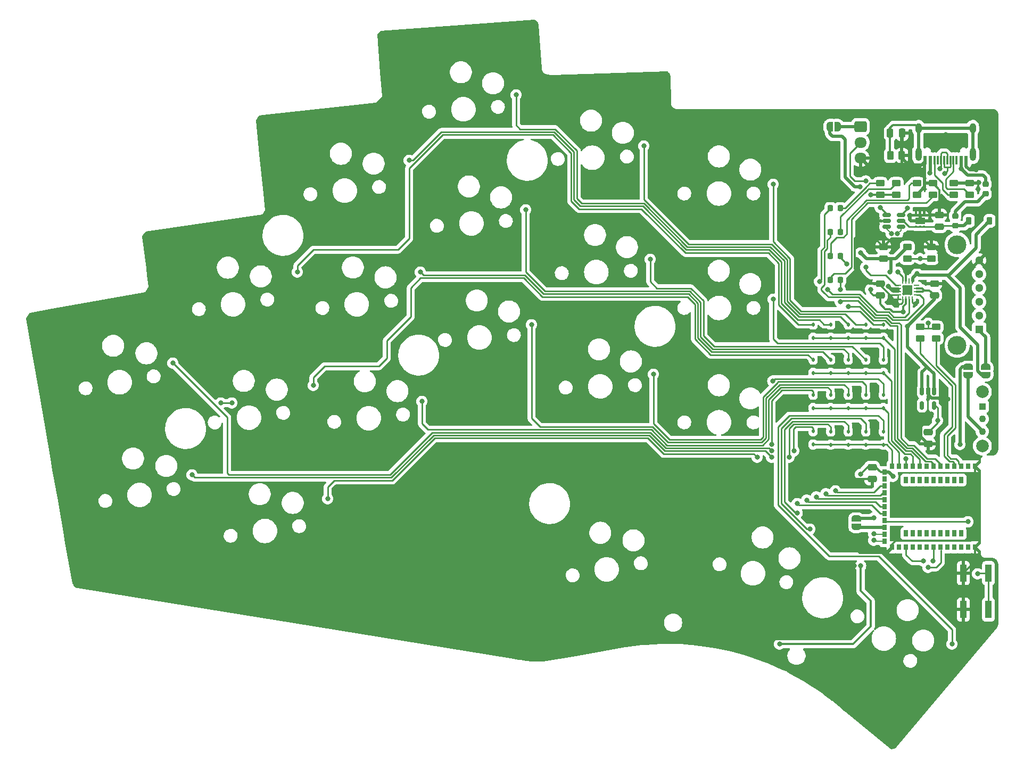
<source format=gbr>
%TF.GenerationSoftware,KiCad,Pcbnew,7.0.7*%
%TF.CreationDate,2023-12-03T19:36:58+01:00*%
%TF.ProjectId,nightliner,6e696768-746c-4696-9e65-722e6b696361,rev?*%
%TF.SameCoordinates,Original*%
%TF.FileFunction,Copper,L1,Top*%
%TF.FilePolarity,Positive*%
%FSLAX46Y46*%
G04 Gerber Fmt 4.6, Leading zero omitted, Abs format (unit mm)*
G04 Created by KiCad (PCBNEW 7.0.7) date 2023-12-03 19:36:58*
%MOMM*%
%LPD*%
G01*
G04 APERTURE LIST*
G04 Aperture macros list*
%AMRoundRect*
0 Rectangle with rounded corners*
0 $1 Rounding radius*
0 $2 $3 $4 $5 $6 $7 $8 $9 X,Y pos of 4 corners*
0 Add a 4 corners polygon primitive as box body*
4,1,4,$2,$3,$4,$5,$6,$7,$8,$9,$2,$3,0*
0 Add four circle primitives for the rounded corners*
1,1,$1+$1,$2,$3*
1,1,$1+$1,$4,$5*
1,1,$1+$1,$6,$7*
1,1,$1+$1,$8,$9*
0 Add four rect primitives between the rounded corners*
20,1,$1+$1,$2,$3,$4,$5,0*
20,1,$1+$1,$4,$5,$6,$7,0*
20,1,$1+$1,$6,$7,$8,$9,0*
20,1,$1+$1,$8,$9,$2,$3,0*%
%AMFreePoly0*
4,1,19,0.500000,-0.750000,0.000000,-0.750000,0.000000,-0.744911,-0.071157,-0.744911,-0.207708,-0.704816,-0.327430,-0.627875,-0.420627,-0.520320,-0.479746,-0.390866,-0.500000,-0.250000,-0.500000,0.250000,-0.479746,0.390866,-0.420627,0.520320,-0.327430,0.627875,-0.207708,0.704816,-0.071157,0.744911,0.000000,0.744911,0.000000,0.750000,0.500000,0.750000,0.500000,-0.750000,0.500000,-0.750000,
$1*%
%AMFreePoly1*
4,1,19,0.000000,0.744911,0.071157,0.744911,0.207708,0.704816,0.327430,0.627875,0.420627,0.520320,0.479746,0.390866,0.500000,0.250000,0.500000,-0.250000,0.479746,-0.390866,0.420627,-0.520320,0.327430,-0.627875,0.207708,-0.704816,0.071157,-0.744911,0.000000,-0.744911,0.000000,-0.750000,-0.500000,-0.750000,-0.500000,0.750000,0.000000,0.750000,0.000000,0.744911,0.000000,0.744911,
$1*%
G04 Aperture macros list end*
%TA.AperFunction,SMDPad,CuDef*%
%ADD10FreePoly0,0.000000*%
%TD*%
%TA.AperFunction,SMDPad,CuDef*%
%ADD11FreePoly1,0.000000*%
%TD*%
%TA.AperFunction,SMDPad,CuDef*%
%ADD12RoundRect,0.112500X0.112500X-0.187500X0.112500X0.187500X-0.112500X0.187500X-0.112500X-0.187500X0*%
%TD*%
%TA.AperFunction,SMDPad,CuDef*%
%ADD13RoundRect,0.250000X-0.450000X0.262500X-0.450000X-0.262500X0.450000X-0.262500X0.450000X0.262500X0*%
%TD*%
%TA.AperFunction,SMDPad,CuDef*%
%ADD14RoundRect,0.218750X-0.218750X-0.256250X0.218750X-0.256250X0.218750X0.256250X-0.218750X0.256250X0*%
%TD*%
%TA.AperFunction,SMDPad,CuDef*%
%ADD15R,0.600000X1.450000*%
%TD*%
%TA.AperFunction,SMDPad,CuDef*%
%ADD16R,0.300000X1.450000*%
%TD*%
%TA.AperFunction,ComponentPad*%
%ADD17O,1.000000X2.100000*%
%TD*%
%TA.AperFunction,ComponentPad*%
%ADD18O,1.000000X1.600000*%
%TD*%
%TA.AperFunction,SMDPad,CuDef*%
%ADD19RoundRect,0.250000X0.475000X-0.250000X0.475000X0.250000X-0.475000X0.250000X-0.475000X-0.250000X0*%
%TD*%
%TA.AperFunction,SMDPad,CuDef*%
%ADD20RoundRect,0.250000X-0.250000X-0.475000X0.250000X-0.475000X0.250000X0.475000X-0.250000X0.475000X0*%
%TD*%
%TA.AperFunction,SMDPad,CuDef*%
%ADD21R,0.700000X0.900000*%
%TD*%
%TA.AperFunction,ComponentPad*%
%ADD22R,0.700000X1.000000*%
%TD*%
%TA.AperFunction,SMDPad,CuDef*%
%ADD23RoundRect,0.093750X-0.106250X0.093750X-0.106250X-0.093750X0.106250X-0.093750X0.106250X0.093750X0*%
%TD*%
%TA.AperFunction,SMDPad,CuDef*%
%ADD24R,1.600000X1.000000*%
%TD*%
%TA.AperFunction,SMDPad,CuDef*%
%ADD25R,1.000000X2.800000*%
%TD*%
%TA.AperFunction,SMDPad,CuDef*%
%ADD26RoundRect,0.225000X-0.250000X0.225000X-0.250000X-0.225000X0.250000X-0.225000X0.250000X0.225000X0*%
%TD*%
%TA.AperFunction,SMDPad,CuDef*%
%ADD27FreePoly0,270.000000*%
%TD*%
%TA.AperFunction,SMDPad,CuDef*%
%ADD28FreePoly1,270.000000*%
%TD*%
%TA.AperFunction,SMDPad,CuDef*%
%ADD29RoundRect,0.250000X0.450000X-0.262500X0.450000X0.262500X-0.450000X0.262500X-0.450000X-0.262500X0*%
%TD*%
%TA.AperFunction,WasherPad*%
%ADD30C,3.000000*%
%TD*%
%TA.AperFunction,ComponentPad*%
%ADD31R,1.300000X1.300000*%
%TD*%
%TA.AperFunction,ComponentPad*%
%ADD32C,1.300000*%
%TD*%
%TA.AperFunction,SMDPad,CuDef*%
%ADD33RoundRect,0.250000X-0.262500X-0.450000X0.262500X-0.450000X0.262500X0.450000X-0.262500X0.450000X0*%
%TD*%
%TA.AperFunction,SMDPad,CuDef*%
%ADD34RoundRect,0.225000X0.225000X0.375000X-0.225000X0.375000X-0.225000X-0.375000X0.225000X-0.375000X0*%
%TD*%
%TA.AperFunction,SMDPad,CuDef*%
%ADD35RoundRect,0.150000X-0.150000X0.512500X-0.150000X-0.512500X0.150000X-0.512500X0.150000X0.512500X0*%
%TD*%
%TA.AperFunction,SMDPad,CuDef*%
%ADD36RoundRect,0.150000X-0.512500X-0.150000X0.512500X-0.150000X0.512500X0.150000X-0.512500X0.150000X0*%
%TD*%
%TA.AperFunction,SMDPad,CuDef*%
%ADD37RoundRect,0.250000X-0.475000X0.250000X-0.475000X-0.250000X0.475000X-0.250000X0.475000X0.250000X0*%
%TD*%
%TA.AperFunction,SMDPad,CuDef*%
%ADD38RoundRect,0.218750X-0.256250X0.218750X-0.256250X-0.218750X0.256250X-0.218750X0.256250X0.218750X0*%
%TD*%
%TA.AperFunction,SMDPad,CuDef*%
%ADD39FreePoly0,90.000000*%
%TD*%
%TA.AperFunction,SMDPad,CuDef*%
%ADD40FreePoly1,90.000000*%
%TD*%
%TA.AperFunction,SMDPad,CuDef*%
%ADD41RoundRect,0.062500X-0.375000X-0.062500X0.375000X-0.062500X0.375000X0.062500X-0.375000X0.062500X0*%
%TD*%
%TA.AperFunction,SMDPad,CuDef*%
%ADD42RoundRect,0.062500X-0.062500X-0.375000X0.062500X-0.375000X0.062500X0.375000X-0.062500X0.375000X0*%
%TD*%
%TA.AperFunction,ComponentPad*%
%ADD43C,0.500000*%
%TD*%
%TA.AperFunction,SMDPad,CuDef*%
%ADD44R,1.600000X1.600000*%
%TD*%
%TA.AperFunction,ComponentPad*%
%ADD45RoundRect,0.250000X-0.725000X0.600000X-0.725000X-0.600000X0.725000X-0.600000X0.725000X0.600000X0*%
%TD*%
%TA.AperFunction,ComponentPad*%
%ADD46O,1.950000X1.700000*%
%TD*%
%TA.AperFunction,ComponentPad*%
%ADD47C,2.000000*%
%TD*%
%TA.AperFunction,ComponentPad*%
%ADD48R,1.100000X1.100000*%
%TD*%
%TA.AperFunction,ComponentPad*%
%ADD49C,1.100000*%
%TD*%
%TA.AperFunction,ViaPad*%
%ADD50C,0.800000*%
%TD*%
%TA.AperFunction,Conductor*%
%ADD51C,0.350000*%
%TD*%
%TA.AperFunction,Conductor*%
%ADD52C,0.500000*%
%TD*%
%TA.AperFunction,Conductor*%
%ADD53C,0.250000*%
%TD*%
%TA.AperFunction,Conductor*%
%ADD54C,0.200000*%
%TD*%
G04 APERTURE END LIST*
D10*
%TO.P,JP1,1,A*%
%TO.N,/VBAT*%
X146670000Y-40386000D03*
D11*
%TO.P,JP1,2,B*%
%TO.N,Net-(JP1-B)*%
X147970000Y-40386000D03*
%TD*%
D12*
%TO.P,D11,1,K*%
%TO.N,ROW2*%
X144018000Y-85124000D03*
%TO.P,D11,2,A*%
%TO.N,Net-(D11-A)*%
X144018000Y-83024000D03*
%TD*%
D13*
%TO.P,R6,1*%
%TO.N,/VBAT*%
X159004000Y-59539500D03*
%TO.P,R6,2*%
%TO.N,VSENSE*%
X159004000Y-61364500D03*
%TD*%
D12*
%TO.P,D17,1,K*%
%TO.N,ROW3*%
X146812000Y-90966000D03*
%TO.P,D17,2,A*%
%TO.N,Net-(D17-A)*%
X146812000Y-88866000D03*
%TD*%
D13*
%TO.P,R8,1*%
%TO.N,Net-(D22-A)*%
X154686000Y-49379500D03*
%TO.P,R8,2*%
%TO.N,VIN*%
X154686000Y-51204500D03*
%TD*%
D14*
%TO.P,D24,1,K*%
%TO.N,Net-(D24-K)*%
X146786500Y-60960000D03*
%TO.P,D24,2,A*%
%TO.N,BAT_STAT*%
X148361500Y-60960000D03*
%TD*%
D15*
%TO.P,J1,A1,GND*%
%TO.N,GND*%
X168350000Y-45701000D03*
%TO.P,J1,A4,VBUS*%
%TO.N,Net-(F1-Pad1)*%
X167550000Y-45701000D03*
D16*
%TO.P,J1,A5,CC1*%
%TO.N,Net-(J1-CC1)*%
X166350000Y-45701000D03*
%TO.P,J1,A6,D+*%
%TO.N,/DPlus*%
X165350000Y-45701000D03*
%TO.P,J1,A7,D-*%
%TO.N,/DMinus*%
X164850000Y-45701000D03*
%TO.P,J1,A8,SBU1*%
%TO.N,unconnected-(J1-SBU1-PadA8)*%
X163850000Y-45701000D03*
D15*
%TO.P,J1,A9,VBUS*%
%TO.N,Net-(F1-Pad1)*%
X162650000Y-45701000D03*
%TO.P,J1,A12,GND*%
%TO.N,GND*%
X161850000Y-45701000D03*
%TO.P,J1,B1,GND*%
X161850000Y-45701000D03*
%TO.P,J1,B4,VBUS*%
%TO.N,Net-(F1-Pad1)*%
X162650000Y-45701000D03*
D16*
%TO.P,J1,B5,CC2*%
%TO.N,Net-(J1-CC2)*%
X163350000Y-45701000D03*
%TO.P,J1,B6,D+*%
%TO.N,/DPlus*%
X164350000Y-45701000D03*
%TO.P,J1,B7,D-*%
%TO.N,/DMinus*%
X165850000Y-45701000D03*
%TO.P,J1,B8,SBU2*%
%TO.N,unconnected-(J1-SBU2-PadB8)*%
X166850000Y-45701000D03*
D15*
%TO.P,J1,B9,VBUS*%
%TO.N,Net-(F1-Pad1)*%
X167550000Y-45701000D03*
%TO.P,J1,B12,GND*%
%TO.N,GND*%
X168350000Y-45701000D03*
D17*
%TO.P,J1,S1,SHIELD*%
%TO.N,GNDS*%
X169420000Y-44786000D03*
D18*
X169420000Y-40606000D03*
D17*
X160780000Y-44786000D03*
D18*
X160780000Y-40606000D03*
%TD*%
D12*
%TO.P,D15,1,K*%
%TO.N,ROW2*%
X155194000Y-85124000D03*
%TO.P,D15,2,A*%
%TO.N,Net-(D15-A)*%
X155194000Y-83024000D03*
%TD*%
%TO.P,D20,1,K*%
%TO.N,ROW3*%
X155194000Y-90966000D03*
%TO.P,D20,2,A*%
%TO.N,Net-(D20-A)*%
X155194000Y-88866000D03*
%TD*%
%TO.P,D16,1,K*%
%TO.N,ROW3*%
X144018000Y-90932000D03*
%TO.P,D16,2,A*%
%TO.N,Net-(D16-A)*%
X144018000Y-88832000D03*
%TD*%
D19*
%TO.P,C4,1*%
%TO.N,VIN*%
X163322000Y-67244000D03*
%TO.P,C4,2*%
%TO.N,GND*%
X163322000Y-65344000D03*
%TD*%
D20*
%TO.P,C1,1*%
%TO.N,GNDS*%
X156276000Y-41402000D03*
%TO.P,C1,2*%
%TO.N,GND*%
X158176000Y-41402000D03*
%TD*%
D21*
%TO.P,U1,1,GND*%
%TO.N,GND*%
X169784000Y-94388000D03*
%TO.P,U1,2,[L]_P1.11*%
%TO.N,unconnected-(U1-[L]_P1.11-Pad2)*%
X168684000Y-94388000D03*
%TO.P,U1,3,[L]_P1.10*%
%TO.N,CHARGE_CTRL_1*%
X167584000Y-94388000D03*
%TO.P,U1,4,[L]_P1.13*%
%TO.N,CHARGE_CTRL_2*%
X166484000Y-94388000D03*
%TO.P,U1,5,[L]_P1.15*%
%TO.N,unconnected-(U1-[L]_P1.15-Pad5)*%
X165384000Y-94388000D03*
%TO.P,U1,6,[L]_A1_P0.03*%
%TO.N,BT_LED*%
X164284000Y-94388000D03*
%TO.P,U1,7,[L]_A0_P0.02*%
%TO.N,BAT_STAT*%
X163184000Y-94388000D03*
%TO.P,U1,8,[L]_A4_P0.28*%
%TO.N,unconnected-(U1-[L]_A4_P0.28-Pad8)*%
X162084000Y-94388000D03*
%TO.P,U1,9,[L]_A5_P0.29*%
%TO.N,ROW0*%
X160984000Y-94388000D03*
%TO.P,U1,10,[L]_A6_P0.30*%
%TO.N,ROW1*%
X159884000Y-94388000D03*
%TO.P,U1,11,[L]_A7_P0.31*%
%TO.N,VSENSE*%
X158784000Y-94388000D03*
%TO.P,U1,12,A2_P0.04*%
%TO.N,ROW2*%
X157684000Y-94388000D03*
%TO.P,U1,13,A3_P0.05*%
%TO.N,ROW3*%
X156584000Y-94388000D03*
D22*
%TO.P,U1,14,[L]_P1.14*%
%TO.N,unconnected-(U1-[L]_P1.14-Pad14)*%
X167584000Y-96588000D03*
%TO.P,U1,15,[L]_P1.12*%
%TO.N,unconnected-(U1-[L]_P1.12-Pad15)*%
X166484000Y-96588000D03*
%TO.P,U1,16,P0.25*%
%TO.N,unconnected-(U1-P0.25-Pad16)*%
X165384000Y-96588000D03*
%TO.P,U1,17,P0.11*%
%TO.N,unconnected-(U1-P0.11-Pad17)*%
X164284000Y-96588000D03*
%TO.P,U1,18,P1.08*%
%TO.N,unconnected-(U1-P1.08-Pad18)*%
X163184000Y-96588000D03*
%TO.P,U1,19,P0.27*%
%TO.N,RX*%
X162084000Y-96588000D03*
%TO.P,U1,20,P0.08*%
%TO.N,TX*%
X160984000Y-96588000D03*
%TO.P,U1,21,P0.06*%
%TO.N,RTS*%
X159884000Y-96588000D03*
%TO.P,U1,22,P0.26*%
%TO.N,CTS*%
X158784000Y-96588000D03*
%TO.P,U1,23,[L]_P1.07*%
%TO.N,unconnected-(U1-[L]_P1.07-Pad23)*%
X167584000Y-105088000D03*
%TO.P,U1,24,[L]_P1.05*%
%TO.N,unconnected-(U1-[L]_P1.05-Pad24)*%
X166484000Y-105088000D03*
%TO.P,U1,25,P0.24*%
%TO.N,unconnected-(U1-P0.24-Pad25)*%
X165384000Y-105088000D03*
%TO.P,U1,26,P0.20*%
%TO.N,unconnected-(U1-P0.20-Pad26)*%
X164284000Y-105088000D03*
%TO.P,U1,27,P0.17*%
%TO.N,unconnected-(U1-P0.17-Pad27)*%
X163184000Y-105088000D03*
%TO.P,U1,28,P0.15*%
%TO.N,unconnected-(U1-P0.15-Pad28)*%
X162084000Y-105088000D03*
%TO.P,U1,29,P0.14*%
%TO.N,unconnected-(U1-P0.14-Pad29)*%
X160984000Y-105088000D03*
%TO.P,U1,30,P0.13*%
%TO.N,unconnected-(U1-P0.13-Pad30)*%
X159884000Y-105088000D03*
%TO.P,U1,31,P0.16*%
%TO.N,unconnected-(U1-P0.16-Pad31)*%
X158784000Y-105088000D03*
D21*
%TO.P,U1,32,GND*%
%TO.N,GND*%
X169784000Y-107288000D03*
%TO.P,U1,33,[L]_P0.10*%
%TO.N,unconnected-(U1-[L]_P0.10-Pad33)*%
X168684000Y-107288000D03*
%TO.P,U1,34,[L]_P0.09*%
%TO.N,unconnected-(U1-[L]_P0.09-Pad34)*%
X167584000Y-107288000D03*
%TO.P,U1,35,[L]_P1.06*%
%TO.N,unconnected-(U1-[L]_P1.06-Pad35)*%
X166484000Y-107288000D03*
%TO.P,U1,36,[L]_P1.04*%
%TO.N,unconnected-(U1-[L]_P1.04-Pad36)*%
X165384000Y-107288000D03*
%TO.P,U1,37,SWD*%
%TO.N,SWDIO*%
X164284000Y-107288000D03*
%TO.P,U1,38,SWC*%
%TO.N,SWCLK*%
X163184000Y-107288000D03*
%TO.P,U1,39,[L]_P1.02*%
%TO.N,unconnected-(U1-[L]_P1.02-Pad39)*%
X162084000Y-107288000D03*
%TO.P,U1,40,[L]_P1.01*%
%TO.N,unconnected-(U1-[L]_P1.01-Pad40)*%
X160984000Y-107288000D03*
%TO.P,U1,41,[L]_P1.03*%
%TO.N,unconnected-(U1-[L]_P1.03-Pad41)*%
X159884000Y-107288000D03*
%TO.P,U1,42,P1.00*%
%TO.N,SWO*%
X158784000Y-107288000D03*
%TO.P,U1,43,P0.22*%
%TO.N,unconnected-(U1-P0.22-Pad43)*%
X157684000Y-107288000D03*
%TO.P,U1,44,GND*%
%TO.N,GND*%
X156584000Y-107288000D03*
%TO.P,U1,45,D+*%
%TO.N,D+*%
X155384000Y-106338000D03*
%TO.P,U1,46,D-*%
%TO.N,D-*%
X155384000Y-105238000D03*
%TO.P,U1,47,VBUS*%
%TO.N,Net-(JP4-B)*%
X155384000Y-104138000D03*
%TO.P,U1,48,Reset/P0.18*%
%TO.N,RESET*%
X155384000Y-103038000D03*
%TO.P,U1,49,P0.19*%
%TO.N,COL0*%
X155384000Y-101938000D03*
%TO.P,U1,50,P0.21*%
%TO.N,COL1*%
X155384000Y-100838000D03*
%TO.P,U1,51,P0.23*%
%TO.N,COL2*%
X155384000Y-99738000D03*
%TO.P,U1,52,P0.12*%
%TO.N,COL3*%
X155384000Y-98638000D03*
%TO.P,U1,53,P1.09*%
%TO.N,COL4*%
X155384000Y-97538000D03*
%TO.P,U1,54,P0.07*%
%TO.N,unconnected-(U1-P0.07-Pad54)*%
X155384000Y-96438000D03*
%TO.P,U1,55,VDD*%
%TO.N,VDD*%
X155384000Y-95338000D03*
%TD*%
D12*
%TO.P,D5,1,K*%
%TO.N,ROW0*%
X155194000Y-73948000D03*
%TO.P,D5,2,A*%
%TO.N,Net-(D5-A)*%
X155194000Y-71848000D03*
%TD*%
D23*
%TO.P,U2,1,GND*%
%TO.N,GND*%
X161686000Y-54484500D03*
%TO.P,U2,2,GND*%
X161036000Y-54484500D03*
%TO.P,U2,3,GND*%
X160386000Y-54484500D03*
%TO.P,U2,4,IN*%
%TO.N,Net-(D25-A)*%
X160386000Y-56259500D03*
%TO.P,U2,5,IN*%
X161036000Y-56259500D03*
%TO.P,U2,6,IN*%
X161686000Y-56259500D03*
D24*
%TO.P,U2,7,GND*%
%TO.N,GND*%
X161036000Y-55372000D03*
%TD*%
D25*
%TO.P,SW22,1,1*%
%TO.N,RESET*%
X171926000Y-111400000D03*
X171926000Y-117200000D03*
%TO.P,SW22,2,2*%
%TO.N,GND*%
X167926000Y-111400000D03*
X167926000Y-117200000D03*
%TD*%
D26*
%TO.P,FB1,1*%
%TO.N,Net-(F1-Pad2)*%
X166624000Y-54597000D03*
%TO.P,FB1,2*%
%TO.N,Net-(D25-A)*%
X166624000Y-56147000D03*
%TD*%
D13*
%TO.P,R11,1*%
%TO.N,Net-(D24-K)*%
X160528000Y-49379500D03*
%TO.P,R11,2*%
%TO.N,GND*%
X160528000Y-51204500D03*
%TD*%
D27*
%TO.P,JP4,1,A*%
%TO.N,VBUS*%
X150876000Y-102728000D03*
D28*
%TO.P,JP4,2,B*%
%TO.N,Net-(JP4-B)*%
X150876000Y-104028000D03*
%TD*%
D14*
%TO.P,D21,1,K*%
%TO.N,Net-(D21-K)*%
X146786500Y-64770000D03*
%TO.P,D21,2,A*%
%TO.N,BT_LED*%
X148361500Y-64770000D03*
%TD*%
D29*
%TO.P,R4,1*%
%TO.N,CHARGE_CTRL_1*%
X163576000Y-74064500D03*
%TO.P,R4,2*%
%TO.N,Net-(U4-ISET)*%
X163576000Y-72239500D03*
%TD*%
D13*
%TO.P,R10,1*%
%TO.N,Net-(D23-A)*%
X157226000Y-49379500D03*
%TO.P,R10,2*%
%TO.N,VIN*%
X157226000Y-51204500D03*
%TD*%
D14*
%TO.P,D23,1,K*%
%TO.N,Net-(D23-K)*%
X146786500Y-57150000D03*
%TO.P,D23,2,A*%
%TO.N,Net-(D23-A)*%
X148361500Y-57150000D03*
%TD*%
D19*
%TO.P,C5,1*%
%TO.N,VIN*%
X154686000Y-67244000D03*
%TO.P,C5,2*%
%TO.N,GND*%
X154686000Y-65344000D03*
%TD*%
D12*
%TO.P,D18,1,K*%
%TO.N,ROW3*%
X149606000Y-90966000D03*
%TO.P,D18,2,A*%
%TO.N,Net-(D18-A)*%
X149606000Y-88866000D03*
%TD*%
D30*
%TO.P,J3,*%
%TO.N,*%
X166934000Y-75144000D03*
X166934000Y-59144000D03*
D31*
%TO.P,J3,1,Pin_1*%
%TO.N,Net-(J3-Pin_1)*%
X170434000Y-72644000D03*
D32*
%TO.P,J3,2,Pin_2*%
%TO.N,RX*%
X170434000Y-70444000D03*
%TO.P,J3,3,Pin_3*%
%TO.N,TX*%
X170434000Y-68244000D03*
%TO.P,J3,4,Pin_4*%
%TO.N,RTS*%
X170434000Y-66044000D03*
%TO.P,J3,5,Pin_5*%
%TO.N,CTS*%
X170434000Y-63844000D03*
%TO.P,J3,6,Pin_6*%
%TO.N,GND*%
X170434000Y-61644000D03*
%TD*%
D12*
%TO.P,D2,1,K*%
%TO.N,ROW0*%
X146812000Y-73948000D03*
%TO.P,D2,2,A*%
%TO.N,Net-(D2-A)*%
X146812000Y-71848000D03*
%TD*%
%TO.P,D7,1,K*%
%TO.N,ROW1*%
X146812000Y-79536000D03*
%TO.P,D7,2,A*%
%TO.N,Net-(D7-A)*%
X146812000Y-77436000D03*
%TD*%
D33*
%TO.P,R3,1*%
%TO.N,GNDS*%
X156313500Y-44958000D03*
%TO.P,R3,2*%
%TO.N,GND*%
X158138500Y-44958000D03*
%TD*%
D34*
%TO.P,D25,1,K*%
%TO.N,VBUS*%
X172084000Y-55372000D03*
%TO.P,D25,2,A*%
%TO.N,Net-(D25-A)*%
X168784000Y-55372000D03*
%TD*%
D12*
%TO.P,D19,1,K*%
%TO.N,ROW3*%
X152400000Y-90966000D03*
%TO.P,D19,2,A*%
%TO.N,Net-(D19-A)*%
X152400000Y-88866000D03*
%TD*%
%TO.P,D6,1,K*%
%TO.N,ROW1*%
X144018000Y-79536000D03*
%TO.P,D6,2,A*%
%TO.N,Net-(D6-A)*%
X144018000Y-77436000D03*
%TD*%
D29*
%TO.P,R5,1*%
%TO.N,CHARGE_CTRL_2*%
X161036000Y-74064500D03*
%TO.P,R5,2*%
%TO.N,Net-(U4-ISET)*%
X161036000Y-72239500D03*
%TD*%
%TO.P,R7,1*%
%TO.N,VSENSE*%
X162814000Y-61364500D03*
%TO.P,R7,2*%
%TO.N,GND*%
X162814000Y-59539500D03*
%TD*%
%TO.P,R1,1*%
%TO.N,Net-(J1-CC1)*%
X168910000Y-51204500D03*
%TO.P,R1,2*%
%TO.N,GND*%
X168910000Y-49379500D03*
%TD*%
D35*
%TO.P,U5,1,VIN*%
%TO.N,VIN*%
X163256000Y-82428500D03*
%TO.P,U5,2,GND*%
%TO.N,GND*%
X162306000Y-82428500D03*
%TO.P,U5,3,CE*%
%TO.N,VIN*%
X161356000Y-82428500D03*
%TO.P,U5,4,NC*%
%TO.N,unconnected-(U5-NC-Pad4)*%
X161356000Y-84703500D03*
%TO.P,U5,5,VOUT*%
%TO.N,Net-(SW21-B)*%
X163256000Y-84703500D03*
%TD*%
D12*
%TO.P,D1,1,K*%
%TO.N,ROW0*%
X144018000Y-73948000D03*
%TO.P,D1,2,A*%
%TO.N,Net-(D1-A)*%
X144018000Y-71848000D03*
%TD*%
D29*
%TO.P,R9,1*%
%TO.N,Net-(D21-K)*%
X163068000Y-51204500D03*
%TO.P,R9,2*%
%TO.N,GND*%
X163068000Y-49379500D03*
%TD*%
D12*
%TO.P,D3,1,K*%
%TO.N,ROW0*%
X149606000Y-73948000D03*
%TO.P,D3,2,A*%
%TO.N,Net-(D3-A)*%
X149606000Y-71848000D03*
%TD*%
D36*
%TO.P,U3,1,I/O1*%
%TO.N,/DPlus*%
X155702000Y-54422000D03*
%TO.P,U3,2,GND*%
%TO.N,GND*%
X155702000Y-55372000D03*
%TO.P,U3,3,I/O2*%
%TO.N,D+*%
X155702000Y-56322000D03*
%TO.P,U3,4,I/O2*%
%TO.N,D-*%
X157977000Y-56322000D03*
%TO.P,U3,5,VBUS*%
%TO.N,Net-(D25-A)*%
X157977000Y-55372000D03*
%TO.P,U3,6,I/O1*%
%TO.N,/DMinus*%
X157977000Y-54422000D03*
%TD*%
D12*
%TO.P,D4,1,K*%
%TO.N,ROW0*%
X152400000Y-73948000D03*
%TO.P,D4,2,A*%
%TO.N,Net-(D4-A)*%
X152400000Y-71848000D03*
%TD*%
D14*
%TO.P,D22,1,K*%
%TO.N,Net-(D22-K)*%
X146786500Y-53340000D03*
%TO.P,D22,2,A*%
%TO.N,Net-(D22-A)*%
X148361500Y-53340000D03*
%TD*%
D27*
%TO.P,JP2,1,A*%
%TO.N,Net-(J3-Pin_1)*%
X171450000Y-78598000D03*
D28*
%TO.P,JP2,2,B*%
%TO.N,VBUS*%
X171450000Y-79898000D03*
%TD*%
D12*
%TO.P,D14,1,K*%
%TO.N,ROW2*%
X152400000Y-85124000D03*
%TO.P,D14,2,A*%
%TO.N,Net-(D14-A)*%
X152400000Y-83024000D03*
%TD*%
D37*
%TO.P,C7,1*%
%TO.N,VDD*%
X153416000Y-94554000D03*
%TO.P,C7,2*%
%TO.N,GND*%
X153416000Y-96454000D03*
%TD*%
%TO.P,C2,1*%
%TO.N,GND*%
X164084000Y-54422000D03*
%TO.P,C2,2*%
%TO.N,Net-(D25-A)*%
X164084000Y-56322000D03*
%TD*%
%TO.P,C6,1*%
%TO.N,Net-(SW21-B)*%
X162306000Y-88966000D03*
%TO.P,C6,2*%
%TO.N,GND*%
X162306000Y-90866000D03*
%TD*%
D12*
%TO.P,D9,1,K*%
%TO.N,ROW1*%
X152400000Y-79536000D03*
%TO.P,D9,2,A*%
%TO.N,Net-(D9-A)*%
X152400000Y-77436000D03*
%TD*%
%TO.P,D8,1,K*%
%TO.N,ROW1*%
X149606000Y-79536000D03*
%TO.P,D8,2,A*%
%TO.N,Net-(D8-A)*%
X149606000Y-77436000D03*
%TD*%
%TO.P,D10,1,K*%
%TO.N,ROW1*%
X155194000Y-79536000D03*
%TO.P,D10,2,A*%
%TO.N,Net-(D10-A)*%
X155194000Y-77436000D03*
%TD*%
%TO.P,D13,1,K*%
%TO.N,ROW2*%
X149606000Y-85124000D03*
%TO.P,D13,2,A*%
%TO.N,Net-(D13-A)*%
X149606000Y-83024000D03*
%TD*%
D38*
%TO.P,F1,1*%
%TO.N,Net-(F1-Pad1)*%
X171450000Y-49504500D03*
%TO.P,F1,2*%
%TO.N,Net-(F1-Pad2)*%
X171450000Y-51079500D03*
%TD*%
D19*
%TO.P,C3,1*%
%TO.N,/VBAT*%
X155194000Y-61402000D03*
%TO.P,C3,2*%
%TO.N,GND*%
X155194000Y-59502000D03*
%TD*%
D39*
%TO.P,JP3,1,A*%
%TO.N,Net-(JP3-A)*%
X168656000Y-79898000D03*
D40*
%TO.P,JP3,2,B*%
%TO.N,VDD*%
X168656000Y-78598000D03*
%TD*%
D12*
%TO.P,D12,1,K*%
%TO.N,ROW2*%
X146812000Y-85124000D03*
%TO.P,D12,2,A*%
%TO.N,Net-(D12-A)*%
X146812000Y-83024000D03*
%TD*%
D29*
%TO.P,R2,1*%
%TO.N,Net-(J1-CC2)*%
X166370000Y-51204500D03*
%TO.P,R2,2*%
%TO.N,GND*%
X166370000Y-49379500D03*
%TD*%
D41*
%TO.P,U4,1,TS*%
%TO.N,/BAT_TEMP*%
X157570500Y-65630500D03*
%TO.P,U4,2,BAT*%
%TO.N,/VBAT*%
X157570500Y-66130500D03*
%TO.P,U4,3,BAT*%
X157570500Y-66630500D03*
%TO.P,U4,4,~{CE}*%
%TO.N,GND*%
X157570500Y-67130500D03*
D42*
%TO.P,U4,5,EN2*%
X158258000Y-67818000D03*
%TO.P,U4,6,EN1*%
%TO.N,VIN*%
X158758000Y-67818000D03*
%TO.P,U4,7,~{PGOOD}*%
%TO.N,Net-(D22-K)*%
X159258000Y-67818000D03*
%TO.P,U4,8,VSS*%
%TO.N,GND*%
X159758000Y-67818000D03*
D41*
%TO.P,U4,9,~{CHG}*%
%TO.N,Net-(D23-K)*%
X160445500Y-67130500D03*
%TO.P,U4,10,OUT*%
%TO.N,VIN*%
X160445500Y-66630500D03*
%TO.P,U4,11,OUT*%
X160445500Y-66130500D03*
%TO.P,U4,12,ILIM*%
%TO.N,unconnected-(U4-ILIM-Pad12)*%
X160445500Y-65630500D03*
D42*
%TO.P,U4,13,IN*%
%TO.N,VBUS*%
X159758000Y-64943000D03*
%TO.P,U4,14,TMR*%
%TO.N,unconnected-(U4-TMR-Pad14)*%
X159258000Y-64943000D03*
%TO.P,U4,15,SYSOFF*%
%TO.N,GND*%
X158758000Y-64943000D03*
%TO.P,U4,16,ISET*%
%TO.N,Net-(U4-ISET)*%
X158258000Y-64943000D03*
D43*
%TO.P,U4,17,VSS*%
%TO.N,GND*%
X158458000Y-65830500D03*
X158458000Y-66930500D03*
D44*
X159008000Y-66380500D03*
D43*
X159558000Y-65830500D03*
X159558000Y-66930500D03*
%TD*%
D45*
%TO.P,J2,1*%
%TO.N,Net-(JP1-B)*%
X151566000Y-40386000D03*
D46*
%TO.P,J2,2*%
%TO.N,/BAT_TEMP*%
X151566000Y-42886000D03*
%TO.P,J2,3*%
%TO.N,GND*%
X151566000Y-45386000D03*
%TD*%
D47*
%TO.P,SW21,*%
%TO.N,*%
X170942000Y-82568000D03*
X170942000Y-91168000D03*
D48*
%TO.P,SW21,1,A*%
%TO.N,unconnected-(SW21-A-Pad1)*%
X170942000Y-84868000D03*
D49*
%TO.P,SW21,2,B*%
%TO.N,Net-(SW21-B)*%
X170942000Y-86868000D03*
%TO.P,SW21,3,C*%
%TO.N,Net-(JP3-A)*%
X170942000Y-88868000D03*
%TD*%
D50*
%TO.N,GND*%
X164846000Y-65344000D03*
X165100000Y-41656000D03*
X164592000Y-62230000D03*
X160274000Y-68580000D03*
X148590000Y-96454000D03*
X159386500Y-54484500D03*
X140208000Y-72898000D03*
X170375500Y-49302905D03*
X154178000Y-55372000D03*
X129032000Y-66040000D03*
X162814000Y-86106000D03*
X169926000Y-47231500D03*
X150572497Y-110236000D03*
X140208000Y-84074000D03*
X165454000Y-83720000D03*
X148590000Y-105410000D03*
X129032000Y-84328000D03*
X127762000Y-121907000D03*
%TO.N,VBUS*%
X153670000Y-102616000D03*
X160528000Y-63766500D03*
%TO.N,/VBAT*%
X156210000Y-63500000D03*
X155986760Y-65793429D03*
X151476201Y-49946505D03*
X151567696Y-60452000D03*
%TO.N,VIN*%
X153162000Y-51204500D03*
X158379753Y-69829253D03*
X159004000Y-72136000D03*
X153149000Y-66294000D03*
%TO.N,Net-(SW21-B)*%
X163830000Y-87122000D03*
%TO.N,VDD*%
X167386000Y-90932000D03*
X151572000Y-95679500D03*
X138684000Y-122682000D03*
X156718000Y-96012000D03*
X151572000Y-110236000D03*
%TO.N,Net-(D1-A)*%
X61976000Y-63500000D03*
%TO.N,Net-(D2-A)*%
X79756000Y-45720000D03*
%TO.N,Net-(D3-A)*%
X96774000Y-35306000D03*
%TO.N,Net-(D4-A)*%
X117094000Y-43434000D03*
%TO.N,Net-(D5-A)*%
X137668000Y-49530000D03*
%TO.N,Net-(D6-A)*%
X64516000Y-81534000D03*
%TO.N,Net-(D7-A)*%
X81534000Y-63500000D03*
%TO.N,Net-(D8-A)*%
X98298000Y-53594000D03*
%TO.N,Net-(D9-A)*%
X118110000Y-61468000D03*
%TO.N,Net-(D10-A)*%
X137668000Y-67818000D03*
%TO.N,Net-(D11-A)*%
X135128000Y-92964000D03*
X137414000Y-90932000D03*
X66802000Y-99568000D03*
%TO.N,Net-(D12-A)*%
X81788000Y-84074000D03*
%TO.N,Net-(D13-A)*%
X99221037Y-71882000D03*
%TO.N,Net-(D14-A)*%
X118618000Y-79756000D03*
%TO.N,Net-(D15-A)*%
X137607302Y-80832698D03*
%TO.N,Net-(D16-A)*%
X137414000Y-91948000D03*
X140970000Y-91948000D03*
X42164000Y-77978000D03*
%TO.N,Net-(D17-A)*%
X45212000Y-95758000D03*
X137414000Y-92964000D03*
X140208000Y-92964000D03*
%TO.N,Net-(D18-A)*%
X141482299Y-101849701D03*
%TO.N,Net-(D19-A)*%
X143510000Y-104394000D03*
%TO.N,Net-(D20-A)*%
X166116000Y-122682000D03*
%TO.N,BT_LED*%
X148336000Y-68230500D03*
X148336000Y-66294000D03*
%TO.N,Net-(D22-K)*%
X145043798Y-64996298D03*
X146308514Y-66289915D03*
%TO.N,BAT_STAT*%
X149606000Y-68987500D03*
X149397500Y-62225701D03*
%TO.N,Net-(F1-Pad1)*%
X162624500Y-47752000D03*
X167589013Y-47061558D03*
%TO.N,/DPlus*%
X164182395Y-47041434D03*
X154686000Y-53239500D03*
%TO.N,/DMinus*%
X164921313Y-47789813D03*
X159013305Y-53340000D03*
%TO.N,/BAT_TEMP*%
X152387500Y-62738000D03*
X152395701Y-49017701D03*
%TO.N,Net-(U4-ISET)*%
X162306000Y-71628000D03*
X157480000Y-63500000D03*
%TO.N,VSENSE*%
X158784000Y-93218000D03*
X161036000Y-61364500D03*
%TO.N,COL0*%
X141478000Y-100330000D03*
%TO.N,COL1*%
X49788299Y-84328000D03*
X143002000Y-99784500D03*
X51557701Y-84328000D03*
%TO.N,COL2*%
X144526000Y-99276500D03*
%TO.N,COL3*%
X146050000Y-98768500D03*
%TO.N,COL4*%
X147574000Y-98298000D03*
%TO.N,RESET*%
X168656000Y-103224000D03*
X170180000Y-111506000D03*
%TO.N,SWCLK*%
X163068000Y-109474000D03*
%TO.N,SWDIO*%
X162306000Y-110490000D03*
%TO.N,SWO*%
X161544000Y-109474000D03*
%TO.N,D+*%
X156464000Y-57404000D03*
X153670000Y-106172000D03*
%TO.N,D-*%
X157463503Y-57404000D03*
X153670000Y-105156000D03*
%TD*%
D51*
%TO.N,GNDS*%
X156276000Y-41402000D02*
X156276000Y-44920500D01*
X156276000Y-40574000D02*
X156276000Y-41402000D01*
D52*
X160780000Y-40640000D02*
X160780000Y-44820000D01*
D51*
X160780000Y-40640000D02*
X160272000Y-40132000D01*
X160272000Y-40132000D02*
X156718000Y-40132000D01*
D52*
X169420000Y-40640000D02*
X169420000Y-44820000D01*
X169420000Y-40640000D02*
X160780000Y-40640000D01*
D51*
X156276000Y-44920500D02*
X156313500Y-44958000D01*
X156718000Y-40132000D02*
X156276000Y-40574000D01*
%TO.N,GND*%
X164143000Y-50454500D02*
X164143000Y-54363000D01*
D52*
X161552250Y-46236250D02*
X161850000Y-45938500D01*
D51*
X161440500Y-58166000D02*
X162814000Y-59539500D01*
X154686000Y-65635117D02*
X156210000Y-67159117D01*
X154178000Y-55372000D02*
X155702000Y-55372000D01*
D53*
X156210000Y-67310000D02*
X156389500Y-67130500D01*
D52*
X161306500Y-46482000D02*
X161552250Y-46236250D01*
D51*
X169784000Y-94388000D02*
X169784000Y-105552000D01*
X155668000Y-108204000D02*
X156584000Y-107288000D01*
X159386500Y-54484500D02*
X160386000Y-54484500D01*
X161686000Y-54484500D02*
X161036000Y-54484500D01*
X150572497Y-114415996D02*
X150572497Y-110236000D01*
D52*
X165300000Y-83566000D02*
X162882472Y-83566000D01*
X163068000Y-49379500D02*
X161798000Y-49379500D01*
X162306000Y-82989528D02*
X162306000Y-82428500D01*
X164592000Y-62230000D02*
X164084000Y-62738000D01*
D51*
X148590000Y-96454000D02*
X153416000Y-96454000D01*
D53*
X156389500Y-67130500D02*
X157570500Y-67130500D01*
D52*
X168910000Y-49379500D02*
X166370000Y-49379500D01*
X168350000Y-46684000D02*
X168350000Y-45735000D01*
D53*
X158258000Y-68310000D02*
X157988000Y-68580000D01*
D51*
X153416000Y-55372000D02*
X150622000Y-58166000D01*
D52*
X161774500Y-46458500D02*
X161552250Y-46236250D01*
D51*
X152974000Y-65344000D02*
X154686000Y-65344000D01*
D52*
X158138500Y-44958000D02*
X158138500Y-41477000D01*
D53*
X156464000Y-68580000D02*
X156210000Y-68326000D01*
D51*
X154686000Y-65344000D02*
X154686000Y-65635117D01*
D52*
X165454000Y-83720000D02*
X165300000Y-83566000D01*
D51*
X167926000Y-116840000D02*
X167926000Y-111400000D01*
X164143000Y-54363000D02*
X164084000Y-54422000D01*
D52*
X159721992Y-62738000D02*
X158758000Y-63701992D01*
X168897500Y-47231500D02*
X168350000Y-46684000D01*
D53*
X157988000Y-68580000D02*
X156464000Y-68580000D01*
D51*
X151384000Y-108204000D02*
X155668000Y-108204000D01*
D52*
X158138500Y-45362500D02*
X158138500Y-44958000D01*
D51*
X163068000Y-49379500D02*
X164143000Y-50454500D01*
X157797519Y-58166000D02*
X161440500Y-58166000D01*
X155194000Y-59502000D02*
X156517000Y-58179000D01*
X169784000Y-105552000D02*
X169102000Y-106234000D01*
D53*
X158258000Y-67818000D02*
X158258000Y-68310000D01*
D51*
X167926000Y-111400000D02*
X169784000Y-109542000D01*
D52*
X159258000Y-46482000D02*
X158138500Y-45362500D01*
X159512000Y-46482000D02*
X159258000Y-46482000D01*
D53*
X160274000Y-68580000D02*
X160020000Y-68580000D01*
D52*
X151566000Y-45386000D02*
X152662000Y-46482000D01*
X164084000Y-62738000D02*
X159721992Y-62738000D01*
X161131000Y-89691000D02*
X162306000Y-90866000D01*
D51*
X150622000Y-62992000D02*
X152974000Y-65344000D01*
D52*
X163425500Y-59539500D02*
X162814000Y-59539500D01*
D51*
X164021500Y-54484500D02*
X161686000Y-54484500D01*
D52*
X161798000Y-86106000D02*
X161131000Y-86773000D01*
X160528000Y-51204500D02*
X161774500Y-49958000D01*
X164084000Y-60198000D02*
X163425500Y-59539500D01*
D51*
X156584000Y-106838000D02*
X156584000Y-107288000D01*
D52*
X170375500Y-49302905D02*
X170298905Y-49379500D01*
X162814000Y-86106000D02*
X161798000Y-86106000D01*
D51*
X148590000Y-105410000D02*
X151384000Y-108204000D01*
X161036000Y-54484500D02*
X160386000Y-54484500D01*
X169102000Y-106234000D02*
X157188000Y-106234000D01*
D52*
X164846000Y-65344000D02*
X163322000Y-65344000D01*
X170298905Y-49379500D02*
X168910000Y-49379500D01*
D53*
X156210000Y-68326000D02*
X156210000Y-67310000D01*
D51*
X154178000Y-55372000D02*
X153416000Y-55372000D01*
X154178000Y-55372000D02*
X154178000Y-58486000D01*
D52*
X162882472Y-83566000D02*
X162306000Y-82989528D01*
D51*
X139005016Y-121907000D02*
X139018016Y-121920000D01*
X156517000Y-58179000D02*
X157784519Y-58179000D01*
X127762000Y-121907000D02*
X139005016Y-121907000D01*
D52*
X169926000Y-47231500D02*
X168897500Y-47231500D01*
X161131000Y-86773000D02*
X161131000Y-89691000D01*
X152662000Y-46482000D02*
X159512000Y-46482000D01*
D51*
X152358000Y-119660182D02*
X152358000Y-116201499D01*
X154178000Y-58486000D02*
X155194000Y-59502000D01*
X169784000Y-109542000D02*
X169784000Y-107288000D01*
X157784519Y-58179000D02*
X157797519Y-58166000D01*
D52*
X159512000Y-46482000D02*
X161306500Y-46482000D01*
D51*
X164084000Y-54422000D02*
X164021500Y-54484500D01*
D52*
X164084000Y-61722000D02*
X164084000Y-60198000D01*
D51*
X152358000Y-116201499D02*
X150572497Y-114415996D01*
D53*
X159758000Y-68318000D02*
X159758000Y-67818000D01*
X160020000Y-68580000D02*
X159758000Y-68318000D01*
D51*
X157188000Y-106234000D02*
X156584000Y-106838000D01*
X150622000Y-58166000D02*
X150622000Y-62992000D01*
X150098182Y-121920000D02*
X152358000Y-119660182D01*
D52*
X164592000Y-62230000D02*
X164084000Y-61722000D01*
D51*
X158758000Y-63701992D02*
X158758000Y-64943000D01*
X139018016Y-121920000D02*
X150098182Y-121920000D01*
D52*
X161774500Y-49958000D02*
X161774500Y-46458500D01*
%TO.N,VBUS*%
X159879509Y-64414991D02*
X160528000Y-63766500D01*
X170180000Y-79214396D02*
X170180000Y-75057000D01*
X159837465Y-64414991D02*
X159837465Y-64960478D01*
X159837465Y-64414991D02*
X159879509Y-64414991D01*
X153558000Y-102728000D02*
X150876000Y-102728000D01*
X160528000Y-63766500D02*
X160769500Y-64008000D01*
X169926000Y-59690000D02*
X169926000Y-57530000D01*
X170863604Y-79898000D02*
X170180000Y-79214396D01*
X170180000Y-75057000D02*
X167386000Y-72263000D01*
X153670000Y-102616000D02*
X153558000Y-102728000D01*
X165608000Y-64008000D02*
X169926000Y-59690000D01*
X167386000Y-66040000D02*
X165354000Y-64008000D01*
X164846000Y-64008000D02*
X165608000Y-64008000D01*
X169926000Y-57530000D02*
X172084000Y-55372000D01*
X171450000Y-79898000D02*
X170863604Y-79898000D01*
X167386000Y-72263000D02*
X167386000Y-66040000D01*
X165354000Y-64008000D02*
X164846000Y-64008000D01*
X160769500Y-64008000D02*
X164846000Y-64008000D01*
%TO.N,/VBAT*%
X156210000Y-63500000D02*
X156398000Y-63312000D01*
X156408730Y-66215399D02*
X155986760Y-65793429D01*
X156398000Y-63312000D02*
X156398000Y-61402000D01*
X150631919Y-49946505D02*
X149098000Y-48412586D01*
X147066000Y-41910000D02*
X146670000Y-41514000D01*
X149098000Y-42418000D02*
X148590000Y-41910000D01*
X157141500Y-61402000D02*
X156398000Y-61402000D01*
X156398000Y-61402000D02*
X155194000Y-61402000D01*
X151567696Y-60452000D02*
X152517696Y-61402000D01*
X155986760Y-65793429D02*
X155986760Y-65819212D01*
X157563837Y-66215399D02*
X156408730Y-66215399D01*
X152517696Y-61402000D02*
X155194000Y-61402000D01*
X155986760Y-65819212D02*
X156715547Y-66547999D01*
X159004000Y-59539500D02*
X157141500Y-61402000D01*
X157568047Y-66547999D02*
X156715547Y-66547999D01*
X149098000Y-48412586D02*
X149098000Y-42418000D01*
X146670000Y-41514000D02*
X146670000Y-40386000D01*
X148590000Y-41910000D02*
X147066000Y-41910000D01*
X151476201Y-49946505D02*
X150631919Y-49946505D01*
D51*
%TO.N,VIN*%
X160445500Y-66630500D02*
X161461500Y-66630500D01*
X161461500Y-66630500D02*
X161671000Y-66421000D01*
X158379753Y-69829253D02*
X158379753Y-68978356D01*
D52*
X159004000Y-75438000D02*
X162372000Y-78806000D01*
X159004000Y-72136000D02*
X159004000Y-75438000D01*
D51*
X153149000Y-66789000D02*
X153604000Y-67244000D01*
X158379753Y-68978356D02*
X158758000Y-68600109D01*
X153162000Y-51204500D02*
X154686000Y-51204500D01*
X155479000Y-69373000D02*
X154686000Y-68580000D01*
D52*
X159004000Y-72136000D02*
X163322000Y-67818000D01*
D51*
X153604000Y-67244000D02*
X154686000Y-67244000D01*
X154686000Y-68580000D02*
X154686000Y-67244000D01*
X158758000Y-68600109D02*
X158758000Y-67818000D01*
D52*
X163256000Y-79690000D02*
X162372000Y-78806000D01*
X162179000Y-78613000D02*
X161356000Y-79436000D01*
X161356000Y-79436000D02*
X161356000Y-82428500D01*
D51*
X161380500Y-66130500D02*
X160445500Y-66130500D01*
D52*
X163322000Y-67818000D02*
X163322000Y-67244000D01*
D51*
X161671000Y-66421000D02*
X161380500Y-66130500D01*
D52*
X163256000Y-82428500D02*
X163256000Y-79690000D01*
D51*
X161671000Y-66421000D02*
X162499000Y-66421000D01*
X158379753Y-69829253D02*
X156710265Y-69829253D01*
X153149000Y-66294000D02*
X153149000Y-66789000D01*
X154686000Y-51204500D02*
X157226000Y-51204500D01*
X156710265Y-69829253D02*
X156254012Y-69373000D01*
X156254012Y-69373000D02*
X155479000Y-69373000D01*
X162499000Y-66421000D02*
X163322000Y-67244000D01*
D53*
%TO.N,Net-(SW21-B)*%
X163830000Y-87122000D02*
X163830000Y-87442000D01*
X163443500Y-84703500D02*
X163256000Y-84703500D01*
X163830000Y-87442000D02*
X162306000Y-88966000D01*
X163830000Y-87122000D02*
X163830000Y-85090000D01*
X163830000Y-85090000D02*
X163443500Y-84703500D01*
D51*
%TO.N,VDD*%
X153162000Y-119888000D02*
X153162000Y-115824000D01*
D52*
X167386000Y-78994000D02*
X167782000Y-78598000D01*
D51*
X152697500Y-94554000D02*
X153416000Y-94554000D01*
D52*
X167782000Y-78598000D02*
X168656000Y-78598000D01*
D51*
X154774000Y-95338000D02*
X155384000Y-95338000D01*
D52*
X167386000Y-90932000D02*
X167386000Y-78994000D01*
X156044000Y-95338000D02*
X155384000Y-95338000D01*
D51*
X153416000Y-94554000D02*
X153990000Y-94554000D01*
X138684000Y-122682000D02*
X150368000Y-122682000D01*
X153990000Y-94554000D02*
X154774000Y-95338000D01*
X150368000Y-122682000D02*
X153162000Y-119888000D01*
X153162000Y-115824000D02*
X151572000Y-114234000D01*
X151572000Y-114234000D02*
X151572000Y-110236000D01*
D52*
X156718000Y-96012000D02*
X156044000Y-95338000D01*
D51*
X151572000Y-95679500D02*
X152697500Y-94554000D01*
D53*
%TO.N,Net-(D1-A)*%
X85090000Y-41656000D02*
X102613208Y-41656000D01*
X105542416Y-52205208D02*
X106815208Y-53478000D01*
X136900416Y-60452000D02*
X138552198Y-62103782D01*
X116724000Y-53478000D02*
X123698000Y-60452000D01*
X141692416Y-71848000D02*
X144018000Y-71848000D01*
X61976000Y-63500000D02*
X61976000Y-62484000D01*
X138552198Y-68707782D02*
X141692416Y-71848000D01*
X77978000Y-59944000D02*
X79756000Y-58166000D01*
X138552198Y-62103782D02*
X138552198Y-68707782D01*
X102613208Y-41656000D02*
X105526000Y-44568792D01*
X79756000Y-58166000D02*
X79756000Y-46990000D01*
X105526000Y-44568792D02*
X105526000Y-52205208D01*
X79756000Y-46990000D02*
X85090000Y-41656000D01*
X105526000Y-52205208D02*
X105542416Y-52205208D01*
X123698000Y-60452000D02*
X136900416Y-60452000D01*
X61976000Y-62484000D02*
X64516000Y-59944000D01*
X64516000Y-59944000D02*
X77978000Y-59944000D01*
X106815208Y-53478000D02*
X116724000Y-53478000D01*
%TO.N,ROW0*%
X144018000Y-73948000D02*
X155194000Y-73948000D01*
X156978198Y-75732198D02*
X155194000Y-73948000D01*
X156978198Y-90173406D02*
X156978198Y-75732198D01*
X160984000Y-94388000D02*
X160984000Y-93291604D01*
X160984000Y-93291604D02*
X159639000Y-91946604D01*
X158751396Y-91946604D02*
X156978198Y-90173406D01*
X159639000Y-91946604D02*
X158751396Y-91946604D01*
%TO.N,Net-(D2-A)*%
X145034000Y-71120000D02*
X145762000Y-71848000D01*
X105976000Y-52002396D02*
X107001604Y-53028000D01*
X141600812Y-71120000D02*
X145034000Y-71120000D01*
X139002198Y-61917386D02*
X139002198Y-68521386D01*
X116910396Y-53028000D02*
X123826396Y-59944000D01*
X139002198Y-68521386D02*
X141600812Y-71120000D01*
X84903604Y-41206000D02*
X102799604Y-41206000D01*
X123826396Y-59944000D02*
X137028812Y-59944000D01*
X80389604Y-45720000D02*
X84903604Y-41206000D01*
X102799604Y-41206000D02*
X105976000Y-44382396D01*
X79756000Y-45720000D02*
X80389604Y-45720000D01*
X145762000Y-71848000D02*
X146812000Y-71848000D01*
X107001604Y-53028000D02*
X116910396Y-53028000D01*
X105976000Y-44382396D02*
X105976000Y-52002396D01*
X137028812Y-59944000D02*
X139002198Y-61917386D01*
%TO.N,Net-(D3-A)*%
X139452198Y-68334990D02*
X141729208Y-70612000D01*
X141729208Y-70612000D02*
X148370000Y-70612000D01*
X96774000Y-35306000D02*
X96774000Y-40132000D01*
X148370000Y-70612000D02*
X149606000Y-71848000D01*
X137215208Y-59494000D02*
X139452198Y-61730990D01*
X106426000Y-44196000D02*
X106426000Y-51816000D01*
X139452198Y-61730990D02*
X139452198Y-68334990D01*
X97398000Y-40756000D02*
X102986000Y-40756000D01*
X107188000Y-52578000D02*
X117096792Y-52578000D01*
X124012792Y-59494000D02*
X137215208Y-59494000D01*
X106426000Y-51816000D02*
X107188000Y-52578000D01*
X102986000Y-40756000D02*
X106426000Y-44196000D01*
X96774000Y-40132000D02*
X97398000Y-40756000D01*
X117096792Y-52578000D02*
X124012792Y-59494000D01*
%TO.N,Net-(D4-A)*%
X139902198Y-68148594D02*
X139902198Y-61544594D01*
X137401604Y-59044000D02*
X124199188Y-59044000D01*
X141915604Y-70162000D02*
X139902198Y-68148594D01*
X150842000Y-71848000D02*
X149156000Y-70162000D01*
X139902198Y-61544594D02*
X137401604Y-59044000D01*
X152400000Y-71848000D02*
X150842000Y-71848000D01*
X149156000Y-70162000D02*
X141915604Y-70162000D01*
X117094000Y-51938812D02*
X117094000Y-43434000D01*
X124199188Y-59044000D02*
X117094000Y-51938812D01*
%TO.N,Net-(D5-A)*%
X140352198Y-67962198D02*
X142102000Y-69712000D01*
X140352198Y-61358198D02*
X140352198Y-67962198D01*
X151500000Y-69712000D02*
X153636000Y-71848000D01*
X142102000Y-69712000D02*
X151500000Y-69712000D01*
X137668000Y-58674000D02*
X140352198Y-61358198D01*
X153636000Y-71848000D02*
X155194000Y-71848000D01*
X137668000Y-49530000D02*
X137668000Y-58674000D01*
%TO.N,Net-(D6-A)*%
X80010000Y-70612000D02*
X80010000Y-66040000D01*
X64516000Y-80264000D02*
X66294000Y-78486000D01*
X125222000Y-74168000D02*
X127705396Y-76651396D01*
X125222000Y-68646990D02*
X125222000Y-74168000D01*
X76200000Y-77216000D02*
X76200000Y-74422000D01*
X76200000Y-74422000D02*
X80010000Y-70612000D01*
X97983208Y-64458000D02*
X100973208Y-67448000D01*
X74930000Y-78486000D02*
X76200000Y-77216000D01*
X66294000Y-78486000D02*
X74930000Y-78486000D01*
X81592000Y-64458000D02*
X97983208Y-64458000D01*
X127705396Y-76651396D02*
X143233396Y-76651396D01*
X80010000Y-66040000D02*
X81592000Y-64458000D01*
X64516000Y-81534000D02*
X64516000Y-80264000D01*
X143233396Y-76651396D02*
X144018000Y-77436000D01*
X124023010Y-67448000D02*
X125222000Y-68646990D01*
X100973208Y-67448000D02*
X124023010Y-67448000D01*
%TO.N,ROW1*%
X156528198Y-90359802D02*
X156528198Y-80870198D01*
X156528198Y-80870198D02*
X155194000Y-79536000D01*
X158624396Y-92456000D02*
X156528198Y-90359802D01*
X144018000Y-79536000D02*
X155194000Y-79536000D01*
X159512000Y-92456000D02*
X158624396Y-92456000D01*
X159884000Y-94388000D02*
X159884000Y-92828000D01*
X159884000Y-92828000D02*
X159512000Y-92456000D01*
%TO.N,Net-(D7-A)*%
X81534000Y-63500000D02*
X82042000Y-64008000D01*
X82042000Y-64008000D02*
X98169604Y-64008000D01*
X127891792Y-76201396D02*
X145577396Y-76201396D01*
X145577396Y-76201396D02*
X146812000Y-77436000D01*
X125672000Y-68460594D02*
X125672000Y-73981604D01*
X101159604Y-66998000D02*
X124209406Y-66998000D01*
X98169604Y-64008000D02*
X101159604Y-66998000D01*
X125672000Y-73981604D02*
X127891792Y-76201396D01*
X124209406Y-66998000D02*
X125672000Y-68460594D01*
%TO.N,Net-(D8-A)*%
X128078188Y-75751396D02*
X126122000Y-73795208D01*
X126122000Y-73795208D02*
X126122000Y-68274198D01*
X148903396Y-75751396D02*
X128078188Y-75751396D01*
X98298000Y-63500000D02*
X98298000Y-53594000D01*
X101346000Y-66548000D02*
X98298000Y-63500000D01*
X124395802Y-66548000D02*
X101346000Y-66548000D01*
X149606000Y-76454000D02*
X148903396Y-75751396D01*
X126122000Y-68274198D02*
X124395802Y-66548000D01*
X149606000Y-77436000D02*
X149606000Y-76454000D01*
%TO.N,Net-(D9-A)*%
X126572000Y-73608812D02*
X128264584Y-75301396D01*
X119184000Y-66098000D02*
X124582198Y-66098000D01*
X126572000Y-68087802D02*
X126572000Y-73608812D01*
X118110000Y-65024000D02*
X119184000Y-66098000D01*
X124582198Y-66098000D02*
X126572000Y-68087802D01*
X118110000Y-61468000D02*
X118110000Y-65024000D01*
X128264584Y-75301396D02*
X150265396Y-75301396D01*
X150265396Y-75301396D02*
X152400000Y-77436000D01*
%TO.N,Net-(D10-A)*%
X137668000Y-74168000D02*
X138351396Y-74851396D01*
X138351396Y-74851396D02*
X154607396Y-74851396D01*
X154607396Y-74851396D02*
X155194000Y-75438000D01*
X137668000Y-67818000D02*
X137668000Y-74168000D01*
X155194000Y-75438000D02*
X155194000Y-77436000D01*
%TO.N,Net-(D11-A)*%
X120226020Y-92420000D02*
X117744020Y-89938000D01*
X117744020Y-89938000D02*
X83832396Y-89938000D01*
X139078494Y-82296000D02*
X143764000Y-82296000D01*
X135128000Y-92964000D02*
X134584000Y-92420000D01*
X143764000Y-82296000D02*
X144018000Y-82550000D01*
X144018000Y-82550000D02*
X144018000Y-83024000D01*
X134584000Y-92420000D02*
X120226020Y-92420000D01*
X77112396Y-96658000D02*
X67818000Y-96658000D01*
X66802000Y-97674000D02*
X66802000Y-99568000D01*
X137414000Y-83960494D02*
X139078494Y-82296000D01*
X137414000Y-90932000D02*
X137414000Y-83960494D01*
X67818000Y-96658000D02*
X66802000Y-97674000D01*
X83832396Y-89938000D02*
X77112396Y-96658000D01*
%TO.N,ROW2*%
X144018000Y-85124000D02*
X155194000Y-85124000D01*
X155956000Y-85886000D02*
X155194000Y-85124000D01*
X157684000Y-94388000D02*
X157684000Y-92152000D01*
X155956000Y-90424000D02*
X155956000Y-85886000D01*
X157684000Y-92152000D02*
X155956000Y-90424000D01*
%TO.N,Net-(D12-A)*%
X136964000Y-90112000D02*
X136964000Y-83774098D01*
X81788000Y-84074000D02*
X81788000Y-87630000D01*
X81788000Y-87630000D02*
X82746000Y-88588000D01*
X120785208Y-91070000D02*
X136006000Y-91070000D01*
X82746000Y-88588000D02*
X118303208Y-88588000D01*
X118303208Y-88588000D02*
X120785208Y-91070000D01*
X146812000Y-82296000D02*
X146812000Y-83024000D01*
X146362000Y-81846000D02*
X146812000Y-82296000D01*
X138892098Y-81846000D02*
X146362000Y-81846000D01*
X136006000Y-91070000D02*
X136964000Y-90112000D01*
X136964000Y-83774098D02*
X138892098Y-81846000D01*
%TO.N,ROW3*%
X155160000Y-90932000D02*
X155194000Y-90966000D01*
X155194000Y-90966000D02*
X155228000Y-90932000D01*
X155702000Y-90932000D02*
X156584000Y-91814000D01*
X144018000Y-90932000D02*
X155160000Y-90932000D01*
X155228000Y-90932000D02*
X155702000Y-90932000D01*
X156584000Y-91814000D02*
X156584000Y-94388000D01*
%TO.N,Net-(D13-A)*%
X118489604Y-88138000D02*
X100584000Y-88138000D01*
X138705702Y-81396000D02*
X136514000Y-83587702D01*
X99221037Y-86775037D02*
X99221037Y-71882000D01*
X100584000Y-88138000D02*
X99221037Y-86775037D01*
X149606000Y-83024000D02*
X149606000Y-82042000D01*
X120971604Y-90620000D02*
X118489604Y-88138000D01*
X135819604Y-90620000D02*
X120971604Y-90620000D01*
X148960000Y-81396000D02*
X138705702Y-81396000D01*
X136514000Y-83587702D02*
X136514000Y-89925604D01*
X136514000Y-89925604D02*
X135819604Y-90620000D01*
X149606000Y-82042000D02*
X148960000Y-81396000D01*
%TO.N,Net-(D14-A)*%
X152400000Y-81534000D02*
X151812000Y-80946000D01*
X136064000Y-83401306D02*
X136064000Y-89739208D01*
X136064000Y-89739208D02*
X135633208Y-90170000D01*
X121158000Y-90170000D02*
X118618000Y-87630000D01*
X135633208Y-90170000D02*
X121158000Y-90170000D01*
X138473000Y-80946000D02*
X138393000Y-81026000D01*
X138393000Y-81072305D02*
X136064000Y-83401306D01*
X151812000Y-80946000D02*
X138473000Y-80946000D01*
X152400000Y-83024000D02*
X152400000Y-81534000D01*
X118618000Y-87630000D02*
X118618000Y-79756000D01*
X138393000Y-81026000D02*
X138393000Y-81072305D01*
%TO.N,Net-(D15-A)*%
X137944000Y-80496000D02*
X137607302Y-80832698D01*
X155194000Y-83024000D02*
X155194000Y-81280000D01*
X154410000Y-80496000D02*
X137944000Y-80496000D01*
X155194000Y-81280000D02*
X154410000Y-80496000D01*
%TO.N,Net-(D16-A)*%
X120598812Y-91520000D02*
X136986000Y-91520000D01*
X51054000Y-95758000D02*
X76739604Y-95758000D01*
X141246000Y-88138000D02*
X143764000Y-88138000D01*
X76739604Y-95758000D02*
X83459604Y-89038000D01*
X118116812Y-89038000D02*
X120598812Y-91520000D01*
X42164000Y-77978000D02*
X50800000Y-86614000D01*
X144018000Y-88392000D02*
X144018000Y-88832000D01*
X140970000Y-91948000D02*
X140933000Y-91911000D01*
X136986000Y-91520000D02*
X137414000Y-91948000D01*
X143764000Y-88138000D02*
X144018000Y-88392000D01*
X83459604Y-89038000D02*
X118116812Y-89038000D01*
X50800000Y-86614000D02*
X50800000Y-95504000D01*
X140933000Y-91911000D02*
X140933000Y-88451000D01*
X50800000Y-95504000D02*
X51054000Y-95758000D01*
X140933000Y-88451000D02*
X141246000Y-88138000D01*
%TO.N,Net-(D17-A)*%
X120412416Y-91970000D02*
X136410695Y-91970000D01*
X140912000Y-87688000D02*
X146362000Y-87688000D01*
X146812000Y-88138000D02*
X146812000Y-88866000D01*
X117930416Y-89488000D02*
X120412416Y-91970000D01*
X136410695Y-91970000D02*
X137404695Y-92964000D01*
X140208000Y-92964000D02*
X140208000Y-88392000D01*
X83646000Y-89488000D02*
X117930416Y-89488000D01*
X45212000Y-95758000D02*
X45662000Y-96208000D01*
X76926000Y-96208000D02*
X83646000Y-89488000D01*
X45662000Y-96208000D02*
X76926000Y-96208000D01*
X146362000Y-87688000D02*
X146812000Y-88138000D01*
X140208000Y-88392000D02*
X140912000Y-87688000D01*
X137404695Y-92964000D02*
X137414000Y-92964000D01*
%TO.N,Net-(D18-A)*%
X139446000Y-88517604D02*
X140725604Y-87238000D01*
X140725604Y-87238000D02*
X148960000Y-87238000D01*
X141482299Y-101849701D02*
X141222493Y-101849701D01*
X149606000Y-87884000D02*
X149606000Y-88866000D01*
X139446000Y-100073208D02*
X139446000Y-88517604D01*
X148960000Y-87238000D02*
X149606000Y-87884000D01*
X141222493Y-101849701D02*
X139446000Y-100073208D01*
%TO.N,Net-(D19-A)*%
X138938000Y-100330000D02*
X138938000Y-88389208D01*
X143002000Y-104394000D02*
X138938000Y-100330000D01*
X152400000Y-87630000D02*
X152400000Y-88866000D01*
X140539208Y-86788000D02*
X151558000Y-86788000D01*
X151558000Y-86788000D02*
X152400000Y-87630000D01*
X138938000Y-88389208D02*
X140539208Y-86788000D01*
X143510000Y-104394000D02*
X143002000Y-104394000D01*
%TO.N,Net-(D20-A)*%
X138430000Y-100584000D02*
X146558000Y-108712000D01*
X140230000Y-86338000D02*
X138430000Y-88138000D01*
X146558000Y-108712000D02*
X154432000Y-108712000D01*
X154432000Y-108712000D02*
X166116000Y-120396000D01*
X138430000Y-88138000D02*
X138430000Y-100584000D01*
X154410000Y-86338000D02*
X140230000Y-86338000D01*
X166116000Y-120396000D02*
X166116000Y-122682000D01*
X155194000Y-87122000D02*
X154410000Y-86338000D01*
X155194000Y-88866000D02*
X155194000Y-87122000D01*
%TO.N,Net-(D21-K)*%
X150122000Y-62730000D02*
X150122000Y-55112792D01*
X147320000Y-63754000D02*
X149098000Y-63754000D01*
X146812000Y-64770000D02*
X146812000Y-64262000D01*
X149098000Y-63754000D02*
X150122000Y-62730000D01*
X152719792Y-52515000D02*
X162011500Y-52515000D01*
X162011500Y-52515000D02*
X163322000Y-51204500D01*
X150122000Y-55112792D02*
X152719792Y-52515000D01*
X146812000Y-64262000D02*
X147320000Y-63754000D01*
%TO.N,BT_LED*%
X157988000Y-89910416D02*
X157988000Y-71882000D01*
X156473604Y-71572490D02*
X155674114Y-70773000D01*
X164284000Y-94038000D02*
X163409000Y-93163000D01*
X157988000Y-71882000D02*
X157678490Y-71572490D01*
X153833792Y-70773000D02*
X151132792Y-68072000D01*
X163409000Y-93163000D02*
X162128188Y-93163000D01*
X164284000Y-94388000D02*
X164284000Y-94038000D01*
X148336000Y-68072000D02*
X148336000Y-68230500D01*
X160011792Y-91046604D02*
X159124188Y-91046604D01*
X157678490Y-71572490D02*
X156473604Y-71572490D01*
X148336000Y-66294000D02*
X148336000Y-64821000D01*
X155674114Y-70773000D02*
X153833792Y-70773000D01*
X148336000Y-64821000D02*
X148387000Y-64770000D01*
X162128188Y-93163000D02*
X160011792Y-91046604D01*
X151132792Y-68072000D02*
X148336000Y-68072000D01*
X159124188Y-91046604D02*
X157988000Y-89910416D01*
%TO.N,Net-(D22-K)*%
X145796000Y-59561604D02*
X145796000Y-54356000D01*
X159258000Y-70039802D02*
X159258000Y-67818000D01*
X145796000Y-54356000D02*
X146812000Y-53340000D01*
X156046906Y-69873000D02*
X156843906Y-70670000D01*
X145346000Y-64694096D02*
X145346000Y-60011604D01*
X146308514Y-66289915D02*
X147074599Y-67056000D01*
X145043798Y-64996298D02*
X145346000Y-64694096D01*
X156843906Y-70670000D02*
X158627802Y-70670000D01*
X158627802Y-70670000D02*
X159258000Y-70039802D01*
X154206584Y-69873000D02*
X156046906Y-69873000D01*
X147074599Y-67056000D02*
X151389584Y-67056000D01*
X151389584Y-67056000D02*
X154206584Y-69873000D01*
X145346000Y-60011604D02*
X145796000Y-59561604D01*
%TO.N,Net-(D22-A)*%
X152307755Y-50130245D02*
X152307755Y-50139550D01*
X152307755Y-50139550D02*
X149107305Y-53340000D01*
X154686000Y-49379500D02*
X153058500Y-49379500D01*
X153058500Y-49379500D02*
X152307755Y-50130245D01*
X149107305Y-53340000D02*
X148387000Y-53340000D01*
%TO.N,Net-(D23-K)*%
X146786500Y-57150000D02*
X146786500Y-57937500D01*
X145325000Y-66003000D02*
X145325000Y-66340305D01*
X156662490Y-71120000D02*
X159004000Y-71120000D01*
X146246000Y-59748000D02*
X145796000Y-60198000D01*
X145325000Y-66340305D02*
X145749695Y-66765000D01*
X146786500Y-57937500D02*
X146246000Y-58478000D01*
X146246000Y-58478000D02*
X146246000Y-59748000D01*
X145796000Y-60198000D02*
X145796000Y-65532000D01*
X151203188Y-67506000D02*
X154020188Y-70323000D01*
X154020188Y-70323000D02*
X155860510Y-70323000D01*
X145796000Y-65532000D02*
X145325000Y-66003000D01*
X156660000Y-71122490D02*
X156662490Y-71120000D01*
X146812000Y-57150000D02*
X146786500Y-57150000D01*
X146500000Y-67506000D02*
X151203188Y-67506000D01*
X145759000Y-66765000D02*
X146500000Y-67506000D01*
X161544000Y-68580000D02*
X161544000Y-67691000D01*
X159004000Y-71120000D02*
X161544000Y-68580000D01*
X160983500Y-67130500D02*
X160445500Y-67130500D01*
X145749695Y-66765000D02*
X145759000Y-66765000D01*
X161544000Y-67691000D02*
X160983500Y-67130500D01*
X155860510Y-70323000D02*
X156660000Y-71122490D01*
%TO.N,Net-(D23-A)*%
X152782396Y-50292000D02*
X152757755Y-50316641D01*
X152757755Y-50316641D02*
X152757755Y-50325946D01*
X157226000Y-49379500D02*
X156313500Y-50292000D01*
X156313500Y-50292000D02*
X152782396Y-50292000D01*
X148387000Y-54696701D02*
X148387000Y-57150000D01*
X152757755Y-50325946D02*
X148387000Y-54696701D01*
%TO.N,Net-(D24-K)*%
X146812000Y-58928000D02*
X146812000Y-60960000D01*
X152533396Y-52065000D02*
X149352000Y-55246396D01*
X149352000Y-57428979D02*
X148830979Y-57950000D01*
X160528000Y-49379500D02*
X159662500Y-49379500D01*
X159258000Y-49784000D02*
X159258000Y-51816000D01*
X159009000Y-52065000D02*
X152533396Y-52065000D01*
X149352000Y-55246396D02*
X149352000Y-57428979D01*
X159258000Y-51816000D02*
X159009000Y-52065000D01*
X148830979Y-57950000D02*
X147790000Y-57950000D01*
X147790000Y-57950000D02*
X146812000Y-58928000D01*
X159662500Y-49379500D02*
X159258000Y-49784000D01*
%TO.N,BAT_STAT*%
X156287208Y-72022490D02*
X157428198Y-72022490D01*
X155487718Y-71223000D02*
X156287208Y-72022490D01*
X149606000Y-68987500D02*
X151411896Y-68987500D01*
X157428198Y-89987010D02*
X158937792Y-91496604D01*
X163184000Y-94038000D02*
X163184000Y-94388000D01*
X151411896Y-68987500D02*
X153647396Y-71223000D01*
X161941792Y-93613000D02*
X162759000Y-93613000D01*
X162759000Y-93613000D02*
X163184000Y-94038000D01*
X159825396Y-91496604D02*
X161941792Y-93613000D01*
X158937792Y-91496604D02*
X159825396Y-91496604D01*
X148387000Y-61215201D02*
X148387000Y-60960000D01*
X153647396Y-71223000D02*
X155487718Y-71223000D01*
X149397500Y-62225701D02*
X148387000Y-61215201D01*
X157428198Y-72022490D02*
X157428198Y-89987010D01*
D51*
%TO.N,Net-(F1-Pad1)*%
X162650000Y-47726500D02*
X162624500Y-47752000D01*
D52*
X171450000Y-48514000D02*
X171450000Y-49504500D01*
X171017500Y-48081500D02*
X171450000Y-48514000D01*
X162650000Y-45701000D02*
X162650000Y-47726500D01*
X168608955Y-48081500D02*
X171017500Y-48081500D01*
X167589013Y-47061558D02*
X168608955Y-48081500D01*
X167589013Y-47061558D02*
X167550000Y-47022545D01*
X167550000Y-47022545D02*
X167550000Y-45735000D01*
%TO.N,Net-(F1-Pad2)*%
X170180000Y-52324000D02*
X171424500Y-51079500D01*
X171424500Y-51079500D02*
X171450000Y-51079500D01*
X166624000Y-53848000D02*
X168148000Y-52324000D01*
X166624000Y-54597000D02*
X166624000Y-53848000D01*
X168148000Y-52324000D02*
X170180000Y-52324000D01*
D53*
%TO.N,Net-(J1-CC1)*%
X167997500Y-50292000D02*
X165354000Y-50292000D01*
X165354000Y-50292000D02*
X165100000Y-50038000D01*
X166350000Y-47518000D02*
X166350000Y-45735000D01*
X165100000Y-48768000D02*
X166350000Y-47518000D01*
X165100000Y-50038000D02*
X165100000Y-48768000D01*
X168910000Y-51204500D02*
X167997500Y-50292000D01*
%TO.N,/DPlus*%
X165350000Y-44709000D02*
X165096000Y-44455000D01*
X164350000Y-45701000D02*
X164350000Y-44676000D01*
X164350000Y-46873829D02*
X164182395Y-47041434D01*
X154686000Y-53239500D02*
X155702000Y-54255500D01*
X164350000Y-44676000D02*
X164571000Y-44455000D01*
X165350000Y-45735000D02*
X165350000Y-44709000D01*
X165096000Y-44455000D02*
X164571000Y-44455000D01*
X155702000Y-54255500D02*
X155702000Y-54422000D01*
X164350000Y-45701000D02*
X164350000Y-46873829D01*
%TO.N,/DMinus*%
X164850000Y-46760000D02*
X164875000Y-46785000D01*
X165850000Y-46748000D02*
X165850000Y-45735000D01*
X165813000Y-46785000D02*
X165850000Y-46748000D01*
X164921313Y-47789813D02*
X165354000Y-47357126D01*
X164875000Y-46785000D02*
X165354000Y-46785000D01*
X159013305Y-53340000D02*
X159013305Y-53385695D01*
X165354000Y-47357126D02*
X165354000Y-46785000D01*
X159013305Y-53385695D02*
X157977000Y-54422000D01*
X164850000Y-45735000D02*
X164850000Y-46760000D01*
X165354000Y-46785000D02*
X165813000Y-46785000D01*
%TO.N,Net-(J1-CC2)*%
X163350000Y-45735000D02*
X163350000Y-48034000D01*
X163350000Y-48034000D02*
X164650000Y-49334000D01*
X164650000Y-49334000D02*
X164650000Y-50350000D01*
X164650000Y-50350000D02*
X165504500Y-51204500D01*
X166346500Y-51204500D02*
X165862000Y-51204500D01*
X165504500Y-51204500D02*
X166370000Y-51204500D01*
%TO.N,/BAT_TEMP*%
X153162000Y-64008000D02*
X155531195Y-64008000D01*
X150617701Y-49017701D02*
X149860000Y-48260000D01*
X149860000Y-48260000D02*
X149860000Y-44592000D01*
X149860000Y-44592000D02*
X151566000Y-42886000D01*
X157153695Y-65630500D02*
X157570500Y-65630500D01*
X152387500Y-63233500D02*
X153162000Y-64008000D01*
X155531195Y-64008000D02*
X157153695Y-65630500D01*
X152395701Y-49017701D02*
X150617701Y-49017701D01*
X152387500Y-62738000D02*
X152387500Y-63233500D01*
%TO.N,CHARGE_CTRL_1*%
X163576000Y-78357604D02*
X163576000Y-74064500D01*
X167159000Y-93613000D02*
X166709000Y-93163000D01*
X167584000Y-94388000D02*
X167159000Y-93963000D01*
X165354000Y-89545701D02*
X166629000Y-88270701D01*
X166629000Y-88270701D02*
X166629000Y-81410604D01*
X166709000Y-93163000D02*
X165895396Y-93163000D01*
X166629000Y-81410604D02*
X163576000Y-78357604D01*
X165895396Y-93163000D02*
X165354000Y-92621604D01*
X165354000Y-92621604D02*
X165354000Y-89545701D01*
X167159000Y-93963000D02*
X167159000Y-93613000D01*
%TO.N,Net-(U4-ISET)*%
X160528000Y-72493500D02*
X163068000Y-72493500D01*
X158258000Y-64278000D02*
X158258000Y-64943000D01*
X162306000Y-71628000D02*
X162306000Y-72390000D01*
X157480000Y-63500000D02*
X158258000Y-64278000D01*
%TO.N,CHARGE_CTRL_2*%
X164846000Y-89417305D02*
X166179000Y-88084305D01*
X166257000Y-93613000D02*
X165709000Y-93613000D01*
X165709000Y-93613000D02*
X164846000Y-92750000D01*
X166179000Y-81597000D02*
X161036000Y-76454000D01*
X166484000Y-94388000D02*
X166484000Y-93840000D01*
X164846000Y-92750000D02*
X164846000Y-89417305D01*
X161036000Y-76454000D02*
X161036000Y-74064500D01*
X166179000Y-88084305D02*
X166179000Y-81597000D01*
X166484000Y-93840000D02*
X166257000Y-93613000D01*
%TO.N,VSENSE*%
X160782000Y-61364500D02*
X159004000Y-61364500D01*
X158784000Y-93218000D02*
X158784000Y-94388000D01*
X161036000Y-61364500D02*
X160782000Y-61364500D01*
X162814000Y-61364500D02*
X160782000Y-61364500D01*
%TO.N,COL0*%
X154714000Y-101938000D02*
X155384000Y-101938000D01*
X141478000Y-100330000D02*
X141732000Y-100584000D01*
X153360000Y-100584000D02*
X154714000Y-101938000D01*
X141732000Y-100584000D02*
X153360000Y-100584000D01*
%TO.N,COL1*%
X153924000Y-100076000D02*
X154686000Y-100838000D01*
X143293500Y-100076000D02*
X153924000Y-100076000D01*
X143002000Y-99784500D02*
X143293500Y-100076000D01*
X51557701Y-84328000D02*
X49788299Y-84328000D01*
X154686000Y-100838000D02*
X155384000Y-100838000D01*
%TO.N,COL2*%
X144817500Y-99568000D02*
X155214000Y-99568000D01*
X155214000Y-99568000D02*
X155384000Y-99738000D01*
X144526000Y-99276500D02*
X144817500Y-99568000D01*
%TO.N,COL3*%
X154709000Y-99060000D02*
X155131000Y-98638000D01*
X146341500Y-99060000D02*
X154709000Y-99060000D01*
X146050000Y-98768500D02*
X146341500Y-99060000D01*
X155131000Y-98638000D02*
X155384000Y-98638000D01*
%TO.N,COL4*%
X153670000Y-98552000D02*
X154684000Y-97538000D01*
X147574000Y-98298000D02*
X147828000Y-98552000D01*
X147828000Y-98552000D02*
X153670000Y-98552000D01*
X154684000Y-97538000D02*
X155384000Y-97538000D01*
%TO.N,RESET*%
X168656000Y-103224000D02*
X155140000Y-103224000D01*
X170286000Y-111400000D02*
X171926000Y-111400000D01*
X171926000Y-111400000D02*
X171926000Y-116946000D01*
X170180000Y-111506000D02*
X170286000Y-111400000D01*
%TO.N,SWCLK*%
X163184000Y-109358000D02*
X163184000Y-107288000D01*
X163068000Y-109474000D02*
X163184000Y-109358000D01*
%TO.N,SWDIO*%
X163585305Y-110490000D02*
X164340000Y-109735305D01*
X162306000Y-110490000D02*
X163585305Y-110490000D01*
X164340000Y-109735305D02*
X164340000Y-107774000D01*
%TO.N,SWO*%
X161544000Y-109474000D02*
X159766000Y-109474000D01*
X159766000Y-109474000D02*
X158784000Y-108492000D01*
X158784000Y-108492000D02*
X158784000Y-107288000D01*
%TO.N,Net-(D25-A)*%
X159248751Y-56259500D02*
X158361251Y-55372000D01*
X164084000Y-56322000D02*
X164021500Y-56259500D01*
X164084000Y-56322000D02*
X164272000Y-56134000D01*
X164272000Y-56134000D02*
X166611000Y-56134000D01*
X161036000Y-56259500D02*
X160386000Y-56259500D01*
X164021500Y-56259500D02*
X161686000Y-56259500D01*
X160386000Y-56259500D02*
X159248751Y-56259500D01*
D52*
X166624000Y-56147000D02*
X168009000Y-56147000D01*
D53*
X166611000Y-56134000D02*
X166624000Y-56147000D01*
X161686000Y-56259500D02*
X161036000Y-56259500D01*
X158361251Y-55372000D02*
X157977000Y-55372000D01*
D52*
X168009000Y-56147000D02*
X168784000Y-55372000D01*
D54*
%TO.N,D+*%
X153836000Y-106338000D02*
X155384000Y-106338000D01*
X155702000Y-56322000D02*
X155702000Y-56642000D01*
X153670000Y-106172000D02*
X153836000Y-106338000D01*
X155702000Y-56642000D02*
X156464000Y-57404000D01*
%TO.N,D-*%
X157977000Y-56890503D02*
X157463503Y-57404000D01*
X157977000Y-56322000D02*
X157977000Y-56890503D01*
X153670000Y-105156000D02*
X153752000Y-105238000D01*
X153752000Y-105238000D02*
X155384000Y-105238000D01*
D52*
%TO.N,Net-(JP1-B)*%
X147970000Y-40386000D02*
X151566000Y-40386000D01*
%TO.N,Net-(J3-Pin_1)*%
X171450000Y-78598000D02*
X171450000Y-73852000D01*
X171450000Y-73852000D02*
X170324000Y-72726000D01*
%TO.N,Net-(JP3-A)*%
X170942000Y-88836000D02*
X170942000Y-88868000D01*
X168656000Y-86550000D02*
X170942000Y-88836000D01*
X168656000Y-79898000D02*
X168656000Y-86550000D01*
%TO.N,Net-(JP4-B)*%
X150876000Y-104028000D02*
X150986000Y-104138000D01*
X150986000Y-104138000D02*
X155384000Y-104138000D01*
%TD*%
%TA.AperFunction,Conductor*%
%TO.N,GND*%
G36*
X168538680Y-41410185D02*
G01*
X168580060Y-41454322D01*
X168594591Y-41480503D01*
X168594593Y-41480505D01*
X168617497Y-41507184D01*
X168639584Y-41532912D01*
X168668318Y-41596599D01*
X168669500Y-41613683D01*
X168669500Y-43524000D01*
X168649815Y-43591039D01*
X168647275Y-43594837D01*
X168540703Y-43747953D01*
X168537349Y-43755769D01*
X168492818Y-43809609D01*
X168426248Y-43830828D01*
X168358775Y-43812688D01*
X168347914Y-43805236D01*
X168280234Y-43753302D01*
X168280230Y-43753300D01*
X168189731Y-43715814D01*
X168140236Y-43695313D01*
X168126171Y-43693461D01*
X168027727Y-43680500D01*
X168027720Y-43680500D01*
X167952280Y-43680500D01*
X167952272Y-43680500D01*
X167839764Y-43695313D01*
X167839763Y-43695313D01*
X167699770Y-43753300D01*
X167699767Y-43753301D01*
X167699767Y-43753302D01*
X167579549Y-43845549D01*
X167503287Y-43944936D01*
X167487300Y-43965770D01*
X167429313Y-44105763D01*
X167429312Y-44105765D01*
X167409534Y-44255999D01*
X167409534Y-44256001D01*
X167419976Y-44335315D01*
X167409210Y-44404350D01*
X167362831Y-44456606D01*
X167297038Y-44475500D01*
X167202130Y-44475500D01*
X167202120Y-44475501D01*
X167138248Y-44482367D01*
X167111742Y-44482367D01*
X167107483Y-44481909D01*
X167047873Y-44475500D01*
X167047864Y-44475500D01*
X166652130Y-44475500D01*
X166652119Y-44475501D01*
X166613253Y-44479679D01*
X166586748Y-44479679D01*
X166547874Y-44475500D01*
X166152130Y-44475500D01*
X166152119Y-44475501D01*
X166113253Y-44479679D01*
X166086748Y-44479679D01*
X166047875Y-44475500D01*
X166047873Y-44475500D01*
X166014429Y-44475500D01*
X165947390Y-44455815D01*
X165905763Y-44411230D01*
X165902483Y-44405263D01*
X165875098Y-44367571D01*
X165871890Y-44362687D01*
X165848172Y-44322582D01*
X165848163Y-44322571D01*
X165834005Y-44308413D01*
X165821370Y-44293620D01*
X165809593Y-44277412D01*
X165773693Y-44247713D01*
X165769381Y-44243790D01*
X165596802Y-44071211D01*
X165586980Y-44058950D01*
X165586759Y-44059134D01*
X165581786Y-44053123D01*
X165563159Y-44035631D01*
X165531364Y-44005773D01*
X165520919Y-43995328D01*
X165510475Y-43984883D01*
X165504986Y-43980625D01*
X165500561Y-43976847D01*
X165466582Y-43944938D01*
X165466580Y-43944936D01*
X165466577Y-43944935D01*
X165449029Y-43935288D01*
X165432763Y-43924604D01*
X165416933Y-43912325D01*
X165374168Y-43893818D01*
X165368922Y-43891248D01*
X165328093Y-43868803D01*
X165328092Y-43868802D01*
X165308693Y-43863822D01*
X165290281Y-43857518D01*
X165271898Y-43849562D01*
X165271892Y-43849560D01*
X165225874Y-43842272D01*
X165220152Y-43841087D01*
X165175021Y-43829500D01*
X165175019Y-43829500D01*
X165154984Y-43829500D01*
X165135586Y-43827973D01*
X165128162Y-43826797D01*
X165115805Y-43824840D01*
X165115804Y-43824840D01*
X165069416Y-43829225D01*
X165063578Y-43829500D01*
X164653737Y-43829500D01*
X164638120Y-43827776D01*
X164638093Y-43828062D01*
X164630331Y-43827327D01*
X164561203Y-43829500D01*
X164531650Y-43829500D01*
X164530929Y-43829590D01*
X164524757Y-43830369D01*
X164518945Y-43830826D01*
X164472373Y-43832290D01*
X164472372Y-43832290D01*
X164453129Y-43837881D01*
X164434079Y-43841825D01*
X164414211Y-43844334D01*
X164414209Y-43844335D01*
X164370884Y-43861488D01*
X164365357Y-43863380D01*
X164320610Y-43876381D01*
X164320609Y-43876382D01*
X164303367Y-43886579D01*
X164285899Y-43895137D01*
X164267269Y-43902513D01*
X164267267Y-43902514D01*
X164229576Y-43929898D01*
X164224694Y-43933105D01*
X164184579Y-43956830D01*
X164170408Y-43971000D01*
X164155623Y-43983628D01*
X164139412Y-43995407D01*
X164109709Y-44031310D01*
X164105777Y-44035631D01*
X163966208Y-44175199D01*
X163953951Y-44185020D01*
X163954134Y-44185241D01*
X163948123Y-44190213D01*
X163900772Y-44240636D01*
X163879889Y-44261519D01*
X163879877Y-44261532D01*
X163875621Y-44267017D01*
X163871837Y-44271447D01*
X163839937Y-44305418D01*
X163839936Y-44305420D01*
X163830284Y-44322976D01*
X163819610Y-44339226D01*
X163807329Y-44355061D01*
X163807324Y-44355068D01*
X163788814Y-44397842D01*
X163786240Y-44403094D01*
X163781756Y-44411249D01*
X163732204Y-44460508D01*
X163673105Y-44475500D01*
X163652133Y-44475500D01*
X163652118Y-44475501D01*
X163613253Y-44479679D01*
X163586748Y-44479679D01*
X163547874Y-44475500D01*
X163152129Y-44475500D01*
X163152120Y-44475501D01*
X163088248Y-44482367D01*
X163061742Y-44482367D01*
X163057483Y-44481909D01*
X162997873Y-44475500D01*
X162997867Y-44475500D01*
X162902963Y-44475500D01*
X162835924Y-44455815D01*
X162790169Y-44403011D01*
X162780024Y-44335315D01*
X162790466Y-44256001D01*
X162790466Y-44255999D01*
X162770687Y-44105765D01*
X162770687Y-44105764D01*
X162712698Y-43965767D01*
X162620451Y-43845549D01*
X162500233Y-43753302D01*
X162500229Y-43753300D01*
X162436801Y-43727027D01*
X162360236Y-43695313D01*
X162346171Y-43693461D01*
X162247727Y-43680500D01*
X162247720Y-43680500D01*
X162172280Y-43680500D01*
X162172272Y-43680500D01*
X162059764Y-43695313D01*
X162059763Y-43695313D01*
X161919769Y-43753300D01*
X161919766Y-43753302D01*
X161849145Y-43807492D01*
X161783976Y-43832686D01*
X161715531Y-43818648D01*
X161665542Y-43769834D01*
X161665240Y-43769293D01*
X161605410Y-43661500D01*
X161605407Y-43661495D01*
X161560414Y-43609085D01*
X161531682Y-43545397D01*
X161530500Y-43528315D01*
X161530500Y-41617999D01*
X161550185Y-41550960D01*
X161552726Y-41547161D01*
X161562645Y-41532911D01*
X161599120Y-41480505D01*
X161624764Y-41443662D01*
X161679218Y-41399884D01*
X161726538Y-41390500D01*
X168471641Y-41390500D01*
X168538680Y-41410185D01*
G37*
%TD.AperFunction*%
%TD*%
%TA.AperFunction,Conductor*%
%TO.N,GND*%
G36*
X99766941Y-23386781D02*
G01*
X99831094Y-23415510D01*
X99837692Y-23418954D01*
X99906914Y-23460547D01*
X99910874Y-23463136D01*
X99917749Y-23468017D01*
X99923953Y-23472421D01*
X99939848Y-23485848D01*
X100182260Y-23728260D01*
X100199594Y-23750003D01*
X100230628Y-23799429D01*
X100232348Y-23802341D01*
X100268397Y-23867378D01*
X100275805Y-23883309D01*
X100310518Y-23974336D01*
X100332975Y-24039559D01*
X100337986Y-24059203D01*
X100359322Y-24185069D01*
X100365899Y-24226611D01*
X100366511Y-24231985D01*
X100844088Y-31061650D01*
X100841182Y-31074905D01*
X100847270Y-31111283D01*
X100847966Y-31117143D01*
X100848970Y-31131320D01*
X100849114Y-31132170D01*
X100854221Y-31204759D01*
X100854223Y-31204767D01*
X100869316Y-31266319D01*
X100868798Y-31277775D01*
X100877192Y-31300225D01*
X100879335Y-31307176D01*
X100894982Y-31370982D01*
X100910159Y-31405795D01*
X100926995Y-31444415D01*
X100928630Y-31457378D01*
X100940294Y-31476413D01*
X100944270Y-31484041D01*
X100955178Y-31509064D01*
X100956417Y-31512127D01*
X100966713Y-31539665D01*
X100984546Y-31560054D01*
X101015099Y-31606511D01*
X101019452Y-31620781D01*
X101030568Y-31632912D01*
X101042745Y-31648546D01*
X101057413Y-31670849D01*
X101060685Y-31675004D01*
X101060300Y-31675307D01*
X101069874Y-31687873D01*
X101072599Y-31692321D01*
X101092329Y-31708150D01*
X101130727Y-31749170D01*
X101138231Y-31764059D01*
X101150107Y-31772848D01*
X101166870Y-31787781D01*
X101174366Y-31795789D01*
X101183103Y-31802400D01*
X101199707Y-31817513D01*
X101204893Y-31823173D01*
X101225283Y-31834317D01*
X101270091Y-31868223D01*
X101280942Y-31882876D01*
X101292607Y-31888441D01*
X101306099Y-31896649D01*
X101306362Y-31896233D01*
X101310843Y-31899058D01*
X101334540Y-31911308D01*
X101351361Y-31921786D01*
X101359433Y-31927760D01*
X101379240Y-31934416D01*
X101428629Y-31959947D01*
X101442801Y-31973491D01*
X101479219Y-31982913D01*
X101482386Y-31983823D01*
X101508451Y-31992072D01*
X101516448Y-31995227D01*
X101531479Y-32002398D01*
X101549655Y-32005111D01*
X101626028Y-32029280D01*
X101691133Y-32038179D01*
X101698268Y-32039584D01*
X101716592Y-32044325D01*
X101732804Y-32043875D01*
X101736097Y-32044325D01*
X101795582Y-32052456D01*
X101795582Y-32052455D01*
X101795590Y-32052457D01*
X101828668Y-32051318D01*
X101829374Y-32051500D01*
X101865457Y-32050116D01*
X101865750Y-32050141D01*
X101881009Y-32049518D01*
X101881010Y-32049519D01*
X101881108Y-32049515D01*
X101881108Y-32049516D01*
X101881499Y-32049501D01*
X101883094Y-32049445D01*
X101889161Y-32049505D01*
X101936618Y-32052390D01*
X101995705Y-32071573D01*
X102110295Y-32144556D01*
X102110295Y-32144555D01*
X102110296Y-32144556D01*
X102676129Y-32127165D01*
X120820078Y-31569529D01*
X120887687Y-31587144D01*
X120899146Y-31594923D01*
X120932998Y-31620781D01*
X120965794Y-31645833D01*
X120970444Y-31649761D01*
X121029891Y-31705196D01*
X121034135Y-31709561D01*
X121095889Y-31779668D01*
X121098881Y-31783338D01*
X121147481Y-31847832D01*
X121151594Y-31854032D01*
X121176325Y-31896649D01*
X121198240Y-31934416D01*
X121199363Y-31936350D01*
X121200980Y-31939322D01*
X121234743Y-32005587D01*
X121241589Y-32021764D01*
X121273110Y-32113953D01*
X121293276Y-32179910D01*
X121297599Y-32199716D01*
X121314518Y-32326124D01*
X121319615Y-32367637D01*
X121320062Y-32373826D01*
X121410597Y-36506412D01*
X121407059Y-36519515D01*
X121411741Y-36567060D01*
X121412023Y-36571671D01*
X121412090Y-36574527D01*
X121412124Y-36576062D01*
X121412124Y-36664882D01*
X121423684Y-36730442D01*
X121422396Y-36741989D01*
X121429254Y-36764598D01*
X121430983Y-36771834D01*
X121442991Y-36839932D01*
X121472222Y-36920242D01*
X121473031Y-36932980D01*
X121480874Y-36947653D01*
X121488036Y-36963693D01*
X121502604Y-37003718D01*
X121503786Y-37006964D01*
X121503789Y-37006971D01*
X121554134Y-37094171D01*
X121557530Y-37108169D01*
X121566884Y-37119567D01*
X121578413Y-37136224D01*
X121592664Y-37160908D01*
X121592669Y-37160916D01*
X121595773Y-37165349D01*
X121595404Y-37165606D01*
X121604790Y-37179487D01*
X121606497Y-37182682D01*
X121624537Y-37198893D01*
X121666391Y-37248772D01*
X121672812Y-37263444D01*
X121682818Y-37271656D01*
X121699143Y-37287804D01*
X121706921Y-37297074D01*
X121706927Y-37297080D01*
X121716196Y-37304857D01*
X121732346Y-37321183D01*
X121736213Y-37325895D01*
X121755223Y-37337605D01*
X121805107Y-37379462D01*
X121814786Y-37394010D01*
X121824513Y-37399209D01*
X121838397Y-37408597D01*
X121838656Y-37408229D01*
X121843089Y-37411333D01*
X121843090Y-37411334D01*
X121843092Y-37411335D01*
X121867771Y-37425583D01*
X121884432Y-37437115D01*
X121891028Y-37442528D01*
X121909825Y-37449864D01*
X121997027Y-37500210D01*
X121997028Y-37500211D01*
X121997029Y-37500211D01*
X121997032Y-37500213D01*
X122040302Y-37515962D01*
X122056342Y-37523124D01*
X122066102Y-37528341D01*
X122083736Y-37531770D01*
X122164068Y-37561009D01*
X122232175Y-37573018D01*
X122239405Y-37574745D01*
X122257098Y-37580112D01*
X122273539Y-37580311D01*
X122339122Y-37591876D01*
X122339123Y-37591876D01*
X122344454Y-37592816D01*
X122344322Y-37593563D01*
X122374953Y-37601270D01*
X122380060Y-37603464D01*
X122380060Y-37603463D01*
X122380061Y-37603464D01*
X170774324Y-37592498D01*
X172668126Y-37592498D01*
X172668129Y-37592499D01*
X172716944Y-37592499D01*
X172723024Y-37592798D01*
X172726285Y-37593119D01*
X172755324Y-37595978D01*
X172865734Y-37608418D01*
X172887818Y-37612973D01*
X172941038Y-37629116D01*
X173020108Y-37656783D01*
X173037591Y-37664457D01*
X173040406Y-37665962D01*
X173069644Y-37687644D01*
X173386356Y-38004356D01*
X173408029Y-38033576D01*
X173409520Y-38036365D01*
X173417207Y-38053871D01*
X173444881Y-38132956D01*
X173461021Y-38186161D01*
X173465581Y-38208276D01*
X173478034Y-38318803D01*
X173481201Y-38350958D01*
X173481500Y-38357039D01*
X173481500Y-91691290D01*
X173481264Y-91696697D01*
X173477523Y-91739451D01*
X173464791Y-91868716D01*
X173461163Y-91888654D01*
X173443053Y-91956244D01*
X173414194Y-92051375D01*
X173407917Y-92067783D01*
X173375995Y-92136241D01*
X173374482Y-92139267D01*
X173328764Y-92224797D01*
X173324869Y-92231138D01*
X173277843Y-92298298D01*
X173274981Y-92302070D01*
X173214599Y-92375645D01*
X173210510Y-92380157D01*
X173152147Y-92438518D01*
X173147637Y-92442606D01*
X173074061Y-92502989D01*
X173070288Y-92505851D01*
X173003137Y-92552870D01*
X172996797Y-92556765D01*
X172911238Y-92602496D01*
X172908213Y-92604008D01*
X172839782Y-92635917D01*
X172823373Y-92642196D01*
X172728213Y-92671062D01*
X172660654Y-92689163D01*
X172640716Y-92692791D01*
X172511350Y-92705532D01*
X172502979Y-92706264D01*
X172468697Y-92709263D01*
X172463296Y-92709499D01*
X171735884Y-92709499D01*
X171668845Y-92689814D01*
X171623090Y-92637010D01*
X171613146Y-92567852D01*
X171642171Y-92504296D01*
X171676864Y-92476446D01*
X171765509Y-92428474D01*
X171961744Y-92275738D01*
X172130164Y-92092785D01*
X172266173Y-91884607D01*
X172366063Y-91656881D01*
X172427108Y-91415821D01*
X172427744Y-91408152D01*
X172439299Y-91268697D01*
X172447643Y-91168000D01*
X172428088Y-90932000D01*
X172427109Y-90920187D01*
X172427107Y-90920175D01*
X172366063Y-90679118D01*
X172266173Y-90451393D01*
X172130166Y-90243217D01*
X172069618Y-90177445D01*
X171961744Y-90060262D01*
X171765509Y-89907526D01*
X171765507Y-89907525D01*
X171765506Y-89907524D01*
X171666116Y-89853737D01*
X171616526Y-89804517D01*
X171601418Y-89736300D01*
X171625589Y-89670745D01*
X171646465Y-89648832D01*
X171688410Y-89614410D01*
X171819685Y-89454450D01*
X171917232Y-89271954D01*
X171977300Y-89073934D01*
X171997583Y-88868000D01*
X171977300Y-88662066D01*
X171917232Y-88464046D01*
X171819685Y-88281550D01*
X171743267Y-88188434D01*
X171688410Y-88121589D01*
X171528451Y-87990315D01*
X171504209Y-87977358D01*
X171454365Y-87928396D01*
X171438904Y-87860258D01*
X171462736Y-87794579D01*
X171504209Y-87758642D01*
X171507719Y-87756766D01*
X171528450Y-87745685D01*
X171688410Y-87614410D01*
X171819685Y-87454450D01*
X171917232Y-87271954D01*
X171977300Y-87073934D01*
X171997583Y-86868000D01*
X171977300Y-86662066D01*
X171917232Y-86464046D01*
X171819685Y-86281550D01*
X171688410Y-86121590D01*
X171682856Y-86117032D01*
X171651708Y-86091469D01*
X171612374Y-86033724D01*
X171610503Y-85963879D01*
X171646690Y-85904111D01*
X171687036Y-85879435D01*
X171734331Y-85861796D01*
X171849546Y-85775546D01*
X171935796Y-85660331D01*
X171986091Y-85525483D01*
X171992500Y-85465873D01*
X171992499Y-84270128D01*
X171986091Y-84210517D01*
X171974156Y-84178518D01*
X171935797Y-84075671D01*
X171935793Y-84075664D01*
X171849547Y-83960455D01*
X171843275Y-83954183D01*
X171844369Y-83953088D01*
X171808443Y-83905096D01*
X171803458Y-83835405D01*
X171836942Y-83774081D01*
X171848452Y-83763916D01*
X171961744Y-83675738D01*
X172130164Y-83492785D01*
X172266173Y-83284607D01*
X172366063Y-83056881D01*
X172427108Y-82815821D01*
X172428764Y-82795843D01*
X172437886Y-82685744D01*
X172447643Y-82568000D01*
X172431960Y-82378738D01*
X172427109Y-82320187D01*
X172427107Y-82320175D01*
X172366063Y-82079118D01*
X172266173Y-81851393D01*
X172130166Y-81643217D01*
X172067262Y-81574885D01*
X171961744Y-81460262D01*
X171765509Y-81307526D01*
X171765507Y-81307525D01*
X171765506Y-81307524D01*
X171546811Y-81189172D01*
X171546802Y-81189169D01*
X171417933Y-81144928D01*
X171360918Y-81104543D01*
X171334787Y-81039743D01*
X171347838Y-80971103D01*
X171395927Y-80920415D01*
X171458196Y-80903647D01*
X171715556Y-80903647D01*
X171715603Y-80903642D01*
X171771961Y-80903642D01*
X171771962Y-80903642D01*
X171886491Y-80887175D01*
X171905501Y-80884442D01*
X171914277Y-80883180D01*
X171914278Y-80883180D01*
X172052370Y-80842632D01*
X172059303Y-80839466D01*
X172183143Y-80782910D01*
X172183147Y-80782907D01*
X172183155Y-80782904D01*
X172304226Y-80705097D01*
X172304233Y-80705090D01*
X172304237Y-80705088D01*
X172412887Y-80610943D01*
X172412890Y-80610940D01*
X172507139Y-80502170D01*
X172579209Y-80390027D01*
X172584868Y-80381221D01*
X172584868Y-80381220D01*
X172584871Y-80381216D01*
X172644658Y-80250300D01*
X172685165Y-80112345D01*
X172705647Y-79969889D01*
X172705647Y-79398000D01*
X172700500Y-79326039D01*
X172697528Y-79315920D01*
X172689546Y-79288733D01*
X172685784Y-79236149D01*
X172687572Y-79223713D01*
X172705647Y-79098000D01*
X172705647Y-78526111D01*
X172685165Y-78383655D01*
X172644658Y-78245700D01*
X172584871Y-78114784D01*
X172582899Y-78111715D01*
X172507140Y-77993831D01*
X172507143Y-77993834D01*
X172412894Y-77885064D01*
X172412890Y-77885060D01*
X172412887Y-77885057D01*
X172304226Y-77790903D01*
X172304220Y-77790899D01*
X172304219Y-77790898D01*
X172257460Y-77760848D01*
X172211705Y-77708044D01*
X172200500Y-77656533D01*
X172200500Y-73915705D01*
X172201809Y-73897735D01*
X172205289Y-73873974D01*
X172200736Y-73821939D01*
X172200500Y-73816532D01*
X172200500Y-73808297D01*
X172200500Y-73808296D01*
X172200500Y-73808291D01*
X172196691Y-73775707D01*
X172189998Y-73699202D01*
X172189996Y-73699197D01*
X172188538Y-73692133D01*
X172188597Y-73692120D01*
X172186967Y-73684764D01*
X172186908Y-73684779D01*
X172185241Y-73677751D01*
X172185241Y-73677745D01*
X172158966Y-73605556D01*
X172134813Y-73532665D01*
X172134808Y-73532658D01*
X172131760Y-73526119D01*
X172131815Y-73526092D01*
X172128529Y-73519305D01*
X172128476Y-73519332D01*
X172125238Y-73512883D01*
X172083023Y-73448700D01*
X172042709Y-73383341D01*
X172038233Y-73377681D01*
X172038280Y-73377643D01*
X172033519Y-73371799D01*
X172033474Y-73371838D01*
X172028834Y-73366309D01*
X172028832Y-73366307D01*
X172028830Y-73366304D01*
X171993895Y-73333344D01*
X171972965Y-73313597D01*
X171620818Y-72961450D01*
X171587333Y-72900127D01*
X171584499Y-72873769D01*
X171584499Y-71946129D01*
X171584498Y-71946123D01*
X171584497Y-71946116D01*
X171578091Y-71886517D01*
X171576406Y-71882000D01*
X171527797Y-71751671D01*
X171527793Y-71751664D01*
X171441547Y-71636455D01*
X171441544Y-71636452D01*
X171326335Y-71550206D01*
X171326328Y-71550202D01*
X171234173Y-71515831D01*
X171178239Y-71473960D01*
X171153822Y-71408496D01*
X171168673Y-71340223D01*
X171193968Y-71308012D01*
X171287872Y-71222407D01*
X171416366Y-71052255D01*
X171431781Y-71021297D01*
X171511403Y-70861394D01*
X171511403Y-70861393D01*
X171511405Y-70861389D01*
X171569756Y-70656310D01*
X171589429Y-70444000D01*
X171569756Y-70231690D01*
X171511405Y-70026611D01*
X171511403Y-70026606D01*
X171511403Y-70026605D01*
X171416367Y-69835746D01*
X171287872Y-69665593D01*
X171263408Y-69643291D01*
X171130302Y-69521948D01*
X171130299Y-69521946D01*
X171130298Y-69521945D01*
X171013177Y-69449427D01*
X170966541Y-69397399D01*
X170955437Y-69328417D01*
X170983390Y-69264383D01*
X171013177Y-69238573D01*
X171065590Y-69206120D01*
X171130302Y-69166052D01*
X171287872Y-69022407D01*
X171416366Y-68852255D01*
X171439031Y-68806737D01*
X171511403Y-68661394D01*
X171511403Y-68661393D01*
X171511405Y-68661389D01*
X171569756Y-68456310D01*
X171589429Y-68244000D01*
X171588851Y-68237767D01*
X171586755Y-68215147D01*
X171569756Y-68031690D01*
X171511405Y-67826611D01*
X171511403Y-67826606D01*
X171511403Y-67826605D01*
X171416367Y-67635746D01*
X171287872Y-67465593D01*
X171270455Y-67449715D01*
X171130302Y-67321948D01*
X171130299Y-67321946D01*
X171130298Y-67321945D01*
X171013177Y-67249427D01*
X170966541Y-67197399D01*
X170955437Y-67128417D01*
X170983390Y-67064383D01*
X171013177Y-67038573D01*
X171057762Y-67010967D01*
X171130302Y-66966052D01*
X171287872Y-66822407D01*
X171416366Y-66652255D01*
X171434251Y-66616337D01*
X171511403Y-66461394D01*
X171511403Y-66461393D01*
X171511405Y-66461389D01*
X171569756Y-66256310D01*
X171589429Y-66044000D01*
X171569756Y-65831690D01*
X171511405Y-65626611D01*
X171511403Y-65626606D01*
X171511403Y-65626605D01*
X171416367Y-65435746D01*
X171287872Y-65265593D01*
X171185955Y-65172683D01*
X171130302Y-65121948D01*
X171130299Y-65121946D01*
X171130298Y-65121945D01*
X171013177Y-65049427D01*
X170966541Y-64997399D01*
X170955437Y-64928417D01*
X170983390Y-64864383D01*
X171013177Y-64838573D01*
X171081120Y-64796504D01*
X171130302Y-64766052D01*
X171287872Y-64622407D01*
X171416366Y-64452255D01*
X171437468Y-64409877D01*
X171511403Y-64261394D01*
X171511403Y-64261393D01*
X171511405Y-64261389D01*
X171569756Y-64056310D01*
X171589429Y-63844000D01*
X171569756Y-63631690D01*
X171511405Y-63426611D01*
X171511403Y-63426606D01*
X171511403Y-63426605D01*
X171416367Y-63235746D01*
X171287872Y-63065593D01*
X171271794Y-63050936D01*
X171130302Y-62921948D01*
X171039943Y-62866000D01*
X171012701Y-62849132D01*
X170966066Y-62797104D01*
X170954962Y-62728122D01*
X170982915Y-62664088D01*
X171012702Y-62638278D01*
X171051007Y-62614560D01*
X170656056Y-62219610D01*
X170622571Y-62158287D01*
X170627555Y-62088596D01*
X170669426Y-62032662D01*
X170689933Y-62020210D01*
X170690357Y-62020007D01*
X170789798Y-61927740D01*
X170812032Y-61889228D01*
X170862599Y-61841013D01*
X170931206Y-61827789D01*
X170996071Y-61853757D01*
X171007101Y-61863547D01*
X171407163Y-62263610D01*
X171415935Y-62251996D01*
X171415938Y-62251991D01*
X171510935Y-62061211D01*
X171510941Y-62061196D01*
X171569261Y-61856219D01*
X171569262Y-61856216D01*
X171588927Y-61644000D01*
X171588927Y-61643999D01*
X171569262Y-61431783D01*
X171569261Y-61431780D01*
X171510941Y-61226803D01*
X171510933Y-61226783D01*
X171415940Y-61036010D01*
X171407163Y-61024388D01*
X171009184Y-61422367D01*
X170947861Y-61455852D01*
X170878169Y-61450868D01*
X170824555Y-61411998D01*
X170743535Y-61310400D01*
X170743533Y-61310399D01*
X170671274Y-61261133D01*
X170626972Y-61207104D01*
X170618914Y-61137701D01*
X170649657Y-61074958D01*
X170653445Y-61070999D01*
X171051007Y-60673438D01*
X170948789Y-60610149D01*
X170750063Y-60533163D01*
X170750058Y-60533162D01*
X170540561Y-60494000D01*
X170482728Y-60494000D01*
X170415689Y-60474315D01*
X170369934Y-60421511D01*
X170359990Y-60352353D01*
X170389015Y-60288797D01*
X170395030Y-60282335D01*
X170411642Y-60265723D01*
X170425267Y-60253950D01*
X170444530Y-60239610D01*
X170444532Y-60239606D01*
X170444534Y-60239606D01*
X170476816Y-60201132D01*
X170478113Y-60199585D01*
X170481767Y-60195599D01*
X170487589Y-60189778D01*
X170507928Y-60164054D01*
X170531704Y-60135719D01*
X170557302Y-60105214D01*
X170557304Y-60105209D01*
X170561272Y-60099179D01*
X170561323Y-60099212D01*
X170565369Y-60092860D01*
X170565317Y-60092828D01*
X170569109Y-60086679D01*
X170569111Y-60086677D01*
X170601569Y-60017069D01*
X170636040Y-59948433D01*
X170636043Y-59948417D01*
X170638510Y-59941644D01*
X170638568Y-59941665D01*
X170641043Y-59934546D01*
X170640985Y-59934527D01*
X170643256Y-59927672D01*
X170644759Y-59920396D01*
X170658784Y-59852467D01*
X170676500Y-59777721D01*
X170676500Y-59777720D01*
X170677339Y-59770548D01*
X170677397Y-59770554D01*
X170678164Y-59763056D01*
X170678104Y-59763051D01*
X170678733Y-59755860D01*
X170678233Y-59738688D01*
X170676500Y-59679102D01*
X170676500Y-57892229D01*
X170696185Y-57825190D01*
X170712814Y-57804553D01*
X172008549Y-56508817D01*
X172069872Y-56475333D01*
X172096230Y-56472499D01*
X172357338Y-56472499D01*
X172357344Y-56472499D01*
X172357352Y-56472498D01*
X172357355Y-56472498D01*
X172411760Y-56466940D01*
X172456708Y-56462349D01*
X172617697Y-56409003D01*
X172762044Y-56319968D01*
X172881968Y-56200044D01*
X172971003Y-56055697D01*
X173024349Y-55894708D01*
X173034500Y-55795345D01*
X173034499Y-54948656D01*
X173034227Y-54945997D01*
X173024349Y-54849292D01*
X173024348Y-54849289D01*
X173006332Y-54794920D01*
X172971003Y-54688303D01*
X172970999Y-54688297D01*
X172970998Y-54688294D01*
X172881970Y-54543959D01*
X172881967Y-54543955D01*
X172762044Y-54424032D01*
X172762040Y-54424029D01*
X172617705Y-54335001D01*
X172617699Y-54334998D01*
X172617697Y-54334997D01*
X172590905Y-54326119D01*
X172456709Y-54281651D01*
X172357346Y-54271500D01*
X171810662Y-54271500D01*
X171810644Y-54271501D01*
X171711292Y-54281650D01*
X171711289Y-54281651D01*
X171550305Y-54334996D01*
X171550294Y-54335001D01*
X171405959Y-54424029D01*
X171405955Y-54424032D01*
X171286032Y-54543955D01*
X171286029Y-54543959D01*
X171197001Y-54688294D01*
X171196996Y-54688305D01*
X171143651Y-54849290D01*
X171133500Y-54948647D01*
X171133500Y-55209769D01*
X171113815Y-55276808D01*
X171097181Y-55297450D01*
X169440358Y-56954272D01*
X169426729Y-56966051D01*
X169407468Y-56980390D01*
X169373898Y-57020397D01*
X169370253Y-57024376D01*
X169364409Y-57030222D01*
X169344059Y-57055959D01*
X169294695Y-57114789D01*
X169290729Y-57120819D01*
X169290682Y-57120788D01*
X169286630Y-57127147D01*
X169286679Y-57127177D01*
X169282889Y-57133321D01*
X169250424Y-57202941D01*
X169215960Y-57271566D01*
X169213488Y-57278357D01*
X169213432Y-57278336D01*
X169210960Y-57285450D01*
X169211015Y-57285469D01*
X169208742Y-57292327D01*
X169201140Y-57329146D01*
X169193207Y-57367565D01*
X169184573Y-57403997D01*
X169175498Y-57442286D01*
X169174661Y-57449454D01*
X169174601Y-57449447D01*
X169173835Y-57456945D01*
X169173895Y-57456951D01*
X169173265Y-57464140D01*
X169175500Y-57540916D01*
X169175500Y-58970250D01*
X169155815Y-59037289D01*
X169103011Y-59083044D01*
X169033853Y-59092988D01*
X168970297Y-59063963D01*
X168932523Y-59005185D01*
X168927816Y-58979096D01*
X168926858Y-58965697D01*
X168919196Y-58858572D01*
X168884708Y-58700035D01*
X168858371Y-58578962D01*
X168858370Y-58578960D01*
X168858369Y-58578954D01*
X168758367Y-58310839D01*
X168750195Y-58295874D01*
X168621229Y-58059690D01*
X168621224Y-58059682D01*
X168449745Y-57830612D01*
X168449729Y-57830594D01*
X168247405Y-57628270D01*
X168247387Y-57628254D01*
X168018317Y-57456775D01*
X168018309Y-57456770D01*
X167767166Y-57319635D01*
X167767167Y-57319635D01*
X167598737Y-57256814D01*
X167499046Y-57219631D01*
X167499043Y-57219630D01*
X167499037Y-57219628D01*
X167343048Y-57185695D01*
X167281725Y-57152210D01*
X167248240Y-57090887D01*
X167253224Y-57021195D01*
X167295096Y-56965262D01*
X167304295Y-56958999D01*
X167327044Y-56944968D01*
X167338192Y-56933819D01*
X167399516Y-56900334D01*
X167425874Y-56897500D01*
X167945295Y-56897500D01*
X167963265Y-56898809D01*
X167987023Y-56902289D01*
X168039068Y-56897735D01*
X168044470Y-56897500D01*
X168052704Y-56897500D01*
X168052709Y-56897500D01*
X168078894Y-56894439D01*
X168085276Y-56893693D01*
X168098028Y-56892577D01*
X168161797Y-56886999D01*
X168161805Y-56886996D01*
X168168866Y-56885539D01*
X168168878Y-56885598D01*
X168176243Y-56883965D01*
X168176229Y-56883906D01*
X168183246Y-56882241D01*
X168183255Y-56882241D01*
X168255423Y-56855974D01*
X168328334Y-56831814D01*
X168328343Y-56831807D01*
X168334882Y-56828760D01*
X168334908Y-56828816D01*
X168341690Y-56825532D01*
X168341663Y-56825478D01*
X168348106Y-56822240D01*
X168348117Y-56822237D01*
X168412283Y-56780034D01*
X168477656Y-56739712D01*
X168477662Y-56739705D01*
X168483325Y-56735229D01*
X168483362Y-56735277D01*
X168489204Y-56730518D01*
X168489164Y-56730471D01*
X168494686Y-56725836D01*
X168494696Y-56725830D01*
X168524025Y-56694743D01*
X168547387Y-56669981D01*
X168646696Y-56570671D01*
X168708550Y-56508816D01*
X168769872Y-56475333D01*
X168796230Y-56472499D01*
X169057338Y-56472499D01*
X169057344Y-56472499D01*
X169057352Y-56472498D01*
X169057355Y-56472498D01*
X169111760Y-56466940D01*
X169156708Y-56462349D01*
X169317697Y-56409003D01*
X169462044Y-56319968D01*
X169581968Y-56200044D01*
X169671003Y-56055697D01*
X169724349Y-55894708D01*
X169734500Y-55795345D01*
X169734499Y-54948656D01*
X169734227Y-54945997D01*
X169724349Y-54849292D01*
X169724348Y-54849289D01*
X169706332Y-54794920D01*
X169671003Y-54688303D01*
X169670999Y-54688297D01*
X169670998Y-54688294D01*
X169581970Y-54543959D01*
X169581967Y-54543955D01*
X169462044Y-54424032D01*
X169462040Y-54424029D01*
X169317705Y-54335001D01*
X169317699Y-54334998D01*
X169317697Y-54334997D01*
X169290905Y-54326119D01*
X169156709Y-54281651D01*
X169057346Y-54271500D01*
X168510662Y-54271500D01*
X168510644Y-54271501D01*
X168411292Y-54281650D01*
X168411289Y-54281651D01*
X168250305Y-54334996D01*
X168250294Y-54335001D01*
X168105959Y-54424029D01*
X168105955Y-54424032D01*
X167986032Y-54543955D01*
X167986029Y-54543959D01*
X167897001Y-54688294D01*
X167896996Y-54688305D01*
X167841521Y-54855719D01*
X167838956Y-54854869D01*
X167811420Y-54905628D01*
X167793864Y-54915276D01*
X167808515Y-54926167D01*
X167833153Y-54991548D01*
X167833500Y-55000813D01*
X167833500Y-55209770D01*
X167813815Y-55276809D01*
X167797181Y-55297451D01*
X167734451Y-55360181D01*
X167673128Y-55393666D01*
X167646770Y-55396500D01*
X167594228Y-55396500D01*
X167527189Y-55376815D01*
X167481434Y-55324011D01*
X167471490Y-55254853D01*
X167488690Y-55207402D01*
X167518309Y-55159383D01*
X167536003Y-55130697D01*
X167582254Y-54991119D01*
X167591479Y-54963281D01*
X167594056Y-54964135D01*
X167621523Y-54913429D01*
X167639153Y-54903724D01*
X167624435Y-54892769D01*
X167599840Y-54827371D01*
X167599499Y-54818211D01*
X167599499Y-54323656D01*
X167598955Y-54318334D01*
X167589349Y-54224292D01*
X167589348Y-54224289D01*
X167543649Y-54086377D01*
X167541247Y-54016548D01*
X167573672Y-53959694D01*
X168422548Y-53110819D01*
X168483871Y-53077334D01*
X168510229Y-53074500D01*
X170116295Y-53074500D01*
X170134265Y-53075809D01*
X170158023Y-53079289D01*
X170210068Y-53074735D01*
X170215470Y-53074500D01*
X170223704Y-53074500D01*
X170223709Y-53074500D01*
X170235327Y-53073141D01*
X170256276Y-53070693D01*
X170269028Y-53069577D01*
X170332797Y-53063999D01*
X170332805Y-53063996D01*
X170339866Y-53062539D01*
X170339878Y-53062598D01*
X170347243Y-53060965D01*
X170347229Y-53060906D01*
X170354246Y-53059241D01*
X170354255Y-53059241D01*
X170426423Y-53032974D01*
X170499334Y-53008814D01*
X170499343Y-53008807D01*
X170505882Y-53005760D01*
X170505908Y-53005816D01*
X170512690Y-53002532D01*
X170512663Y-53002478D01*
X170519106Y-52999240D01*
X170519117Y-52999237D01*
X170583283Y-52957034D01*
X170648656Y-52916712D01*
X170648662Y-52916705D01*
X170654325Y-52912229D01*
X170654363Y-52912277D01*
X170660200Y-52907522D01*
X170660161Y-52907475D01*
X170665696Y-52902830D01*
X170718385Y-52846982D01*
X171511549Y-52053819D01*
X171572872Y-52020334D01*
X171599230Y-52017500D01*
X171754169Y-52017500D01*
X171754174Y-52017500D01*
X171852685Y-52007436D01*
X172012287Y-51954549D01*
X172155391Y-51866281D01*
X172274281Y-51747391D01*
X172362549Y-51604287D01*
X172415436Y-51444685D01*
X172425500Y-51346174D01*
X172425500Y-50812826D01*
X172415436Y-50714315D01*
X172362549Y-50554713D01*
X172362545Y-50554707D01*
X172362544Y-50554704D01*
X172274283Y-50411612D01*
X172274280Y-50411608D01*
X172242353Y-50379681D01*
X172208868Y-50318358D01*
X172213852Y-50248666D01*
X172242353Y-50204319D01*
X172257832Y-50188840D01*
X172274281Y-50172391D01*
X172362549Y-50029287D01*
X172415436Y-49869685D01*
X172425500Y-49771174D01*
X172425500Y-49237826D01*
X172415436Y-49139315D01*
X172362549Y-48979713D01*
X172362545Y-48979707D01*
X172362544Y-48979704D01*
X172274283Y-48836612D01*
X172274279Y-48836607D01*
X172236817Y-48799143D01*
X172203333Y-48737819D01*
X172200500Y-48711464D01*
X172200500Y-48577705D01*
X172201809Y-48559735D01*
X172202223Y-48556905D01*
X172205289Y-48535977D01*
X172204266Y-48524289D01*
X172201167Y-48488860D01*
X172200735Y-48483933D01*
X172200500Y-48478532D01*
X172200500Y-48470297D01*
X172200500Y-48470296D01*
X172200500Y-48470291D01*
X172196691Y-48437707D01*
X172189998Y-48361202D01*
X172189996Y-48361197D01*
X172188538Y-48354133D01*
X172188597Y-48354120D01*
X172186967Y-48346764D01*
X172186908Y-48346779D01*
X172185242Y-48339753D01*
X172185241Y-48339745D01*
X172158973Y-48267573D01*
X172144983Y-48225353D01*
X172134815Y-48194666D01*
X172131763Y-48188121D01*
X172131817Y-48188095D01*
X172128533Y-48181312D01*
X172128480Y-48181340D01*
X172125238Y-48174885D01*
X172113184Y-48156558D01*
X172083029Y-48110709D01*
X172042711Y-48045344D01*
X172042710Y-48045343D01*
X172042709Y-48045341D01*
X172038233Y-48039681D01*
X172038280Y-48039643D01*
X172033519Y-48033799D01*
X172033474Y-48033838D01*
X172028834Y-48028309D01*
X172028832Y-48028307D01*
X172028830Y-48028304D01*
X171991005Y-47992618D01*
X171972966Y-47975598D01*
X171593229Y-47595861D01*
X171581449Y-47582230D01*
X171573982Y-47572201D01*
X171567112Y-47562972D01*
X171567110Y-47562970D01*
X171527087Y-47529386D01*
X171523112Y-47525744D01*
X171520190Y-47522822D01*
X171517280Y-47519911D01*
X171491540Y-47499559D01*
X171432709Y-47450194D01*
X171426680Y-47446229D01*
X171426712Y-47446180D01*
X171420353Y-47442128D01*
X171420322Y-47442179D01*
X171414180Y-47438391D01*
X171414178Y-47438390D01*
X171414177Y-47438389D01*
X171374974Y-47420108D01*
X171344558Y-47405924D01*
X171300337Y-47383716D01*
X171275933Y-47371460D01*
X171275931Y-47371459D01*
X171275930Y-47371459D01*
X171269145Y-47368989D01*
X171269165Y-47368933D01*
X171262049Y-47366459D01*
X171262031Y-47366515D01*
X171255171Y-47364242D01*
X171227341Y-47358496D01*
X171179934Y-47348707D01*
X171128837Y-47336597D01*
X171105219Y-47330999D01*
X171098047Y-47330161D01*
X171098053Y-47330101D01*
X171090555Y-47329335D01*
X171090550Y-47329395D01*
X171083360Y-47328765D01*
X171006583Y-47331000D01*
X168971184Y-47331000D01*
X168904145Y-47311315D01*
X168883503Y-47294681D01*
X168712485Y-47123663D01*
X168679000Y-47062340D01*
X168683984Y-46992648D01*
X168725856Y-46936715D01*
X168756833Y-46919800D01*
X168892086Y-46869354D01*
X168892093Y-46869350D01*
X169007187Y-46783190D01*
X169007190Y-46783187D01*
X169093350Y-46668093D01*
X169093354Y-46668086D01*
X169143596Y-46533379D01*
X169143598Y-46533372D01*
X169149999Y-46473844D01*
X169150000Y-46473827D01*
X169150000Y-46454540D01*
X169169685Y-46387501D01*
X169222489Y-46341746D01*
X169280275Y-46330699D01*
X169470936Y-46340369D01*
X169672071Y-46309556D01*
X169862887Y-46238886D01*
X170035571Y-46131252D01*
X170183053Y-45991059D01*
X170299295Y-45824049D01*
X170379540Y-45637058D01*
X170420500Y-45437741D01*
X170420500Y-44185258D01*
X170420462Y-44184878D01*
X170405074Y-44033560D01*
X170344162Y-43839420D01*
X170344160Y-43839416D01*
X170344159Y-43839412D01*
X170245409Y-43661498D01*
X170245408Y-43661497D01*
X170245407Y-43661495D01*
X170200414Y-43609085D01*
X170171682Y-43545397D01*
X170170500Y-43528315D01*
X170170500Y-41617999D01*
X170190185Y-41550960D01*
X170192711Y-41547182D01*
X170299295Y-41394049D01*
X170379540Y-41207058D01*
X170420500Y-41007741D01*
X170420500Y-40255258D01*
X170417485Y-40225604D01*
X170405074Y-40103560D01*
X170344162Y-39909420D01*
X170344160Y-39909416D01*
X170344159Y-39909412D01*
X170245409Y-39731498D01*
X170245408Y-39731497D01*
X170245407Y-39731495D01*
X170112867Y-39577106D01*
X170112865Y-39577104D01*
X169951962Y-39452554D01*
X169951959Y-39452553D01*
X169951958Y-39452552D01*
X169769271Y-39362940D01*
X169572285Y-39311937D01*
X169572287Y-39311937D01*
X169436804Y-39305066D01*
X169369064Y-39301631D01*
X169369063Y-39301631D01*
X169369061Y-39301631D01*
X169167936Y-39332442D01*
X169167924Y-39332445D01*
X168977118Y-39403111D01*
X168977111Y-39403115D01*
X168804432Y-39510745D01*
X168804427Y-39510749D01*
X168656949Y-39650938D01*
X168656947Y-39650940D01*
X168656947Y-39650941D01*
X168643618Y-39670092D01*
X168540703Y-39817953D01*
X168537652Y-39823451D01*
X168535657Y-39822344D01*
X168497706Y-39868241D01*
X168431139Y-39889467D01*
X168428278Y-39889500D01*
X161766102Y-39889500D01*
X161699063Y-39869815D01*
X161657683Y-39825678D01*
X161653394Y-39817951D01*
X161605409Y-39731498D01*
X161605407Y-39731495D01*
X161472867Y-39577106D01*
X161472865Y-39577104D01*
X161311962Y-39452554D01*
X161311959Y-39452553D01*
X161311958Y-39452552D01*
X161129271Y-39362940D01*
X160932285Y-39311937D01*
X160932287Y-39311937D01*
X160796804Y-39305066D01*
X160729064Y-39301631D01*
X160729063Y-39301631D01*
X160729061Y-39301631D01*
X160527936Y-39332442D01*
X160527924Y-39332445D01*
X160337115Y-39403113D01*
X160337112Y-39403114D01*
X160318993Y-39414408D01*
X160281571Y-39437732D01*
X160215982Y-39456500D01*
X156740272Y-39456500D01*
X156736527Y-39456387D01*
X156676917Y-39452781D01*
X156676909Y-39452781D01*
X156618171Y-39463545D01*
X156614470Y-39464108D01*
X156555153Y-39471312D01*
X156546375Y-39474640D01*
X156524783Y-39480659D01*
X156515562Y-39482349D01*
X156461090Y-39506864D01*
X156457632Y-39508296D01*
X156401772Y-39529482D01*
X156401769Y-39529484D01*
X156394051Y-39534811D01*
X156374514Y-39545830D01*
X156365973Y-39549674D01*
X156365968Y-39549677D01*
X156318946Y-39586515D01*
X156315931Y-39588733D01*
X156266777Y-39622662D01*
X156266769Y-39622670D01*
X156227171Y-39667365D01*
X156224604Y-39670092D01*
X155814099Y-40080598D01*
X155811372Y-40083165D01*
X155766673Y-40122765D01*
X155766667Y-40122772D01*
X155732736Y-40171928D01*
X155730517Y-40174943D01*
X155693674Y-40221970D01*
X155693670Y-40221977D01*
X155691692Y-40226373D01*
X155646224Y-40279424D01*
X155643718Y-40281011D01*
X155557347Y-40334285D01*
X155557343Y-40334288D01*
X155433289Y-40458342D01*
X155341187Y-40607663D01*
X155341185Y-40607668D01*
X155331274Y-40637579D01*
X155286001Y-40774203D01*
X155286001Y-40774204D01*
X155286000Y-40774204D01*
X155275500Y-40876983D01*
X155275500Y-41927001D01*
X155275501Y-41927019D01*
X155286000Y-42029796D01*
X155286001Y-42029799D01*
X155332975Y-42171556D01*
X155341186Y-42196334D01*
X155433096Y-42345345D01*
X155433289Y-42345657D01*
X155562451Y-42474819D01*
X155560559Y-42476710D01*
X155593774Y-42523583D01*
X155600500Y-42563867D01*
X155600500Y-43845769D01*
X155580815Y-43912808D01*
X155564182Y-43933450D01*
X155458287Y-44039345D01*
X155366187Y-44188663D01*
X155366185Y-44188668D01*
X155347237Y-44245851D01*
X155311001Y-44355203D01*
X155311001Y-44355204D01*
X155311000Y-44355204D01*
X155300500Y-44457983D01*
X155300500Y-45458001D01*
X155300501Y-45458019D01*
X155311000Y-45560796D01*
X155311001Y-45560799D01*
X155366185Y-45727331D01*
X155366187Y-45727336D01*
X155387787Y-45762355D01*
X155458288Y-45876656D01*
X155582344Y-46000712D01*
X155731666Y-46092814D01*
X155898203Y-46147999D01*
X156000991Y-46158500D01*
X156626008Y-46158499D01*
X156626016Y-46158498D01*
X156626019Y-46158498D01*
X156682302Y-46152748D01*
X156728797Y-46147999D01*
X156895334Y-46092814D01*
X157044656Y-46000712D01*
X157138675Y-45906692D01*
X157199994Y-45873210D01*
X157269686Y-45878194D01*
X157314034Y-45906695D01*
X157407654Y-46000315D01*
X157556875Y-46092356D01*
X157556880Y-46092358D01*
X157723302Y-46147505D01*
X157723309Y-46147506D01*
X157826019Y-46157999D01*
X157888499Y-46157998D01*
X157888500Y-46157998D01*
X157888500Y-45208000D01*
X158388500Y-45208000D01*
X158388500Y-46157999D01*
X158450972Y-46157999D01*
X158450986Y-46157998D01*
X158553697Y-46147505D01*
X158720119Y-46092358D01*
X158720124Y-46092356D01*
X158869345Y-46000315D01*
X158993315Y-45876345D01*
X159085356Y-45727124D01*
X159085358Y-45727119D01*
X159140505Y-45560697D01*
X159140506Y-45560690D01*
X159150999Y-45457986D01*
X159151000Y-45457973D01*
X159151000Y-45208000D01*
X158388500Y-45208000D01*
X157888500Y-45208000D01*
X157888500Y-43758000D01*
X158388500Y-43758000D01*
X158388500Y-44708000D01*
X159150999Y-44708000D01*
X159150999Y-44458028D01*
X159150998Y-44458013D01*
X159140505Y-44355302D01*
X159085358Y-44188880D01*
X159085356Y-44188875D01*
X158993315Y-44039654D01*
X158869345Y-43915684D01*
X158720124Y-43823643D01*
X158720119Y-43823641D01*
X158553697Y-43768494D01*
X158553690Y-43768493D01*
X158450986Y-43758000D01*
X158388500Y-43758000D01*
X157888500Y-43758000D01*
X157888499Y-43757999D01*
X157826028Y-43758000D01*
X157826011Y-43758001D01*
X157723302Y-43768494D01*
X157556880Y-43823641D01*
X157556875Y-43823643D01*
X157407657Y-43915682D01*
X157314034Y-44009305D01*
X157252710Y-44042789D01*
X157183019Y-44037805D01*
X157138672Y-44009304D01*
X157044653Y-43915285D01*
X157010401Y-43894158D01*
X156963678Y-43842210D01*
X156951500Y-43788621D01*
X156951500Y-42563867D01*
X156971185Y-42496828D01*
X156990386Y-42475656D01*
X156989549Y-42474819D01*
X157042033Y-42422335D01*
X157118712Y-42345656D01*
X157120752Y-42342347D01*
X157122745Y-42340555D01*
X157123193Y-42339989D01*
X157123289Y-42340065D01*
X157172694Y-42295623D01*
X157241656Y-42284395D01*
X157305740Y-42312234D01*
X157331829Y-42342339D01*
X157333681Y-42345341D01*
X157333683Y-42345344D01*
X157457654Y-42469315D01*
X157606875Y-42561356D01*
X157606880Y-42561358D01*
X157773302Y-42616505D01*
X157773309Y-42616506D01*
X157876019Y-42626999D01*
X157925999Y-42626998D01*
X157926000Y-42626998D01*
X157926000Y-41652000D01*
X158426000Y-41652000D01*
X158426000Y-42626999D01*
X158475972Y-42626999D01*
X158475986Y-42626998D01*
X158578697Y-42616505D01*
X158745119Y-42561358D01*
X158745124Y-42561356D01*
X158894345Y-42469315D01*
X159018315Y-42345345D01*
X159110356Y-42196124D01*
X159110358Y-42196119D01*
X159165505Y-42029697D01*
X159165507Y-42029689D01*
X159175999Y-41926986D01*
X159176000Y-41926973D01*
X159176000Y-41652000D01*
X158426000Y-41652000D01*
X157926000Y-41652000D01*
X157926000Y-41276000D01*
X157945685Y-41208961D01*
X157998489Y-41163206D01*
X158050000Y-41152000D01*
X159175999Y-41152000D01*
X159175999Y-40931500D01*
X159195684Y-40864461D01*
X159248488Y-40818706D01*
X159299999Y-40807500D01*
X159655500Y-40807500D01*
X159722539Y-40827185D01*
X159768294Y-40879989D01*
X159779500Y-40931500D01*
X159779500Y-40956743D01*
X159794925Y-41108439D01*
X159855837Y-41302579D01*
X159855844Y-41302594D01*
X159954589Y-41480499D01*
X159954593Y-41480505D01*
X159964483Y-41492025D01*
X159999584Y-41532912D01*
X160028318Y-41596599D01*
X160029500Y-41613683D01*
X160029500Y-43524000D01*
X160009815Y-43591039D01*
X160007275Y-43594837D01*
X159900705Y-43747949D01*
X159820459Y-43934943D01*
X159779500Y-44134258D01*
X159779500Y-45386743D01*
X159794925Y-45538439D01*
X159855837Y-45732579D01*
X159855844Y-45732594D01*
X159954589Y-45910499D01*
X159954592Y-45910504D01*
X160087132Y-46064893D01*
X160087134Y-46064895D01*
X160248037Y-46189445D01*
X160248038Y-46189445D01*
X160248042Y-46189448D01*
X160430729Y-46279060D01*
X160627715Y-46330063D01*
X160830936Y-46340369D01*
X160907223Y-46328682D01*
X160976470Y-46337988D01*
X161029693Y-46383254D01*
X161049995Y-46450110D01*
X161050000Y-46451252D01*
X161050000Y-46473844D01*
X161056401Y-46533372D01*
X161056403Y-46533379D01*
X161106645Y-46668086D01*
X161106649Y-46668093D01*
X161192809Y-46783187D01*
X161192812Y-46783190D01*
X161307906Y-46869350D01*
X161307913Y-46869354D01*
X161442620Y-46919596D01*
X161442627Y-46919598D01*
X161502155Y-46925999D01*
X161502172Y-46926000D01*
X161600000Y-46926000D01*
X161600000Y-45948146D01*
X161619685Y-45881107D01*
X161622212Y-45877328D01*
X161623712Y-45875172D01*
X161678157Y-45831384D01*
X161747633Y-45823981D01*
X161810083Y-45855316D01*
X161845678Y-45915439D01*
X161849500Y-45945990D01*
X161849500Y-46473870D01*
X161849501Y-46473876D01*
X161855908Y-46533483D01*
X161891682Y-46629395D01*
X161899500Y-46672728D01*
X161899500Y-47173509D01*
X161882888Y-47235508D01*
X161824525Y-47336597D01*
X161805868Y-47368913D01*
X161797320Y-47383718D01*
X161797318Y-47383722D01*
X161750141Y-47528919D01*
X161738826Y-47563744D01*
X161719040Y-47752000D01*
X161738826Y-47940256D01*
X161738827Y-47940259D01*
X161797318Y-48120277D01*
X161797321Y-48120284D01*
X161891967Y-48284216D01*
X161991938Y-48395245D01*
X162018629Y-48424888D01*
X162018633Y-48424892D01*
X162034860Y-48436681D01*
X162077527Y-48492010D01*
X162083507Y-48561624D01*
X162050901Y-48623419D01*
X162049659Y-48624680D01*
X162025682Y-48648656D01*
X161933643Y-48797875D01*
X161933641Y-48797880D01*
X161915969Y-48851212D01*
X161876196Y-48908657D01*
X161811680Y-48935480D01*
X161742904Y-48923165D01*
X161691704Y-48875622D01*
X161680557Y-48851212D01*
X161680294Y-48850418D01*
X161662814Y-48797666D01*
X161570712Y-48648344D01*
X161446656Y-48524288D01*
X161323064Y-48448056D01*
X161297336Y-48432187D01*
X161297331Y-48432185D01*
X161267560Y-48422320D01*
X161130797Y-48377001D01*
X161130795Y-48377000D01*
X161028010Y-48366500D01*
X160027998Y-48366500D01*
X160027980Y-48366501D01*
X159925203Y-48377000D01*
X159925200Y-48377001D01*
X159758668Y-48432185D01*
X159758663Y-48432187D01*
X159609342Y-48524289D01*
X159485289Y-48648342D01*
X159400614Y-48785623D01*
X159363787Y-48820657D01*
X159365076Y-48822431D01*
X159321064Y-48854406D01*
X159316182Y-48857612D01*
X159276080Y-48881328D01*
X159261908Y-48895500D01*
X159247123Y-48908128D01*
X159230912Y-48919907D01*
X159201209Y-48955810D01*
X159197277Y-48960131D01*
X158874208Y-49283199D01*
X158861951Y-49293020D01*
X158862134Y-49293241D01*
X158856123Y-49298213D01*
X158808772Y-49348636D01*
X158787889Y-49369519D01*
X158787877Y-49369532D01*
X158783621Y-49375017D01*
X158779837Y-49379447D01*
X158747937Y-49413418D01*
X158747936Y-49413420D01*
X158738284Y-49430976D01*
X158727610Y-49447226D01*
X158715329Y-49463061D01*
X158715324Y-49463068D01*
X158696815Y-49505838D01*
X158694245Y-49511084D01*
X158671802Y-49551908D01*
X158670601Y-49556587D01*
X158634857Y-49616622D01*
X158572331Y-49647802D01*
X158502873Y-49640228D01*
X158448536Y-49596304D01*
X158426571Y-49529977D01*
X158426499Y-49525782D01*
X158426499Y-49066992D01*
X158423642Y-49039028D01*
X158415999Y-48964203D01*
X158415998Y-48964200D01*
X158411614Y-48950971D01*
X158360814Y-48797666D01*
X158268712Y-48648344D01*
X158144656Y-48524288D01*
X158021064Y-48448056D01*
X157995336Y-48432187D01*
X157995331Y-48432185D01*
X157965560Y-48422320D01*
X157828797Y-48377001D01*
X157828795Y-48377000D01*
X157726010Y-48366500D01*
X156725998Y-48366500D01*
X156725980Y-48366501D01*
X156623203Y-48377000D01*
X156623200Y-48377001D01*
X156456668Y-48432185D01*
X156456663Y-48432187D01*
X156307342Y-48524289D01*
X156183289Y-48648342D01*
X156091187Y-48797663D01*
X156091185Y-48797668D01*
X156082980Y-48822431D01*
X156074168Y-48849025D01*
X156073706Y-48850418D01*
X156033933Y-48907863D01*
X155969417Y-48934686D01*
X155900641Y-48922371D01*
X155849442Y-48874828D01*
X155838294Y-48850418D01*
X155820814Y-48797666D01*
X155728712Y-48648344D01*
X155604656Y-48524288D01*
X155481064Y-48448056D01*
X155455336Y-48432187D01*
X155455331Y-48432185D01*
X155425560Y-48422320D01*
X155288797Y-48377001D01*
X155288795Y-48377000D01*
X155186010Y-48366500D01*
X154185998Y-48366500D01*
X154185980Y-48366501D01*
X154083203Y-48377000D01*
X154083200Y-48377001D01*
X153916668Y-48432185D01*
X153916663Y-48432187D01*
X153767342Y-48524289D01*
X153643289Y-48648342D01*
X153638255Y-48656504D01*
X153622831Y-48681511D01*
X153614451Y-48695097D01*
X153562503Y-48741821D01*
X153508912Y-48754000D01*
X153346953Y-48754000D01*
X153279914Y-48734315D01*
X153234159Y-48681511D01*
X153229022Y-48668320D01*
X153225997Y-48659010D01*
X153222880Y-48649417D01*
X153128234Y-48485485D01*
X153001572Y-48344813D01*
X153001571Y-48344812D01*
X152848435Y-48233552D01*
X152848430Y-48233549D01*
X152675508Y-48156558D01*
X152675503Y-48156556D01*
X152529702Y-48125566D01*
X152490347Y-48117201D01*
X152301055Y-48117201D01*
X152286551Y-48120284D01*
X152115898Y-48156556D01*
X152115893Y-48156558D01*
X151942971Y-48233549D01*
X151942966Y-48233552D01*
X151789831Y-48344811D01*
X151789827Y-48344815D01*
X151784101Y-48351175D01*
X151724614Y-48387822D01*
X151691953Y-48392201D01*
X150928153Y-48392201D01*
X150861114Y-48372516D01*
X150840472Y-48355882D01*
X150521819Y-48037228D01*
X150488334Y-47975905D01*
X150485500Y-47949547D01*
X150485500Y-46603198D01*
X150505185Y-46536159D01*
X150557989Y-46490404D01*
X150627147Y-46480460D01*
X150680624Y-46501624D01*
X150763418Y-46559598D01*
X150763422Y-46559600D01*
X150977507Y-46659429D01*
X150977516Y-46659433D01*
X151205678Y-46720568D01*
X151316000Y-46730219D01*
X151316000Y-45973044D01*
X151335685Y-45906005D01*
X151388489Y-45860250D01*
X151457647Y-45850306D01*
X151463066Y-45851085D01*
X151532025Y-45861000D01*
X151532026Y-45861000D01*
X151599974Y-45861000D01*
X151599975Y-45861000D01*
X151669570Y-45850993D01*
X151674353Y-45850306D01*
X151743512Y-45860250D01*
X151796316Y-45906005D01*
X151816000Y-45973044D01*
X151816000Y-46730219D01*
X151926320Y-46720568D01*
X151926323Y-46720568D01*
X152154483Y-46659433D01*
X152154492Y-46659429D01*
X152368577Y-46559600D01*
X152368579Y-46559599D01*
X152562073Y-46424113D01*
X152562079Y-46424108D01*
X152729105Y-46257082D01*
X152864600Y-46063578D01*
X152964429Y-45849492D01*
X152964432Y-45849486D01*
X153021636Y-45636000D01*
X152153292Y-45636000D01*
X152086253Y-45616315D01*
X152040498Y-45563511D01*
X152030554Y-45494353D01*
X152034314Y-45477067D01*
X152038056Y-45464320D01*
X152041000Y-45454295D01*
X152041000Y-45317705D01*
X152034314Y-45294933D01*
X152034316Y-45225063D01*
X152072091Y-45166286D01*
X152135647Y-45137262D01*
X152153292Y-45136000D01*
X153021636Y-45136000D01*
X153021635Y-45135999D01*
X152964432Y-44922513D01*
X152964429Y-44922507D01*
X152864600Y-44708422D01*
X152864599Y-44708420D01*
X152729113Y-44514926D01*
X152729108Y-44514920D01*
X152562079Y-44347891D01*
X152562073Y-44347886D01*
X152404967Y-44237880D01*
X152361342Y-44183303D01*
X152354148Y-44113805D01*
X152385671Y-44051450D01*
X152404960Y-44034735D01*
X152562401Y-43924495D01*
X152729495Y-43757401D01*
X152865035Y-43563830D01*
X152964903Y-43349663D01*
X153026063Y-43121408D01*
X153046659Y-42886000D01*
X153026063Y-42650592D01*
X152969629Y-42439974D01*
X152964905Y-42422344D01*
X152964904Y-42422343D01*
X152964903Y-42422337D01*
X152865035Y-42208171D01*
X152865034Y-42208169D01*
X152729494Y-42014597D01*
X152582295Y-41867398D01*
X152548810Y-41806075D01*
X152553794Y-41736383D01*
X152595666Y-41680450D01*
X152604880Y-41674178D01*
X152616856Y-41666791D01*
X152759656Y-41578712D01*
X152883712Y-41454656D01*
X152975814Y-41305334D01*
X153030999Y-41138797D01*
X153041500Y-41036009D01*
X153041499Y-39735992D01*
X153030999Y-39633203D01*
X152975814Y-39466666D01*
X152883712Y-39317344D01*
X152759656Y-39193288D01*
X152610334Y-39101186D01*
X152443797Y-39046001D01*
X152443795Y-39046000D01*
X152341010Y-39035500D01*
X150790998Y-39035500D01*
X150790981Y-39035501D01*
X150688203Y-39046000D01*
X150688200Y-39046001D01*
X150521668Y-39101185D01*
X150521663Y-39101187D01*
X150372342Y-39193289D01*
X150248289Y-39317342D01*
X150156187Y-39466663D01*
X150156185Y-39466668D01*
X150152119Y-39478940D01*
X150128680Y-39549675D01*
X150128405Y-39550504D01*
X150088632Y-39607949D01*
X150024116Y-39634772D01*
X150010699Y-39635500D01*
X148911466Y-39635500D01*
X148844427Y-39615815D01*
X148807152Y-39578541D01*
X148777097Y-39531774D01*
X148777092Y-39531768D01*
X148777088Y-39531762D01*
X148682943Y-39423113D01*
X148682940Y-39423110D01*
X148574170Y-39328861D01*
X148574164Y-39328857D01*
X148453221Y-39251131D01*
X148453217Y-39251129D01*
X148453216Y-39251129D01*
X148322300Y-39191342D01*
X148224158Y-39162525D01*
X148184342Y-39150834D01*
X148041889Y-39130353D01*
X147470000Y-39130353D01*
X147398040Y-39135499D01*
X147360728Y-39146455D01*
X147308149Y-39150215D01*
X147170000Y-39130353D01*
X146598111Y-39130353D01*
X146598110Y-39130353D01*
X146455658Y-39150834D01*
X146455656Y-39150834D01*
X146317700Y-39191342D01*
X146186784Y-39251129D01*
X146186782Y-39251129D01*
X146065831Y-39328860D01*
X146065829Y-39328861D01*
X146065830Y-39328861D01*
X146065826Y-39328864D01*
X146061218Y-39332857D01*
X145957060Y-39423108D01*
X145957058Y-39423110D01*
X145862911Y-39531762D01*
X145862896Y-39531783D01*
X145785102Y-39652833D01*
X145785089Y-39652856D01*
X145725183Y-39784033D01*
X145724743Y-39785758D01*
X145684821Y-39921717D01*
X145684818Y-39921727D01*
X145664358Y-40064038D01*
X145664358Y-40120397D01*
X145664353Y-40120414D01*
X145664353Y-40651571D01*
X145664358Y-40651602D01*
X145664358Y-40707962D01*
X145669886Y-40746407D01*
X145683558Y-40841499D01*
X145683558Y-40841502D01*
X145684819Y-40850276D01*
X145725367Y-40988368D01*
X145725372Y-40988381D01*
X145785089Y-41119143D01*
X145785102Y-41119166D01*
X145862894Y-41240213D01*
X145862901Y-41240223D01*
X145862903Y-41240226D01*
X145889214Y-41270591D01*
X145918238Y-41334144D01*
X145919500Y-41351791D01*
X145919500Y-41450294D01*
X145918191Y-41468263D01*
X145914710Y-41492025D01*
X145919264Y-41544064D01*
X145919500Y-41549470D01*
X145919500Y-41557709D01*
X145923306Y-41590274D01*
X145930000Y-41666791D01*
X145931461Y-41673867D01*
X145931403Y-41673878D01*
X145933034Y-41681237D01*
X145933092Y-41681224D01*
X145934757Y-41688250D01*
X145961025Y-41760424D01*
X145985185Y-41833331D01*
X145988236Y-41839874D01*
X145988182Y-41839898D01*
X145991470Y-41846688D01*
X145991521Y-41846663D01*
X145994761Y-41853113D01*
X145994762Y-41853114D01*
X145994763Y-41853117D01*
X146036964Y-41917282D01*
X146036965Y-41917283D01*
X146077287Y-41982655D01*
X146081766Y-41988319D01*
X146081719Y-41988356D01*
X146086482Y-41994202D01*
X146086528Y-41994164D01*
X146091173Y-41999700D01*
X146147020Y-42052388D01*
X146490267Y-42395635D01*
X146502047Y-42409266D01*
X146516386Y-42428526D01*
X146516388Y-42428528D01*
X146516389Y-42428529D01*
X146516390Y-42428530D01*
X146556422Y-42462122D01*
X146560395Y-42465763D01*
X146566219Y-42471587D01*
X146566223Y-42471590D01*
X146566224Y-42471591D01*
X146591947Y-42491930D01*
X146650786Y-42541302D01*
X146650787Y-42541302D01*
X146650789Y-42541304D01*
X146656818Y-42545270D01*
X146656785Y-42545319D01*
X146663143Y-42549369D01*
X146663175Y-42549319D01*
X146669320Y-42553109D01*
X146669323Y-42553111D01*
X146738936Y-42585572D01*
X146807567Y-42620040D01*
X146807572Y-42620041D01*
X146814361Y-42622513D01*
X146814340Y-42622570D01*
X146821455Y-42625043D01*
X146821475Y-42624986D01*
X146828330Y-42627258D01*
X146894622Y-42640945D01*
X146903558Y-42642790D01*
X146978279Y-42660500D01*
X146978289Y-42660500D01*
X146985452Y-42661338D01*
X146985444Y-42661397D01*
X146992945Y-42662164D01*
X146992951Y-42662105D01*
X147000140Y-42662734D01*
X147000144Y-42662733D01*
X147000145Y-42662734D01*
X147076918Y-42660500D01*
X148223500Y-42660500D01*
X148290539Y-42680185D01*
X148336294Y-42732989D01*
X148347500Y-42784500D01*
X148347500Y-48348880D01*
X148346191Y-48366849D01*
X148342710Y-48390611D01*
X148345485Y-48422320D01*
X148346808Y-48437445D01*
X148347264Y-48442650D01*
X148347500Y-48448056D01*
X148347500Y-48456295D01*
X148351306Y-48488861D01*
X148351701Y-48493375D01*
X148358000Y-48565377D01*
X148359461Y-48572453D01*
X148359403Y-48572464D01*
X148361034Y-48579823D01*
X148361092Y-48579810D01*
X148362757Y-48586836D01*
X148389025Y-48659010D01*
X148413185Y-48731917D01*
X148416236Y-48738460D01*
X148416182Y-48738484D01*
X148419470Y-48745274D01*
X148419521Y-48745249D01*
X148422761Y-48751699D01*
X148422762Y-48751700D01*
X148422763Y-48751703D01*
X148453905Y-48799053D01*
X148464965Y-48815869D01*
X148505287Y-48881241D01*
X148509766Y-48886905D01*
X148509719Y-48886942D01*
X148514482Y-48892788D01*
X148514528Y-48892750D01*
X148519173Y-48898286D01*
X148575017Y-48950971D01*
X150056189Y-50432143D01*
X150067970Y-50445775D01*
X150082307Y-50465033D01*
X150122328Y-50498616D01*
X150126316Y-50502271D01*
X150132135Y-50508090D01*
X150132139Y-50508093D01*
X150132142Y-50508096D01*
X150157878Y-50528445D01*
X150216705Y-50577807D01*
X150216706Y-50577807D01*
X150216708Y-50577809D01*
X150222737Y-50581775D01*
X150222704Y-50581824D01*
X150229066Y-50585877D01*
X150229098Y-50585826D01*
X150235238Y-50589613D01*
X150235242Y-50589616D01*
X150270051Y-50605848D01*
X150304860Y-50622080D01*
X150349574Y-50644536D01*
X150373486Y-50656545D01*
X150373488Y-50656545D01*
X150380276Y-50659016D01*
X150380255Y-50659072D01*
X150387376Y-50661548D01*
X150387395Y-50661491D01*
X150394241Y-50663759D01*
X150394246Y-50663762D01*
X150394251Y-50663763D01*
X150394254Y-50663764D01*
X150469484Y-50679297D01*
X150544198Y-50697005D01*
X150544201Y-50697005D01*
X150544205Y-50697006D01*
X150551372Y-50697844D01*
X150551365Y-50697903D01*
X150558863Y-50698669D01*
X150558869Y-50698610D01*
X150573258Y-50699869D01*
X150573008Y-50702724D01*
X150627919Y-50717094D01*
X150675219Y-50768518D01*
X150687208Y-50837352D01*
X150660080Y-50901740D01*
X150651682Y-50911032D01*
X149109608Y-52453105D01*
X149048285Y-52486590D01*
X148978593Y-52481606D01*
X148956832Y-52470964D01*
X148913983Y-52444534D01*
X148886289Y-52427452D01*
X148886284Y-52427450D01*
X148860907Y-52419041D01*
X148726685Y-52374564D01*
X148726683Y-52374563D01*
X148628181Y-52364500D01*
X148628174Y-52364500D01*
X148094826Y-52364500D01*
X148094818Y-52364500D01*
X147996316Y-52374563D01*
X147996315Y-52374564D01*
X147917219Y-52400773D01*
X147836715Y-52427450D01*
X147836704Y-52427455D01*
X147693612Y-52515716D01*
X147693608Y-52515719D01*
X147661681Y-52547647D01*
X147600358Y-52581132D01*
X147530666Y-52576148D01*
X147486319Y-52547647D01*
X147454391Y-52515719D01*
X147454387Y-52515716D01*
X147311295Y-52427455D01*
X147311289Y-52427452D01*
X147311287Y-52427451D01*
X147151685Y-52374564D01*
X147151683Y-52374563D01*
X147053181Y-52364500D01*
X147053174Y-52364500D01*
X146519826Y-52364500D01*
X146519818Y-52364500D01*
X146421316Y-52374563D01*
X146421315Y-52374564D01*
X146342219Y-52400773D01*
X146261715Y-52427450D01*
X146261704Y-52427455D01*
X146118612Y-52515716D01*
X146118608Y-52515719D01*
X145999719Y-52634608D01*
X145999716Y-52634612D01*
X145911455Y-52777704D01*
X145911450Y-52777715D01*
X145909073Y-52784888D01*
X145858564Y-52937315D01*
X145858564Y-52937316D01*
X145858563Y-52937316D01*
X145848500Y-53035818D01*
X145848500Y-53367546D01*
X145828815Y-53434585D01*
X145812181Y-53455227D01*
X145412208Y-53855199D01*
X145399951Y-53865020D01*
X145400134Y-53865241D01*
X145394123Y-53870213D01*
X145346772Y-53920636D01*
X145325889Y-53941519D01*
X145325877Y-53941532D01*
X145321621Y-53947017D01*
X145317837Y-53951447D01*
X145285937Y-53985418D01*
X145285936Y-53985420D01*
X145276284Y-54002976D01*
X145265610Y-54019226D01*
X145253329Y-54035061D01*
X145253324Y-54035068D01*
X145234815Y-54077838D01*
X145232245Y-54083084D01*
X145209803Y-54123906D01*
X145204822Y-54143307D01*
X145198521Y-54161710D01*
X145190562Y-54180102D01*
X145190561Y-54180106D01*
X145183271Y-54226127D01*
X145182087Y-54231846D01*
X145170499Y-54276983D01*
X145170499Y-54297019D01*
X145168973Y-54316407D01*
X145165840Y-54336192D01*
X145165840Y-54336195D01*
X145165840Y-54336196D01*
X145169831Y-54378415D01*
X145170225Y-54382583D01*
X145170500Y-54388421D01*
X145170500Y-59251150D01*
X145150815Y-59318189D01*
X145134181Y-59338831D01*
X144962211Y-59510801D01*
X144949948Y-59520626D01*
X144950131Y-59520848D01*
X144944121Y-59525819D01*
X144896772Y-59576240D01*
X144875889Y-59597123D01*
X144875877Y-59597136D01*
X144871621Y-59602621D01*
X144867837Y-59607051D01*
X144835937Y-59641022D01*
X144835936Y-59641024D01*
X144826284Y-59658580D01*
X144815610Y-59674830D01*
X144803329Y-59690665D01*
X144803324Y-59690672D01*
X144784815Y-59733442D01*
X144782245Y-59738688D01*
X144759803Y-59779510D01*
X144754822Y-59798911D01*
X144748521Y-59817314D01*
X144740562Y-59835706D01*
X144740561Y-59835709D01*
X144733271Y-59881731D01*
X144732087Y-59887450D01*
X144720501Y-59932576D01*
X144720500Y-59932586D01*
X144720500Y-59952620D01*
X144718973Y-59972019D01*
X144715840Y-59991798D01*
X144715840Y-59991799D01*
X144720225Y-60038187D01*
X144720500Y-60044025D01*
X144720500Y-64073993D01*
X144700815Y-64141032D01*
X144648011Y-64186787D01*
X144646936Y-64187272D01*
X144591067Y-64212146D01*
X144437927Y-64323409D01*
X144311264Y-64464083D01*
X144216619Y-64628013D01*
X144216616Y-64628020D01*
X144162420Y-64794819D01*
X144158124Y-64808042D01*
X144143835Y-64944000D01*
X144139804Y-64982354D01*
X144138338Y-64996298D01*
X144158124Y-65184554D01*
X144158125Y-65184557D01*
X144216616Y-65364575D01*
X144216619Y-65364582D01*
X144311265Y-65528514D01*
X144405632Y-65633319D01*
X144437927Y-65669186D01*
X144591063Y-65780446D01*
X144591064Y-65780446D01*
X144591068Y-65780449D01*
X144620552Y-65793576D01*
X144626764Y-65796342D01*
X144680001Y-65841592D01*
X144700322Y-65908441D01*
X144699500Y-65922601D01*
X144699500Y-65944016D01*
X144697973Y-65963415D01*
X144695908Y-65976455D01*
X144694840Y-65983196D01*
X144696468Y-66000415D01*
X144699225Y-66029583D01*
X144699500Y-66035421D01*
X144699500Y-66257560D01*
X144697775Y-66273177D01*
X144698061Y-66273204D01*
X144697326Y-66280970D01*
X144699500Y-66350119D01*
X144699500Y-66379648D01*
X144699501Y-66379665D01*
X144700368Y-66386536D01*
X144700826Y-66392355D01*
X144702290Y-66438929D01*
X144702291Y-66438932D01*
X144707880Y-66458172D01*
X144711824Y-66477216D01*
X144714336Y-66497097D01*
X144731490Y-66540424D01*
X144733382Y-66545952D01*
X144746381Y-66590693D01*
X144756580Y-66607939D01*
X144765138Y-66625408D01*
X144772514Y-66644037D01*
X144799898Y-66681728D01*
X144803106Y-66686612D01*
X144826827Y-66726721D01*
X144826833Y-66726729D01*
X144840990Y-66740885D01*
X144853628Y-66755681D01*
X144865405Y-66771891D01*
X144865406Y-66771892D01*
X144901309Y-66801593D01*
X144905620Y-66805515D01*
X145082047Y-66981942D01*
X145248889Y-67148784D01*
X145258712Y-67161045D01*
X145258934Y-67160863D01*
X145263907Y-67166875D01*
X145314331Y-67214227D01*
X145335218Y-67235115D01*
X145335222Y-67235118D01*
X145335224Y-67235120D01*
X145340706Y-67239373D01*
X145345138Y-67243157D01*
X145379113Y-67275062D01*
X145379118Y-67275065D01*
X145385424Y-67279647D01*
X145385015Y-67280209D01*
X145403492Y-67294083D01*
X145999197Y-67889788D01*
X146009022Y-67902051D01*
X146009243Y-67901869D01*
X146014214Y-67907878D01*
X146033042Y-67925558D01*
X146064635Y-67955226D01*
X146085529Y-67976120D01*
X146091011Y-67980373D01*
X146095443Y-67984157D01*
X146129418Y-68016062D01*
X146146976Y-68025714D01*
X146163235Y-68036395D01*
X146179064Y-68048673D01*
X146221838Y-68067182D01*
X146227056Y-68069738D01*
X146267908Y-68092197D01*
X146287316Y-68097180D01*
X146305717Y-68103480D01*
X146324104Y-68111437D01*
X146367488Y-68118308D01*
X146370119Y-68118725D01*
X146375839Y-68119909D01*
X146420981Y-68131500D01*
X146441016Y-68131500D01*
X146460414Y-68133026D01*
X146480194Y-68136159D01*
X146480195Y-68136160D01*
X146480195Y-68136159D01*
X146480196Y-68136160D01*
X146526583Y-68131775D01*
X146532422Y-68131500D01*
X147308485Y-68131500D01*
X147375524Y-68151185D01*
X147421279Y-68203989D01*
X147431804Y-68242534D01*
X147450326Y-68418756D01*
X147450327Y-68418759D01*
X147508818Y-68598777D01*
X147508821Y-68598784D01*
X147603467Y-68762716D01*
X147677138Y-68844536D01*
X147708645Y-68879528D01*
X147738875Y-68942519D01*
X147730250Y-69011855D01*
X147685508Y-69065520D01*
X147618856Y-69086478D01*
X147616495Y-69086500D01*
X142412452Y-69086500D01*
X142345413Y-69066815D01*
X142324771Y-69050181D01*
X141014017Y-67739426D01*
X140980532Y-67678103D01*
X140977698Y-67651745D01*
X140977698Y-61440935D01*
X140979422Y-61425321D01*
X140979136Y-61425294D01*
X140979870Y-61417531D01*
X140977698Y-61348401D01*
X140977698Y-61318849D01*
X140977698Y-61318848D01*
X140976827Y-61311957D01*
X140976370Y-61306143D01*
X140974907Y-61259570D01*
X140969320Y-61240342D01*
X140965372Y-61221282D01*
X140962862Y-61201406D01*
X140945705Y-61158073D01*
X140943817Y-61152557D01*
X140930817Y-61107810D01*
X140920616Y-61090561D01*
X140912058Y-61073092D01*
X140904684Y-61054466D01*
X140904681Y-61054462D01*
X140904681Y-61054461D01*
X140877296Y-61016769D01*
X140874088Y-61011885D01*
X140850370Y-60971780D01*
X140850361Y-60971769D01*
X140836203Y-60957611D01*
X140823568Y-60942818D01*
X140814180Y-60929898D01*
X140811792Y-60926611D01*
X140811791Y-60926610D01*
X140775891Y-60896911D01*
X140771579Y-60892988D01*
X138329819Y-58451227D01*
X138296334Y-58389905D01*
X138293500Y-58363547D01*
X138293500Y-50228687D01*
X138313185Y-50161648D01*
X138325350Y-50145715D01*
X138356917Y-50110656D01*
X138400533Y-50062216D01*
X138495179Y-49898284D01*
X138553674Y-49718256D01*
X138573460Y-49530000D01*
X138553674Y-49341744D01*
X138495179Y-49161716D01*
X138400533Y-48997784D01*
X138273871Y-48857112D01*
X138272507Y-48856121D01*
X138120734Y-48745851D01*
X138120729Y-48745848D01*
X137947807Y-48668857D01*
X137947802Y-48668855D01*
X137802000Y-48637865D01*
X137762646Y-48629500D01*
X137573354Y-48629500D01*
X137540897Y-48636398D01*
X137388197Y-48668855D01*
X137388192Y-48668857D01*
X137215270Y-48745848D01*
X137215265Y-48745851D01*
X137062129Y-48857111D01*
X136935466Y-48997785D01*
X136840821Y-49161715D01*
X136840818Y-49161722D01*
X136786863Y-49327781D01*
X136782326Y-49341744D01*
X136762540Y-49530000D01*
X136782326Y-49718256D01*
X136782327Y-49718259D01*
X136840818Y-49898277D01*
X136840821Y-49898284D01*
X136935467Y-50062216D01*
X136962766Y-50092534D01*
X137010650Y-50145715D01*
X137040880Y-50208706D01*
X137042500Y-50228687D01*
X137042500Y-58294500D01*
X137022815Y-58361539D01*
X136970011Y-58407294D01*
X136918500Y-58418500D01*
X124509641Y-58418500D01*
X124442602Y-58398815D01*
X124421960Y-58382181D01*
X117755819Y-51716040D01*
X117722334Y-51654717D01*
X117719500Y-51628359D01*
X117719500Y-50953520D01*
X122428048Y-50953520D01*
X122438047Y-51163446D01*
X122487598Y-51367697D01*
X122487600Y-51367701D01*
X122574900Y-51558862D01*
X122574903Y-51558867D01*
X122574904Y-51558869D01*
X122574906Y-51558872D01*
X122655182Y-51671604D01*
X122696817Y-51730072D01*
X122696822Y-51730078D01*
X122848922Y-51875104D01*
X122990099Y-51965833D01*
X123025730Y-51988732D01*
X123220845Y-52066844D01*
X123324031Y-52086731D01*
X123427216Y-52106619D01*
X123427217Y-52106619D01*
X123584721Y-52106619D01*
X123584727Y-52106619D01*
X123741520Y-52091647D01*
X123943177Y-52032435D01*
X124129984Y-51936130D01*
X124130586Y-51935657D01*
X124248649Y-51842810D01*
X124295188Y-51806211D01*
X124432821Y-51647375D01*
X124448745Y-51619795D01*
X124537903Y-51465368D01*
X124537902Y-51465368D01*
X124537906Y-51465363D01*
X124606646Y-51266752D01*
X124636556Y-51058721D01*
X124634050Y-51006120D01*
X127076820Y-51006120D01*
X127096724Y-51284418D01*
X127154527Y-51550129D01*
X127156031Y-51557042D01*
X127198760Y-51671604D01*
X127253533Y-51818457D01*
X127253535Y-51818461D01*
X127387242Y-52063326D01*
X127387247Y-52063334D01*
X127554440Y-52286679D01*
X127554456Y-52286697D01*
X127751723Y-52483964D01*
X127751741Y-52483980D01*
X127975086Y-52651173D01*
X127975094Y-52651178D01*
X128219959Y-52784885D01*
X128219963Y-52784887D01*
X128219965Y-52784888D01*
X128481379Y-52882390D01*
X128575340Y-52902830D01*
X128754002Y-52941696D01*
X128754004Y-52941696D01*
X128754008Y-52941697D01*
X128962645Y-52956619D01*
X129101959Y-52956619D01*
X129310596Y-52941697D01*
X129583225Y-52882390D01*
X129844639Y-52784888D01*
X130089515Y-52651175D01*
X130312870Y-52483974D01*
X130510157Y-52286687D01*
X130677358Y-52063332D01*
X130811071Y-51818456D01*
X130908573Y-51557042D01*
X130967880Y-51284413D01*
X130987784Y-51006119D01*
X130984022Y-50953520D01*
X133428048Y-50953520D01*
X133438047Y-51163446D01*
X133487598Y-51367697D01*
X133487600Y-51367701D01*
X133574900Y-51558862D01*
X133574903Y-51558867D01*
X133574904Y-51558869D01*
X133574906Y-51558872D01*
X133655182Y-51671604D01*
X133696817Y-51730072D01*
X133696822Y-51730078D01*
X133848922Y-51875104D01*
X133990099Y-51965833D01*
X134025730Y-51988732D01*
X134220845Y-52066844D01*
X134324030Y-52086731D01*
X134427216Y-52106619D01*
X134427217Y-52106619D01*
X134584721Y-52106619D01*
X134584727Y-52106619D01*
X134741520Y-52091647D01*
X134943177Y-52032435D01*
X135129984Y-51936130D01*
X135130586Y-51935657D01*
X135248649Y-51842810D01*
X135295188Y-51806211D01*
X135432821Y-51647375D01*
X135448745Y-51619795D01*
X135537903Y-51465368D01*
X135537902Y-51465368D01*
X135537906Y-51465363D01*
X135606646Y-51266752D01*
X135636556Y-51058721D01*
X135626556Y-50848789D01*
X135577006Y-50644543D01*
X135567014Y-50622663D01*
X135489703Y-50453375D01*
X135489700Y-50453370D01*
X135489699Y-50453369D01*
X135489698Y-50453366D01*
X135367788Y-50282167D01*
X135367786Y-50282165D01*
X135367781Y-50282159D01*
X135215681Y-50137133D01*
X135038876Y-50023507D01*
X134843757Y-49945393D01*
X134637388Y-49905619D01*
X134637387Y-49905619D01*
X134479877Y-49905619D01*
X134323084Y-49920591D01*
X134323080Y-49920592D01*
X134121429Y-49979802D01*
X133934615Y-50076110D01*
X133769418Y-50206024D01*
X133769414Y-50206028D01*
X133631780Y-50364865D01*
X133526700Y-50546869D01*
X133457958Y-50745484D01*
X133457958Y-50745486D01*
X133428317Y-50951650D01*
X133428048Y-50953520D01*
X130984022Y-50953520D01*
X130967880Y-50727825D01*
X130964941Y-50714316D01*
X130927879Y-50543944D01*
X130908573Y-50455196D01*
X130811071Y-50193782D01*
X130809825Y-50191501D01*
X130677361Y-49948911D01*
X130677356Y-49948903D01*
X130510163Y-49725558D01*
X130510147Y-49725540D01*
X130312880Y-49528273D01*
X130312862Y-49528257D01*
X130089517Y-49361064D01*
X130089509Y-49361059D01*
X129844644Y-49227352D01*
X129844640Y-49227350D01*
X129688051Y-49168946D01*
X129583225Y-49129848D01*
X129583221Y-49129847D01*
X129583218Y-49129846D01*
X129310601Y-49070541D01*
X129101959Y-49055619D01*
X128962645Y-49055619D01*
X128754002Y-49070541D01*
X128481385Y-49129846D01*
X128481380Y-49129847D01*
X128481379Y-49129848D01*
X128418177Y-49153420D01*
X128219963Y-49227350D01*
X128219959Y-49227352D01*
X127975094Y-49361059D01*
X127975086Y-49361064D01*
X127751741Y-49528257D01*
X127751723Y-49528273D01*
X127554456Y-49725540D01*
X127554440Y-49725558D01*
X127387247Y-49948903D01*
X127387242Y-49948911D01*
X127253535Y-50193776D01*
X127253533Y-50193780D01*
X127184065Y-50380034D01*
X127162247Y-50438532D01*
X127156029Y-50455202D01*
X127096724Y-50727819D01*
X127076820Y-51006117D01*
X127076820Y-51006120D01*
X124634050Y-51006120D01*
X124626556Y-50848789D01*
X124577006Y-50644543D01*
X124567014Y-50622663D01*
X124489703Y-50453375D01*
X124489700Y-50453370D01*
X124489699Y-50453369D01*
X124489698Y-50453366D01*
X124367788Y-50282167D01*
X124367786Y-50282165D01*
X124367781Y-50282159D01*
X124215681Y-50137133D01*
X124038876Y-50023507D01*
X123843757Y-49945393D01*
X123637388Y-49905619D01*
X123637387Y-49905619D01*
X123479877Y-49905619D01*
X123323084Y-49920591D01*
X123323080Y-49920592D01*
X123121429Y-49979802D01*
X122934615Y-50076110D01*
X122769418Y-50206024D01*
X122769414Y-50206028D01*
X122631780Y-50364865D01*
X122526700Y-50546869D01*
X122457958Y-50745484D01*
X122457958Y-50745486D01*
X122428317Y-50951650D01*
X122428048Y-50953520D01*
X117719500Y-50953520D01*
X117719500Y-47337306D01*
X132281802Y-47337306D01*
X132298818Y-47450194D01*
X132320906Y-47596734D01*
X132320907Y-47596736D01*
X132320908Y-47596742D01*
X132383597Y-47799974D01*
X132397704Y-47845709D01*
X132398240Y-47847445D01*
X132512069Y-48083815D01*
X132512070Y-48083816D01*
X132512072Y-48083819D01*
X132512074Y-48083823D01*
X132614158Y-48233552D01*
X132659869Y-48300598D01*
X132838316Y-48492920D01*
X132838320Y-48492923D01*
X132838321Y-48492924D01*
X133043445Y-48656505D01*
X133270659Y-48787687D01*
X133514886Y-48883539D01*
X133770672Y-48941921D01*
X133770678Y-48941921D01*
X133770681Y-48941922D01*
X133966802Y-48956619D01*
X133966808Y-48956619D01*
X134097802Y-48956619D01*
X134293922Y-48941922D01*
X134293924Y-48941921D01*
X134293932Y-48941921D01*
X134549718Y-48883539D01*
X134793945Y-48787687D01*
X135021159Y-48656505D01*
X135226283Y-48492924D01*
X135233185Y-48485486D01*
X135282217Y-48432641D01*
X135404735Y-48300598D01*
X135552530Y-48083823D01*
X135571061Y-48045344D01*
X135579267Y-48028304D01*
X135666365Y-47847442D01*
X135743698Y-47596734D01*
X135782802Y-47337301D01*
X135782802Y-47074937D01*
X135743698Y-46815504D01*
X135666365Y-46564796D01*
X135635943Y-46501624D01*
X135552534Y-46328422D01*
X135552533Y-46328421D01*
X135552532Y-46328420D01*
X135552530Y-46328415D01*
X135404735Y-46111640D01*
X135354727Y-46057744D01*
X135226287Y-45919317D01*
X135172793Y-45876657D01*
X135021159Y-45755733D01*
X134793945Y-45624551D01*
X134549718Y-45528699D01*
X134549713Y-45528697D01*
X134549704Y-45528695D01*
X134323505Y-45477067D01*
X134293932Y-45470317D01*
X134293931Y-45470316D01*
X134293927Y-45470316D01*
X134293922Y-45470315D01*
X134097802Y-45455619D01*
X134097796Y-45455619D01*
X133966808Y-45455619D01*
X133966802Y-45455619D01*
X133770681Y-45470315D01*
X133770676Y-45470316D01*
X133514899Y-45528695D01*
X133514880Y-45528701D01*
X133270658Y-45624551D01*
X133043445Y-45755733D01*
X132838316Y-45919317D01*
X132659869Y-46111639D01*
X132512070Y-46328421D01*
X132512069Y-46328422D01*
X132398240Y-46564792D01*
X132320908Y-46815495D01*
X132320907Y-46815500D01*
X132320906Y-46815504D01*
X132306516Y-46910972D01*
X132281802Y-47074931D01*
X132281802Y-47337306D01*
X117719500Y-47337306D01*
X117719500Y-45237306D01*
X127281802Y-45237306D01*
X127300962Y-45364414D01*
X127320906Y-45496734D01*
X127320907Y-45496736D01*
X127320908Y-45496742D01*
X127398240Y-45747445D01*
X127512069Y-45983815D01*
X127512070Y-45983816D01*
X127512072Y-45983819D01*
X127512074Y-45983823D01*
X127647071Y-46181827D01*
X127659869Y-46200598D01*
X127838316Y-46392920D01*
X127838320Y-46392923D01*
X127838321Y-46392924D01*
X128043445Y-46556505D01*
X128270659Y-46687687D01*
X128514886Y-46783539D01*
X128770672Y-46841921D01*
X128770678Y-46841921D01*
X128770681Y-46841922D01*
X128966802Y-46856619D01*
X128966808Y-46856619D01*
X129097802Y-46856619D01*
X129293922Y-46841922D01*
X129293924Y-46841921D01*
X129293932Y-46841921D01*
X129549718Y-46783539D01*
X129793945Y-46687687D01*
X130021159Y-46556505D01*
X130226283Y-46392924D01*
X130226317Y-46392888D01*
X130307781Y-46305090D01*
X130404735Y-46200598D01*
X130552530Y-45983823D01*
X130666365Y-45747442D01*
X130743698Y-45496734D01*
X130782802Y-45237301D01*
X130782802Y-44974937D01*
X130743698Y-44715504D01*
X130666365Y-44464796D01*
X130637698Y-44405268D01*
X130552534Y-44228422D01*
X130552533Y-44228421D01*
X130552532Y-44228420D01*
X130552530Y-44228415D01*
X130404735Y-44011640D01*
X130379908Y-43984883D01*
X130226287Y-43819317D01*
X130162557Y-43768494D01*
X130021159Y-43655733D01*
X129793945Y-43524551D01*
X129549718Y-43428699D01*
X129549713Y-43428697D01*
X129549704Y-43428695D01*
X129325275Y-43377471D01*
X129293932Y-43370317D01*
X129293931Y-43370316D01*
X129293927Y-43370316D01*
X129293922Y-43370315D01*
X129097802Y-43355619D01*
X129097796Y-43355619D01*
X128966808Y-43355619D01*
X128966802Y-43355619D01*
X128770681Y-43370315D01*
X128770676Y-43370316D01*
X128514899Y-43428695D01*
X128514880Y-43428701D01*
X128270658Y-43524551D01*
X128043445Y-43655733D01*
X127838316Y-43819317D01*
X127659869Y-44011639D01*
X127512070Y-44228421D01*
X127512069Y-44228422D01*
X127398240Y-44464792D01*
X127320908Y-44715495D01*
X127320907Y-44715500D01*
X127320906Y-44715504D01*
X127311028Y-44781042D01*
X127281802Y-44974931D01*
X127281802Y-45237306D01*
X117719500Y-45237306D01*
X117719500Y-44132687D01*
X117739185Y-44065648D01*
X117751350Y-44049715D01*
X117777563Y-44020602D01*
X117826533Y-43966216D01*
X117921179Y-43802284D01*
X117979674Y-43622256D01*
X117999460Y-43434000D01*
X117979674Y-43245744D01*
X117921179Y-43065716D01*
X117826533Y-42901784D01*
X117699871Y-42761112D01*
X117661163Y-42732989D01*
X117546734Y-42649851D01*
X117546729Y-42649848D01*
X117373807Y-42572857D01*
X117373802Y-42572855D01*
X117225352Y-42541302D01*
X117188646Y-42533500D01*
X116999354Y-42533500D01*
X116966897Y-42540398D01*
X116814197Y-42572855D01*
X116814192Y-42572857D01*
X116641270Y-42649848D01*
X116641265Y-42649851D01*
X116488129Y-42761111D01*
X116361466Y-42901785D01*
X116266821Y-43065715D01*
X116266818Y-43065722D01*
X116208327Y-43245740D01*
X116208326Y-43245744D01*
X116188540Y-43434000D01*
X116208326Y-43622256D01*
X116208327Y-43622259D01*
X116266818Y-43802277D01*
X116266821Y-43802284D01*
X116361467Y-43966216D01*
X116402367Y-44011640D01*
X116436650Y-44049715D01*
X116466880Y-44112706D01*
X116468500Y-44132687D01*
X116468500Y-51828500D01*
X116448815Y-51895539D01*
X116396011Y-51941294D01*
X116344500Y-51952500D01*
X107498452Y-51952500D01*
X107431413Y-51932815D01*
X107410771Y-51916181D01*
X107087819Y-51593228D01*
X107054334Y-51531905D01*
X107051500Y-51505547D01*
X107051500Y-46469701D01*
X107071185Y-46402662D01*
X107123989Y-46356907D01*
X107193147Y-46346963D01*
X107256703Y-46375988D01*
X107274767Y-46395391D01*
X107423150Y-46593609D01*
X107423166Y-46593627D01*
X107620433Y-46790894D01*
X107620451Y-46790910D01*
X107843796Y-46958103D01*
X107843804Y-46958108D01*
X108088669Y-47091815D01*
X108088673Y-47091817D01*
X108088675Y-47091818D01*
X108350089Y-47189320D01*
X108451667Y-47211417D01*
X108622712Y-47248626D01*
X108622714Y-47248626D01*
X108622718Y-47248627D01*
X108831355Y-47263549D01*
X108970669Y-47263549D01*
X109179306Y-47248627D01*
X109451935Y-47189320D01*
X109713349Y-47091818D01*
X109958225Y-46958105D01*
X110181580Y-46790904D01*
X110378867Y-46593617D01*
X110546068Y-46370262D01*
X110679781Y-46125386D01*
X110777283Y-45863972D01*
X110836590Y-45591343D01*
X110856494Y-45313049D01*
X110839004Y-45068503D01*
X113293408Y-45068503D01*
X113303407Y-45278429D01*
X113352958Y-45482680D01*
X113352960Y-45482684D01*
X113440260Y-45673845D01*
X113440263Y-45673850D01*
X113440264Y-45673852D01*
X113440266Y-45673855D01*
X113547219Y-45824050D01*
X113562177Y-45845055D01*
X113562182Y-45845061D01*
X113714282Y-45990087D01*
X113809240Y-46051113D01*
X113891090Y-46103715D01*
X114086205Y-46181827D01*
X114183598Y-46200598D01*
X114292576Y-46221602D01*
X114292577Y-46221602D01*
X114450081Y-46221602D01*
X114450087Y-46221602D01*
X114606880Y-46206630D01*
X114808537Y-46147418D01*
X114995344Y-46051113D01*
X115160548Y-45921194D01*
X115298181Y-45762358D01*
X115315366Y-45732594D01*
X115403263Y-45580351D01*
X115403262Y-45580351D01*
X115403266Y-45580346D01*
X115472006Y-45381735D01*
X115501916Y-45173704D01*
X115491916Y-44963772D01*
X115442366Y-44759526D01*
X115442363Y-44759519D01*
X115355063Y-44568358D01*
X115355060Y-44568353D01*
X115355059Y-44568352D01*
X115355058Y-44568349D01*
X115233148Y-44397150D01*
X115233146Y-44397148D01*
X115233141Y-44397142D01*
X115081041Y-44252116D01*
X114904236Y-44138490D01*
X114893667Y-44134259D01*
X114736184Y-44071212D01*
X114709117Y-44060376D01*
X114502748Y-44020602D01*
X114502747Y-44020602D01*
X114345237Y-44020602D01*
X114195063Y-44034942D01*
X114188444Y-44035574D01*
X114188440Y-44035575D01*
X113986789Y-44094785D01*
X113799975Y-44191093D01*
X113634778Y-44321007D01*
X113634774Y-44321011D01*
X113497140Y-44479848D01*
X113392060Y-44661852D01*
X113323318Y-44860467D01*
X113323318Y-44860469D01*
X113296484Y-45047111D01*
X113293408Y-45068503D01*
X110839004Y-45068503D01*
X110836590Y-45034755D01*
X110823577Y-44974937D01*
X110783723Y-44791732D01*
X110777283Y-44762126D01*
X110679781Y-44500712D01*
X110674815Y-44491618D01*
X110546071Y-44255841D01*
X110546066Y-44255833D01*
X110378873Y-44032488D01*
X110378857Y-44032470D01*
X110181590Y-43835203D01*
X110181572Y-43835187D01*
X109958227Y-43667994D01*
X109958219Y-43667989D01*
X109713354Y-43534282D01*
X109713350Y-43534280D01*
X109604968Y-43493856D01*
X109451935Y-43436778D01*
X109451931Y-43436777D01*
X109451928Y-43436776D01*
X109179311Y-43377471D01*
X108970669Y-43362549D01*
X108831355Y-43362549D01*
X108622712Y-43377471D01*
X108350095Y-43436776D01*
X108350090Y-43436777D01*
X108350089Y-43436778D01*
X108286887Y-43460350D01*
X108088673Y-43534280D01*
X108088669Y-43534282D01*
X107843804Y-43667989D01*
X107843796Y-43667994D01*
X107620451Y-43835187D01*
X107620433Y-43835203D01*
X107423166Y-44032470D01*
X107423156Y-44032482D01*
X107274766Y-44230707D01*
X107218832Y-44272578D01*
X107149140Y-44277562D01*
X107087817Y-44244077D01*
X107054333Y-44182754D01*
X107051946Y-44160533D01*
X107051745Y-44160546D01*
X107051500Y-44156665D01*
X107051500Y-44156650D01*
X107050631Y-44149779D01*
X107050173Y-44143952D01*
X107048710Y-44097373D01*
X107043119Y-44078130D01*
X107039173Y-44059078D01*
X107036664Y-44039208D01*
X107019504Y-43995867D01*
X107017624Y-43990379D01*
X107004618Y-43945610D01*
X107004219Y-43944936D01*
X106994423Y-43928371D01*
X106985861Y-43910894D01*
X106978487Y-43892270D01*
X106977962Y-43891547D01*
X106951079Y-43854545D01*
X106947888Y-43849686D01*
X106947813Y-43849560D01*
X106924170Y-43809580D01*
X106924168Y-43809578D01*
X106924165Y-43809574D01*
X106910006Y-43795415D01*
X106897368Y-43780619D01*
X106885594Y-43764413D01*
X106877843Y-43758001D01*
X106849688Y-43734709D01*
X106845376Y-43730786D01*
X104586644Y-41472053D01*
X112014848Y-41472053D01*
X112029274Y-41567759D01*
X112053952Y-41731481D01*
X112053953Y-41731483D01*
X112053954Y-41731489D01*
X112131286Y-41982192D01*
X112245115Y-42218562D01*
X112245116Y-42218563D01*
X112245118Y-42218566D01*
X112245120Y-42218570D01*
X112351289Y-42374291D01*
X112392915Y-42435345D01*
X112571362Y-42627667D01*
X112571366Y-42627670D01*
X112571367Y-42627671D01*
X112776491Y-42791252D01*
X113003705Y-42922434D01*
X113247932Y-43018286D01*
X113503718Y-43076668D01*
X113503724Y-43076668D01*
X113503727Y-43076669D01*
X113699848Y-43091366D01*
X113699854Y-43091366D01*
X113830848Y-43091366D01*
X114026968Y-43076669D01*
X114026970Y-43076668D01*
X114026978Y-43076668D01*
X114282764Y-43018286D01*
X114526991Y-42922434D01*
X114754205Y-42791252D01*
X114959329Y-42627671D01*
X114959954Y-42626998D01*
X115035740Y-42545319D01*
X115137781Y-42435345D01*
X115285576Y-42218570D01*
X115399411Y-41982189D01*
X115476744Y-41731481D01*
X115515848Y-41472048D01*
X115515848Y-41209684D01*
X115476744Y-40950251D01*
X115399411Y-40699543D01*
X115357488Y-40612488D01*
X115285580Y-40463169D01*
X115285579Y-40463168D01*
X115285578Y-40463167D01*
X115285576Y-40463162D01*
X115137781Y-40246387D01*
X115088856Y-40193658D01*
X114959333Y-40054064D01*
X114793382Y-39921723D01*
X114754205Y-39890480D01*
X114526991Y-39759298D01*
X114282764Y-39663446D01*
X114282759Y-39663444D01*
X114282750Y-39663442D01*
X114065166Y-39613780D01*
X114026978Y-39605064D01*
X114026977Y-39605063D01*
X114026973Y-39605063D01*
X114026968Y-39605062D01*
X113830848Y-39590366D01*
X113830842Y-39590366D01*
X113699854Y-39590366D01*
X113699848Y-39590366D01*
X113503727Y-39605062D01*
X113503722Y-39605063D01*
X113247945Y-39663442D01*
X113247926Y-39663448D01*
X113003704Y-39759298D01*
X112776491Y-39890480D01*
X112571362Y-40054064D01*
X112392915Y-40246386D01*
X112245116Y-40463168D01*
X112245115Y-40463169D01*
X112131286Y-40699539D01*
X112053954Y-40950242D01*
X112053953Y-40950247D01*
X112053952Y-40950251D01*
X112048205Y-40988381D01*
X112014848Y-41209678D01*
X112014848Y-41472053D01*
X104586644Y-41472053D01*
X103486803Y-40372212D01*
X103476980Y-40359950D01*
X103476759Y-40360134D01*
X103471786Y-40354123D01*
X103454241Y-40337647D01*
X103421364Y-40306773D01*
X103408930Y-40294339D01*
X103400475Y-40285883D01*
X103394986Y-40281625D01*
X103390561Y-40277847D01*
X103356582Y-40245938D01*
X103356580Y-40245936D01*
X103356577Y-40245935D01*
X103339029Y-40236288D01*
X103322763Y-40225604D01*
X103306933Y-40213325D01*
X103264168Y-40194818D01*
X103258922Y-40192248D01*
X103218093Y-40169803D01*
X103218092Y-40169802D01*
X103198693Y-40164822D01*
X103180281Y-40158518D01*
X103161898Y-40150562D01*
X103161892Y-40150560D01*
X103115874Y-40143272D01*
X103110152Y-40142087D01*
X103065021Y-40130500D01*
X103065019Y-40130500D01*
X103044984Y-40130500D01*
X103025586Y-40128973D01*
X103018162Y-40127797D01*
X103005805Y-40125840D01*
X103005804Y-40125840D01*
X102959416Y-40130225D01*
X102953578Y-40130500D01*
X97708453Y-40130500D01*
X97641414Y-40110815D01*
X97620772Y-40094181D01*
X97435819Y-39909228D01*
X97402334Y-39847905D01*
X97399500Y-39821547D01*
X97399500Y-39547830D01*
X106944605Y-39547830D01*
X106960436Y-39652856D01*
X106983709Y-39807258D01*
X106983710Y-39807260D01*
X106983711Y-39807266D01*
X107019018Y-39921727D01*
X107059837Y-40054061D01*
X107061043Y-40057969D01*
X107174872Y-40294339D01*
X107174873Y-40294340D01*
X107174875Y-40294343D01*
X107174877Y-40294347D01*
X107289978Y-40463169D01*
X107322672Y-40511122D01*
X107501119Y-40703444D01*
X107501123Y-40703447D01*
X107501124Y-40703448D01*
X107706248Y-40867029D01*
X107933462Y-40998211D01*
X108177689Y-41094063D01*
X108433475Y-41152445D01*
X108433481Y-41152445D01*
X108433484Y-41152446D01*
X108629605Y-41167143D01*
X108629611Y-41167143D01*
X108760605Y-41167143D01*
X108956725Y-41152446D01*
X108956727Y-41152445D01*
X108956735Y-41152445D01*
X109212521Y-41094063D01*
X109456748Y-40998211D01*
X109683962Y-40867029D01*
X109889086Y-40703448D01*
X109892710Y-40699543D01*
X109959665Y-40627382D01*
X110067538Y-40511122D01*
X110215333Y-40294347D01*
X110219411Y-40285880D01*
X110246020Y-40230624D01*
X110329168Y-40057966D01*
X110406501Y-39807258D01*
X110445605Y-39547825D01*
X110445605Y-39285461D01*
X110406501Y-39026028D01*
X110329168Y-38775320D01*
X110258022Y-38627583D01*
X110215337Y-38538946D01*
X110215336Y-38538945D01*
X110215335Y-38538944D01*
X110215333Y-38538939D01*
X110067538Y-38322164D01*
X109997760Y-38246961D01*
X109889090Y-38129841D01*
X109793826Y-38053871D01*
X109683962Y-37966257D01*
X109456748Y-37835075D01*
X109212521Y-37739223D01*
X109212516Y-37739221D01*
X109212507Y-37739219D01*
X108994923Y-37689557D01*
X108956735Y-37680841D01*
X108956734Y-37680840D01*
X108956730Y-37680840D01*
X108956725Y-37680839D01*
X108760605Y-37666143D01*
X108760599Y-37666143D01*
X108629611Y-37666143D01*
X108629605Y-37666143D01*
X108433484Y-37680839D01*
X108433479Y-37680840D01*
X108177702Y-37739219D01*
X108177683Y-37739225D01*
X107933461Y-37835075D01*
X107706248Y-37966257D01*
X107501119Y-38129841D01*
X107322672Y-38322163D01*
X107174873Y-38538945D01*
X107174872Y-38538946D01*
X107061043Y-38775316D01*
X106983711Y-39026019D01*
X106983710Y-39026024D01*
X106983709Y-39026028D01*
X106968958Y-39123890D01*
X106944605Y-39285455D01*
X106944605Y-39547830D01*
X97399500Y-39547830D01*
X97399500Y-36004687D01*
X97419185Y-35937648D01*
X97431350Y-35921715D01*
X97449891Y-35901122D01*
X97506533Y-35838216D01*
X97601179Y-35674284D01*
X97659674Y-35494256D01*
X97679460Y-35306000D01*
X97659674Y-35117744D01*
X97601179Y-34937716D01*
X97506533Y-34773784D01*
X97379871Y-34633112D01*
X97275968Y-34557622D01*
X97226734Y-34521851D01*
X97226729Y-34521848D01*
X97053807Y-34444857D01*
X97053802Y-34444855D01*
X96908001Y-34413865D01*
X96868646Y-34405500D01*
X96679354Y-34405500D01*
X96646897Y-34412398D01*
X96494197Y-34444855D01*
X96494192Y-34444857D01*
X96321270Y-34521848D01*
X96321265Y-34521851D01*
X96168129Y-34633111D01*
X96041466Y-34773785D01*
X95946821Y-34937715D01*
X95946818Y-34937722D01*
X95888327Y-35117740D01*
X95888326Y-35117744D01*
X95868540Y-35306000D01*
X95888326Y-35494256D01*
X95888327Y-35494259D01*
X95946818Y-35674277D01*
X95946821Y-35674284D01*
X96041467Y-35838216D01*
X96084772Y-35886310D01*
X96116650Y-35921715D01*
X96146880Y-35984706D01*
X96148500Y-36004687D01*
X96148500Y-40049254D01*
X96146775Y-40064872D01*
X96147061Y-40064899D01*
X96146326Y-40072666D01*
X96148499Y-40141814D01*
X96148499Y-40171351D01*
X96149368Y-40178232D01*
X96149826Y-40184051D01*
X96151290Y-40230624D01*
X96151291Y-40230627D01*
X96156880Y-40249867D01*
X96160824Y-40268911D01*
X96163336Y-40288792D01*
X96170455Y-40306773D01*
X96180490Y-40332119D01*
X96182382Y-40337647D01*
X96195381Y-40382390D01*
X96201880Y-40393378D01*
X96219064Y-40461101D01*
X96196905Y-40527364D01*
X96142440Y-40571128D01*
X96095149Y-40580500D01*
X84986347Y-40580500D01*
X84970726Y-40578775D01*
X84970700Y-40579061D01*
X84962938Y-40578327D01*
X84962937Y-40578327D01*
X84893790Y-40580500D01*
X84864253Y-40580500D01*
X84857370Y-40581369D01*
X84851553Y-40581826D01*
X84804977Y-40583290D01*
X84785733Y-40588881D01*
X84766683Y-40592825D01*
X84746815Y-40595334D01*
X84703488Y-40612488D01*
X84697962Y-40614379D01*
X84653218Y-40627379D01*
X84653214Y-40627381D01*
X84635970Y-40637579D01*
X84618509Y-40646133D01*
X84599878Y-40653510D01*
X84599866Y-40653517D01*
X84562174Y-40680902D01*
X84557291Y-40684109D01*
X84517184Y-40707829D01*
X84503018Y-40721995D01*
X84488228Y-40734627D01*
X84472018Y-40746404D01*
X84472015Y-40746407D01*
X84442314Y-40782309D01*
X84438381Y-40786631D01*
X80324646Y-44900365D01*
X80263323Y-44933850D01*
X80193631Y-44928866D01*
X80186530Y-44925964D01*
X80035802Y-44858855D01*
X79890001Y-44827865D01*
X79850646Y-44819500D01*
X79661354Y-44819500D01*
X79628897Y-44826398D01*
X79476197Y-44858855D01*
X79476192Y-44858857D01*
X79303270Y-44935848D01*
X79303265Y-44935851D01*
X79150129Y-45047111D01*
X79023466Y-45187785D01*
X78928821Y-45351715D01*
X78928818Y-45351722D01*
X78870327Y-45531740D01*
X78870326Y-45531744D01*
X78850540Y-45720000D01*
X78870326Y-45908256D01*
X78870327Y-45908259D01*
X78928818Y-46088277D01*
X78928821Y-46088284D01*
X79023467Y-46252216D01*
X79145279Y-46387501D01*
X79150129Y-46392888D01*
X79220239Y-46443826D01*
X79262905Y-46499156D01*
X79268884Y-46568769D01*
X79249640Y-46612556D01*
X79249694Y-46612586D01*
X79249363Y-46613187D01*
X79247679Y-46617020D01*
X79245939Y-46619414D01*
X79236284Y-46636976D01*
X79225610Y-46653226D01*
X79213329Y-46669061D01*
X79213324Y-46669068D01*
X79194815Y-46711838D01*
X79192245Y-46717084D01*
X79169803Y-46757906D01*
X79164822Y-46777307D01*
X79158521Y-46795710D01*
X79150562Y-46814102D01*
X79150561Y-46814105D01*
X79143271Y-46860127D01*
X79142087Y-46865846D01*
X79130501Y-46910972D01*
X79130500Y-46910982D01*
X79130500Y-46931016D01*
X79128973Y-46950415D01*
X79125840Y-46970194D01*
X79125840Y-46970195D01*
X79130225Y-47016583D01*
X79130500Y-47022421D01*
X79130500Y-57855547D01*
X79110815Y-57922586D01*
X79094181Y-57943228D01*
X77755228Y-59282181D01*
X77693905Y-59315666D01*
X77667547Y-59318500D01*
X64598737Y-59318500D01*
X64583120Y-59316776D01*
X64583093Y-59317062D01*
X64575331Y-59316327D01*
X64506203Y-59318500D01*
X64476650Y-59318500D01*
X64475929Y-59318590D01*
X64469757Y-59319369D01*
X64463945Y-59319826D01*
X64417372Y-59321290D01*
X64417369Y-59321291D01*
X64398126Y-59326881D01*
X64379083Y-59330825D01*
X64359204Y-59333336D01*
X64359203Y-59333337D01*
X64315878Y-59350490D01*
X64310352Y-59352382D01*
X64265608Y-59365383D01*
X64265604Y-59365385D01*
X64248365Y-59375580D01*
X64230898Y-59384137D01*
X64212269Y-59391512D01*
X64212267Y-59391513D01*
X64174564Y-59418906D01*
X64169682Y-59422112D01*
X64129580Y-59445828D01*
X64115408Y-59460000D01*
X64100623Y-59472628D01*
X64084412Y-59484407D01*
X64054709Y-59520310D01*
X64050777Y-59524631D01*
X61592208Y-61983199D01*
X61579951Y-61993020D01*
X61580134Y-61993241D01*
X61574123Y-61998213D01*
X61526772Y-62048636D01*
X61505889Y-62069519D01*
X61505877Y-62069532D01*
X61501621Y-62075017D01*
X61497837Y-62079447D01*
X61465937Y-62113418D01*
X61465936Y-62113420D01*
X61456284Y-62130976D01*
X61445610Y-62147226D01*
X61433329Y-62163061D01*
X61433324Y-62163068D01*
X61414815Y-62205838D01*
X61412245Y-62211084D01*
X61389803Y-62251906D01*
X61384822Y-62271307D01*
X61378521Y-62289710D01*
X61370562Y-62308102D01*
X61370561Y-62308105D01*
X61363271Y-62354127D01*
X61362087Y-62359846D01*
X61350501Y-62404972D01*
X61350500Y-62404982D01*
X61350500Y-62425016D01*
X61348973Y-62444413D01*
X61348570Y-62446957D01*
X61345840Y-62464194D01*
X61345840Y-62464195D01*
X61350225Y-62510583D01*
X61350500Y-62516421D01*
X61350500Y-62801312D01*
X61330815Y-62868351D01*
X61318650Y-62884284D01*
X61243466Y-62967784D01*
X61148821Y-63131715D01*
X61148818Y-63131722D01*
X61092499Y-63305055D01*
X61090326Y-63311744D01*
X61070540Y-63500000D01*
X61090326Y-63688256D01*
X61090327Y-63688259D01*
X61148818Y-63868277D01*
X61148821Y-63868284D01*
X61243467Y-64032216D01*
X61359746Y-64161357D01*
X61370129Y-64172888D01*
X61523265Y-64284148D01*
X61523270Y-64284151D01*
X61696192Y-64361142D01*
X61696197Y-64361144D01*
X61881354Y-64400500D01*
X61881355Y-64400500D01*
X62070644Y-64400500D01*
X62070646Y-64400500D01*
X62255803Y-64361144D01*
X62428730Y-64284151D01*
X62581871Y-64172888D01*
X62708533Y-64032216D01*
X62803179Y-63868284D01*
X62861674Y-63688256D01*
X62881460Y-63500000D01*
X62861674Y-63311744D01*
X62803179Y-63131716D01*
X62708533Y-62967784D01*
X62691112Y-62948436D01*
X62654479Y-62907750D01*
X69057077Y-62907750D01*
X69068322Y-62982349D01*
X69096181Y-63167178D01*
X69096182Y-63167180D01*
X69096183Y-63167186D01*
X69173515Y-63417889D01*
X69287344Y-63654259D01*
X69287345Y-63654260D01*
X69287347Y-63654263D01*
X69287349Y-63654267D01*
X69426716Y-63858680D01*
X69435144Y-63871042D01*
X69613591Y-64063364D01*
X69613595Y-64063367D01*
X69613596Y-64063368D01*
X69818720Y-64226949D01*
X70045934Y-64358131D01*
X70290161Y-64453983D01*
X70545947Y-64512365D01*
X70545953Y-64512365D01*
X70545956Y-64512366D01*
X70742077Y-64527063D01*
X70742083Y-64527063D01*
X70873077Y-64527063D01*
X71069197Y-64512366D01*
X71069199Y-64512365D01*
X71069207Y-64512365D01*
X71239033Y-64473603D01*
X74249196Y-64473603D01*
X74263990Y-64571746D01*
X74288300Y-64733031D01*
X74288301Y-64733033D01*
X74288302Y-64733039D01*
X74365634Y-64983742D01*
X74479463Y-65220112D01*
X74479464Y-65220113D01*
X74479466Y-65220116D01*
X74479468Y-65220120D01*
X74597677Y-65393500D01*
X74627263Y-65436895D01*
X74805710Y-65629217D01*
X74805714Y-65629220D01*
X74805715Y-65629221D01*
X75010839Y-65792802D01*
X75238053Y-65923984D01*
X75482280Y-66019836D01*
X75738066Y-66078218D01*
X75738072Y-66078218D01*
X75738075Y-66078219D01*
X75934196Y-66092916D01*
X75934202Y-66092916D01*
X76065196Y-66092916D01*
X76261316Y-66078219D01*
X76261318Y-66078218D01*
X76261326Y-66078218D01*
X76517112Y-66019836D01*
X76761339Y-65923984D01*
X76988553Y-65792802D01*
X77193677Y-65629221D01*
X77194919Y-65627883D01*
X77244622Y-65574315D01*
X77372129Y-65436895D01*
X77519924Y-65220120D01*
X77633759Y-64983739D01*
X77711092Y-64733031D01*
X77750196Y-64473598D01*
X77750196Y-64211234D01*
X77711092Y-63951801D01*
X77633759Y-63701093D01*
X77621817Y-63676296D01*
X77519928Y-63464719D01*
X77519927Y-63464718D01*
X77519926Y-63464717D01*
X77519924Y-63464712D01*
X77372129Y-63247937D01*
X77318877Y-63190545D01*
X77193681Y-63055614D01*
X77086270Y-62969957D01*
X76988553Y-62892030D01*
X76761339Y-62760848D01*
X76517112Y-62664996D01*
X76517107Y-62664994D01*
X76517098Y-62664992D01*
X76269072Y-62608382D01*
X76261326Y-62606614D01*
X76261325Y-62606613D01*
X76261321Y-62606613D01*
X76261316Y-62606612D01*
X76065196Y-62591916D01*
X76065190Y-62591916D01*
X75934202Y-62591916D01*
X75934196Y-62591916D01*
X75738075Y-62606612D01*
X75738070Y-62606613D01*
X75482293Y-62664992D01*
X75482274Y-62664998D01*
X75238052Y-62760848D01*
X75010839Y-62892030D01*
X74805710Y-63055614D01*
X74627263Y-63247936D01*
X74479464Y-63464718D01*
X74479463Y-63464719D01*
X74365634Y-63701089D01*
X74288302Y-63951792D01*
X74288301Y-63951797D01*
X74288300Y-63951801D01*
X74276179Y-64032216D01*
X74249196Y-64211228D01*
X74249196Y-64473603D01*
X71239033Y-64473603D01*
X71324993Y-64453983D01*
X71569220Y-64358131D01*
X71796434Y-64226949D01*
X72001558Y-64063368D01*
X72008871Y-64055487D01*
X72055097Y-64005666D01*
X72180010Y-63871042D01*
X72327805Y-63654267D01*
X72441640Y-63417886D01*
X72518973Y-63167178D01*
X72558077Y-62907745D01*
X72558077Y-62645381D01*
X72518973Y-62385948D01*
X72441640Y-62135240D01*
X72420966Y-62092310D01*
X72327809Y-61898866D01*
X72327808Y-61898865D01*
X72327807Y-61898864D01*
X72327805Y-61898859D01*
X72180010Y-61682084D01*
X72144673Y-61644000D01*
X72001562Y-61489761D01*
X71959041Y-61455852D01*
X71796434Y-61326177D01*
X71569220Y-61194995D01*
X71324993Y-61099143D01*
X71324988Y-61099141D01*
X71324979Y-61099139D01*
X71079792Y-61043177D01*
X71069207Y-61040761D01*
X71069206Y-61040760D01*
X71069202Y-61040760D01*
X71069197Y-61040759D01*
X70873077Y-61026063D01*
X70873071Y-61026063D01*
X70742083Y-61026063D01*
X70742077Y-61026063D01*
X70545956Y-61040759D01*
X70545951Y-61040760D01*
X70290174Y-61099139D01*
X70290155Y-61099145D01*
X70045933Y-61194995D01*
X69818720Y-61326177D01*
X69613591Y-61489761D01*
X69435144Y-61682083D01*
X69287345Y-61898865D01*
X69287344Y-61898866D01*
X69173515Y-62135236D01*
X69096183Y-62385939D01*
X69096182Y-62385944D01*
X69096181Y-62385948D01*
X69086985Y-62446957D01*
X69057077Y-62645375D01*
X69057077Y-62907750D01*
X62654479Y-62907750D01*
X62633350Y-62884284D01*
X62603120Y-62821292D01*
X62601500Y-62801312D01*
X62601500Y-62794452D01*
X62621185Y-62727413D01*
X62637819Y-62706771D01*
X64738772Y-60605819D01*
X64800095Y-60572334D01*
X64826453Y-60569500D01*
X77895257Y-60569500D01*
X77910877Y-60571224D01*
X77910904Y-60570939D01*
X77918660Y-60571671D01*
X77918667Y-60571673D01*
X77987814Y-60569500D01*
X78017350Y-60569500D01*
X78024228Y-60568630D01*
X78030041Y-60568172D01*
X78076627Y-60566709D01*
X78095869Y-60561117D01*
X78114912Y-60557174D01*
X78134792Y-60554664D01*
X78178122Y-60537507D01*
X78183646Y-60535617D01*
X78187396Y-60534527D01*
X78228390Y-60522618D01*
X78245629Y-60512422D01*
X78263103Y-60503862D01*
X78281727Y-60496488D01*
X78281727Y-60496487D01*
X78281732Y-60496486D01*
X78319449Y-60469082D01*
X78324305Y-60465892D01*
X78364420Y-60442170D01*
X78378589Y-60427999D01*
X78393379Y-60415368D01*
X78409587Y-60403594D01*
X78439299Y-60367676D01*
X78443212Y-60363376D01*
X80139786Y-58666802D01*
X80152048Y-58656980D01*
X80151865Y-58656759D01*
X80157867Y-58651792D01*
X80157877Y-58651786D01*
X80205241Y-58601348D01*
X80226120Y-58580470D01*
X80230373Y-58574986D01*
X80234150Y-58570563D01*
X80266062Y-58536582D01*
X80275714Y-58519023D01*
X80286389Y-58502772D01*
X80298674Y-58486936D01*
X80317186Y-58444152D01*
X80319742Y-58438935D01*
X80342197Y-58398092D01*
X80347180Y-58378680D01*
X80353477Y-58360291D01*
X80361438Y-58341895D01*
X80368729Y-58295853D01*
X80369908Y-58290162D01*
X80381500Y-58245019D01*
X80381500Y-58224982D01*
X80383027Y-58205582D01*
X80386160Y-58185804D01*
X80381775Y-58139415D01*
X80381500Y-58133577D01*
X80381500Y-56089396D01*
X83071576Y-56089396D01*
X83081575Y-56299322D01*
X83131126Y-56503573D01*
X83131128Y-56503577D01*
X83218428Y-56694738D01*
X83218431Y-56694743D01*
X83218432Y-56694745D01*
X83218434Y-56694748D01*
X83340344Y-56865947D01*
X83340345Y-56865948D01*
X83340350Y-56865954D01*
X83492450Y-57010980D01*
X83590114Y-57073745D01*
X83669258Y-57124608D01*
X83864373Y-57202720D01*
X83967558Y-57222607D01*
X84070744Y-57242495D01*
X84070745Y-57242495D01*
X84228249Y-57242495D01*
X84228255Y-57242495D01*
X84385048Y-57227523D01*
X84586705Y-57168311D01*
X84773512Y-57072006D01*
X84938716Y-56942087D01*
X85076349Y-56783251D01*
X85078207Y-56780034D01*
X85181431Y-56601244D01*
X85181430Y-56601244D01*
X85181434Y-56601239D01*
X85250174Y-56402628D01*
X85280084Y-56194597D01*
X85270084Y-55984665D01*
X85220534Y-55780419D01*
X85220531Y-55780412D01*
X85210449Y-55758335D01*
X87706950Y-55758335D01*
X87726854Y-56036633D01*
X87785166Y-56304684D01*
X87786161Y-56309257D01*
X87837079Y-56445774D01*
X87883663Y-56570672D01*
X87883665Y-56570676D01*
X88017372Y-56815541D01*
X88017377Y-56815549D01*
X88184570Y-57038894D01*
X88184586Y-57038912D01*
X88381853Y-57236179D01*
X88381871Y-57236195D01*
X88605216Y-57403388D01*
X88605224Y-57403393D01*
X88850089Y-57537100D01*
X88850093Y-57537102D01*
X88850095Y-57537103D01*
X89111509Y-57634605D01*
X89247823Y-57664258D01*
X89384132Y-57693911D01*
X89384134Y-57693911D01*
X89384138Y-57693912D01*
X89592775Y-57708834D01*
X89732089Y-57708834D01*
X89940726Y-57693912D01*
X90213355Y-57634605D01*
X90474769Y-57537103D01*
X90719645Y-57403390D01*
X90943000Y-57236189D01*
X91140287Y-57038902D01*
X91307488Y-56815547D01*
X91441201Y-56570671D01*
X91538703Y-56309257D01*
X91598010Y-56036628D01*
X91617914Y-55758334D01*
X91616334Y-55736249D01*
X91608347Y-55624569D01*
X91598010Y-55480040D01*
X91597846Y-55479288D01*
X91563646Y-55322074D01*
X94044780Y-55322074D01*
X94054779Y-55532000D01*
X94104330Y-55736251D01*
X94104332Y-55736255D01*
X94191632Y-55927416D01*
X94191635Y-55927421D01*
X94191636Y-55927423D01*
X94191638Y-55927426D01*
X94282985Y-56055705D01*
X94313549Y-56098626D01*
X94313554Y-56098632D01*
X94465654Y-56243658D01*
X94584713Y-56320173D01*
X94642462Y-56357286D01*
X94837577Y-56435398D01*
X94891413Y-56445774D01*
X95043948Y-56475173D01*
X95043949Y-56475173D01*
X95201453Y-56475173D01*
X95201459Y-56475173D01*
X95358252Y-56460201D01*
X95559909Y-56400989D01*
X95746716Y-56304684D01*
X95753531Y-56299325D01*
X95879775Y-56200044D01*
X95911920Y-56174765D01*
X96049553Y-56015929D01*
X96067604Y-55984665D01*
X96154635Y-55833922D01*
X96154634Y-55833922D01*
X96154638Y-55833917D01*
X96223378Y-55635306D01*
X96253288Y-55427275D01*
X96243288Y-55217343D01*
X96193738Y-55013097D01*
X96179881Y-54982754D01*
X96106435Y-54821929D01*
X96106432Y-54821924D01*
X96106431Y-54821923D01*
X96106430Y-54821920D01*
X95984520Y-54650721D01*
X95984518Y-54650719D01*
X95984513Y-54650713D01*
X95832413Y-54505687D01*
X95655608Y-54392061D01*
X95639199Y-54385492D01*
X95513067Y-54334996D01*
X95460489Y-54313947D01*
X95254120Y-54274173D01*
X95254119Y-54274173D01*
X95096609Y-54274173D01*
X94939815Y-54289144D01*
X94939816Y-54289145D01*
X94939812Y-54289146D01*
X94738161Y-54348356D01*
X94551347Y-54444664D01*
X94386150Y-54574578D01*
X94386146Y-54574582D01*
X94248512Y-54733419D01*
X94143432Y-54915423D01*
X94074690Y-55114038D01*
X94074690Y-55114040D01*
X94044863Y-55321500D01*
X94044780Y-55322074D01*
X91563646Y-55322074D01*
X91551484Y-55266165D01*
X91538703Y-55207411D01*
X91441201Y-54945997D01*
X91424506Y-54915423D01*
X91307491Y-54701126D01*
X91307486Y-54701118D01*
X91140293Y-54477773D01*
X91140277Y-54477755D01*
X90943010Y-54280488D01*
X90942992Y-54280472D01*
X90719647Y-54113279D01*
X90719639Y-54113274D01*
X90474774Y-53979567D01*
X90474770Y-53979565D01*
X90334482Y-53927241D01*
X90213355Y-53882063D01*
X90213351Y-53882062D01*
X90213348Y-53882061D01*
X89940731Y-53822756D01*
X89732089Y-53807834D01*
X89592775Y-53807834D01*
X89384132Y-53822756D01*
X89111515Y-53882061D01*
X89111510Y-53882062D01*
X89111509Y-53882063D01*
X89104549Y-53884659D01*
X88850093Y-53979565D01*
X88850089Y-53979567D01*
X88605224Y-54113274D01*
X88605216Y-54113279D01*
X88381871Y-54280472D01*
X88381853Y-54280488D01*
X88184586Y-54477755D01*
X88184570Y-54477773D01*
X88017377Y-54701118D01*
X88017372Y-54701126D01*
X87883665Y-54945991D01*
X87883663Y-54945995D01*
X87814775Y-55130694D01*
X87786165Y-55207402D01*
X87786159Y-55207417D01*
X87726854Y-55480034D01*
X87706950Y-55758332D01*
X87706950Y-55758335D01*
X85210449Y-55758335D01*
X85133231Y-55589251D01*
X85133228Y-55589246D01*
X85133227Y-55589245D01*
X85133226Y-55589242D01*
X85011316Y-55418043D01*
X85011314Y-55418041D01*
X85011309Y-55418035D01*
X84859209Y-55273009D01*
X84682404Y-55159383D01*
X84674713Y-55156304D01*
X84487287Y-55081270D01*
X84487285Y-55081269D01*
X84280916Y-55041495D01*
X84280915Y-55041495D01*
X84123405Y-55041495D01*
X83966612Y-55056466D01*
X83966612Y-55056467D01*
X83966608Y-55056468D01*
X83764957Y-55115678D01*
X83578143Y-55211986D01*
X83412946Y-55341900D01*
X83412942Y-55341904D01*
X83275308Y-55500741D01*
X83170228Y-55682745D01*
X83101486Y-55881360D01*
X83101486Y-55881362D01*
X83076422Y-56055694D01*
X83071576Y-56089396D01*
X80381500Y-56089396D01*
X80381500Y-51749995D01*
X92634678Y-51749995D01*
X92652047Y-51865225D01*
X92673782Y-52009423D01*
X92673783Y-52009425D01*
X92673784Y-52009431D01*
X92751116Y-52260134D01*
X92864945Y-52496504D01*
X92864946Y-52496505D01*
X92864948Y-52496508D01*
X92864950Y-52496512D01*
X92987303Y-52675971D01*
X93012745Y-52713287D01*
X93191192Y-52905609D01*
X93191196Y-52905612D01*
X93191197Y-52905613D01*
X93396321Y-53069194D01*
X93623535Y-53200376D01*
X93867762Y-53296228D01*
X94123548Y-53354610D01*
X94123554Y-53354610D01*
X94123557Y-53354611D01*
X94319678Y-53369308D01*
X94319684Y-53369308D01*
X94450678Y-53369308D01*
X94646798Y-53354611D01*
X94646800Y-53354610D01*
X94646808Y-53354610D01*
X94902594Y-53296228D01*
X95146821Y-53200376D01*
X95374035Y-53069194D01*
X95579159Y-52905613D01*
X95581742Y-52902830D01*
X95668013Y-52809851D01*
X95757611Y-52713287D01*
X95905406Y-52496512D01*
X95913589Y-52479521D01*
X95938662Y-52427455D01*
X96019241Y-52260131D01*
X96096574Y-52009423D01*
X96135678Y-51749990D01*
X96135678Y-51487626D01*
X96096574Y-51228193D01*
X96019241Y-50977485D01*
X95978069Y-50891991D01*
X95905410Y-50741111D01*
X95905409Y-50741110D01*
X95905408Y-50741109D01*
X95905406Y-50741104D01*
X95757611Y-50524329D01*
X95714250Y-50477597D01*
X95579163Y-50332006D01*
X95516664Y-50282165D01*
X95374035Y-50168422D01*
X95146821Y-50037240D01*
X94902594Y-49941388D01*
X94902589Y-49941386D01*
X94902580Y-49941384D01*
X94677989Y-49890123D01*
X94646808Y-49883006D01*
X94646807Y-49883005D01*
X94646803Y-49883005D01*
X94646798Y-49883004D01*
X94450678Y-49868308D01*
X94450672Y-49868308D01*
X94319684Y-49868308D01*
X94319678Y-49868308D01*
X94123557Y-49883004D01*
X94123552Y-49883005D01*
X93867775Y-49941384D01*
X93867756Y-49941390D01*
X93623534Y-50037240D01*
X93396321Y-50168422D01*
X93191192Y-50332006D01*
X93012745Y-50524328D01*
X92895016Y-50697005D01*
X92874004Y-50727825D01*
X92864946Y-50741110D01*
X92864945Y-50741111D01*
X92751116Y-50977481D01*
X92673784Y-51228184D01*
X92673783Y-51228189D01*
X92673782Y-51228193D01*
X92659478Y-51323091D01*
X92634678Y-51487620D01*
X92634678Y-51749995D01*
X80381500Y-51749995D01*
X80381500Y-50003893D01*
X87500369Y-50003893D01*
X87516415Y-50110342D01*
X87539473Y-50263321D01*
X87539474Y-50263323D01*
X87539475Y-50263329D01*
X87616807Y-50514032D01*
X87730636Y-50750402D01*
X87730637Y-50750403D01*
X87730639Y-50750406D01*
X87730641Y-50750410D01*
X87844063Y-50916769D01*
X87878436Y-50967185D01*
X88056883Y-51159507D01*
X88056887Y-51159510D01*
X88056888Y-51159511D01*
X88262012Y-51323092D01*
X88489226Y-51454274D01*
X88733453Y-51550126D01*
X88989239Y-51608508D01*
X88989245Y-51608508D01*
X88989248Y-51608509D01*
X89185369Y-51623206D01*
X89185375Y-51623206D01*
X89316369Y-51623206D01*
X89512489Y-51608509D01*
X89512491Y-51608508D01*
X89512499Y-51608508D01*
X89768285Y-51550126D01*
X90012512Y-51454274D01*
X90239726Y-51323092D01*
X90444850Y-51159511D01*
X90454648Y-51148952D01*
X90531384Y-51066249D01*
X90623302Y-50967185D01*
X90771097Y-50750410D01*
X90884932Y-50514029D01*
X90962265Y-50263321D01*
X91001369Y-50003888D01*
X91001369Y-49741524D01*
X90962265Y-49482091D01*
X90884932Y-49231383D01*
X90771097Y-48995002D01*
X90623302Y-48778227D01*
X90589522Y-48741821D01*
X90444854Y-48585904D01*
X90382247Y-48535977D01*
X90239726Y-48422320D01*
X90012512Y-48291138D01*
X89768285Y-48195286D01*
X89768280Y-48195284D01*
X89768271Y-48195282D01*
X89550687Y-48145620D01*
X89512499Y-48136904D01*
X89512498Y-48136903D01*
X89512494Y-48136903D01*
X89512489Y-48136902D01*
X89316369Y-48122206D01*
X89316363Y-48122206D01*
X89185375Y-48122206D01*
X89185369Y-48122206D01*
X88989248Y-48136902D01*
X88989243Y-48136903D01*
X88733466Y-48195282D01*
X88733447Y-48195288D01*
X88489225Y-48291138D01*
X88262012Y-48422320D01*
X88056883Y-48585904D01*
X87878436Y-48778226D01*
X87812574Y-48874828D01*
X87730641Y-48995002D01*
X87730640Y-48995004D01*
X87730637Y-48995009D01*
X87616807Y-49231379D01*
X87539475Y-49482082D01*
X87539474Y-49482087D01*
X87539473Y-49482091D01*
X87524722Y-49579953D01*
X87500369Y-49741518D01*
X87500369Y-50003893D01*
X80381500Y-50003893D01*
X80381500Y-47300452D01*
X80401185Y-47233413D01*
X80417819Y-47212771D01*
X85312772Y-42317819D01*
X85374095Y-42284334D01*
X85400453Y-42281500D01*
X97912822Y-42281500D01*
X97979861Y-42301185D01*
X98025616Y-42353989D01*
X98035560Y-42423147D01*
X98006535Y-42486703D01*
X97947757Y-42524477D01*
X97933241Y-42527806D01*
X97874204Y-42537658D01*
X97840094Y-42543350D01*
X97840090Y-42543351D01*
X97494960Y-42640945D01*
X97494957Y-42640946D01*
X97162661Y-42775913D01*
X97162648Y-42775919D01*
X96847220Y-42946620D01*
X96847219Y-42946621D01*
X96847214Y-42946624D01*
X96847213Y-42946625D01*
X96793279Y-42984022D01*
X96552460Y-43151002D01*
X96281996Y-43386548D01*
X96281992Y-43386551D01*
X96039067Y-43650440D01*
X95826652Y-43939441D01*
X95826651Y-43939442D01*
X95647317Y-44250058D01*
X95503240Y-44578520D01*
X95503239Y-44578521D01*
X95396173Y-44920832D01*
X95327412Y-45272849D01*
X95327410Y-45272863D01*
X95297793Y-45630287D01*
X95297792Y-45630291D01*
X95307675Y-45988822D01*
X95307675Y-45988827D01*
X95307676Y-45988832D01*
X95356941Y-46344103D01*
X95356942Y-46344107D01*
X95444989Y-46691799D01*
X95444989Y-46691801D01*
X95570751Y-47027695D01*
X95570752Y-47027698D01*
X95690108Y-47263549D01*
X95732704Y-47347721D01*
X95928878Y-47647988D01*
X96156893Y-47924852D01*
X96156894Y-47924853D01*
X96156899Y-47924858D01*
X96413985Y-48174955D01*
X96413990Y-48174959D01*
X96697011Y-48395243D01*
X96697014Y-48395245D01*
X96697022Y-48395251D01*
X97002580Y-48583077D01*
X97002583Y-48583078D01*
X97002584Y-48583079D01*
X97010545Y-48586836D01*
X97326946Y-48736149D01*
X97326948Y-48736149D01*
X97326953Y-48736152D01*
X97326952Y-48736152D01*
X97666168Y-48852604D01*
X97666183Y-48852609D01*
X98016172Y-48931043D01*
X98372665Y-48970500D01*
X98641598Y-48970500D01*
X98679731Y-48968396D01*
X98910125Y-48955685D01*
X99263904Y-48896650D01*
X99609041Y-48799054D01*
X99941346Y-48664083D01*
X100256787Y-48493375D01*
X100551534Y-48289002D01*
X100822010Y-48053445D01*
X101064931Y-47789562D01*
X101277348Y-47500559D01*
X101456683Y-47189941D01*
X101600759Y-46861481D01*
X101601183Y-46860127D01*
X101666793Y-46650356D01*
X101707827Y-46519164D01*
X101776588Y-46167147D01*
X101780049Y-46125386D01*
X101793401Y-45964245D01*
X101806207Y-45809702D01*
X101796358Y-45452397D01*
X102300108Y-45452397D01*
X102310107Y-45662323D01*
X102359658Y-45866574D01*
X102359660Y-45866578D01*
X102446960Y-46057739D01*
X102446963Y-46057744D01*
X102446964Y-46057746D01*
X102446966Y-46057749D01*
X102563645Y-46221602D01*
X102568877Y-46228949D01*
X102568882Y-46228955D01*
X102720982Y-46373981D01*
X102815940Y-46435007D01*
X102897790Y-46487609D01*
X103092905Y-46565721D01*
X103108720Y-46568769D01*
X103299276Y-46605496D01*
X103299277Y-46605496D01*
X103456781Y-46605496D01*
X103456787Y-46605496D01*
X103613580Y-46590524D01*
X103815237Y-46531312D01*
X104002044Y-46435007D01*
X104012525Y-46426765D01*
X104055556Y-46392924D01*
X104167248Y-46305088D01*
X104304881Y-46146252D01*
X104313542Y-46131252D01*
X104395770Y-45988828D01*
X104409966Y-45964240D01*
X104478706Y-45765629D01*
X104508616Y-45557598D01*
X104498616Y-45347666D01*
X104449066Y-45143420D01*
X104446254Y-45137262D01*
X104361763Y-44952252D01*
X104361760Y-44952247D01*
X104361759Y-44952246D01*
X104361758Y-44952243D01*
X104239848Y-44781044D01*
X104239846Y-44781042D01*
X104239841Y-44781036D01*
X104087741Y-44636010D01*
X103910936Y-44522384D01*
X103715817Y-44444270D01*
X103509448Y-44404496D01*
X103509447Y-44404496D01*
X103351937Y-44404496D01*
X103195143Y-44419468D01*
X103195144Y-44419468D01*
X103195140Y-44419469D01*
X102993489Y-44478679D01*
X102806675Y-44574987D01*
X102641478Y-44704901D01*
X102641474Y-44704905D01*
X102503840Y-44863742D01*
X102398760Y-45045746D01*
X102330018Y-45244361D01*
X102330018Y-45244363D01*
X102300285Y-45451168D01*
X102300108Y-45452397D01*
X101796358Y-45452397D01*
X101796324Y-45451168D01*
X101747059Y-45095897D01*
X101659011Y-44748202D01*
X101646765Y-44715495D01*
X101571671Y-44514926D01*
X101533248Y-44412303D01*
X101371296Y-44092279D01*
X101175122Y-43792012D01*
X100947107Y-43515148D01*
X100870096Y-43440231D01*
X100690014Y-43265044D01*
X100690009Y-43265040D01*
X100406988Y-43044756D01*
X100406985Y-43044754D01*
X100406982Y-43044752D01*
X100406978Y-43044749D01*
X100101420Y-42856923D01*
X100101419Y-42856922D01*
X100101415Y-42856920D01*
X99777046Y-42703847D01*
X99777047Y-42703847D01*
X99437831Y-42587395D01*
X99437820Y-42587392D01*
X99437817Y-42587391D01*
X99166100Y-42526498D01*
X99104989Y-42492630D01*
X99071889Y-42431099D01*
X99077310Y-42361440D01*
X99119531Y-42305770D01*
X99185147Y-42281763D01*
X99193218Y-42281500D01*
X102302756Y-42281500D01*
X102369795Y-42301185D01*
X102390437Y-42317819D01*
X104864181Y-44791563D01*
X104897666Y-44852886D01*
X104900500Y-44879244D01*
X104900500Y-52134360D01*
X104898305Y-52157587D01*
X104896773Y-52165620D01*
X104900378Y-52222932D01*
X104900500Y-52226803D01*
X104900500Y-52244564D01*
X104902725Y-52262176D01*
X104903090Y-52266045D01*
X104904389Y-52286679D01*
X104906696Y-52323346D01*
X104909222Y-52331122D01*
X104914309Y-52353880D01*
X104915334Y-52361992D01*
X104915336Y-52362000D01*
X104936469Y-52415378D01*
X104937788Y-52419041D01*
X104955532Y-52473648D01*
X104955533Y-52473649D01*
X104959259Y-52479521D01*
X104959907Y-52480541D01*
X104970503Y-52501337D01*
X104973511Y-52508934D01*
X104973513Y-52508939D01*
X105007265Y-52555395D01*
X105009455Y-52558617D01*
X105040213Y-52607084D01*
X105046164Y-52612672D01*
X105061604Y-52630186D01*
X105066403Y-52636793D01*
X105110647Y-52673395D01*
X105113567Y-52675969D01*
X105155418Y-52715270D01*
X105162578Y-52719206D01*
X105181886Y-52732328D01*
X105194192Y-52742509D01*
X105193758Y-52743032D01*
X105203259Y-52750641D01*
X106314402Y-53861784D01*
X106324227Y-53874048D01*
X106324448Y-53873866D01*
X106329418Y-53879873D01*
X106329421Y-53879876D01*
X106329422Y-53879877D01*
X106379859Y-53927241D01*
X106400738Y-53948120D01*
X106406212Y-53952366D01*
X106410650Y-53956156D01*
X106444626Y-53988062D01*
X106444630Y-53988064D01*
X106462181Y-53997713D01*
X106478439Y-54008392D01*
X106494272Y-54020674D01*
X106516223Y-54030172D01*
X106537045Y-54039183D01*
X106542289Y-54041752D01*
X106583116Y-54064197D01*
X106602520Y-54069179D01*
X106620918Y-54075478D01*
X106639313Y-54083438D01*
X106685337Y-54090726D01*
X106691040Y-54091907D01*
X106736189Y-54103500D01*
X106756224Y-54103500D01*
X106775621Y-54105026D01*
X106795404Y-54108160D01*
X106841791Y-54103775D01*
X106847630Y-54103500D01*
X116413548Y-54103500D01*
X116480587Y-54123185D01*
X116501228Y-54139818D01*
X119898509Y-57537100D01*
X123197197Y-60835788D01*
X123207022Y-60848051D01*
X123207243Y-60847869D01*
X123212214Y-60853878D01*
X123228364Y-60869043D01*
X123262635Y-60901226D01*
X123283529Y-60922120D01*
X123289011Y-60926373D01*
X123293443Y-60930157D01*
X123327418Y-60962062D01*
X123344976Y-60971714D01*
X123361235Y-60982395D01*
X123377064Y-60994673D01*
X123419838Y-61013182D01*
X123425056Y-61015738D01*
X123465908Y-61038197D01*
X123485316Y-61043180D01*
X123503717Y-61049480D01*
X123522104Y-61057437D01*
X123565488Y-61064308D01*
X123568119Y-61064725D01*
X123573839Y-61065909D01*
X123618981Y-61077500D01*
X123639016Y-61077500D01*
X123658414Y-61079026D01*
X123678194Y-61082159D01*
X123678195Y-61082160D01*
X123678195Y-61082159D01*
X123678196Y-61082160D01*
X123724583Y-61077775D01*
X123730422Y-61077500D01*
X136589964Y-61077500D01*
X136657003Y-61097185D01*
X136677645Y-61113819D01*
X137890379Y-62326553D01*
X137923864Y-62387876D01*
X137926698Y-62414234D01*
X137926698Y-66799243D01*
X137907013Y-66866282D01*
X137854209Y-66912037D01*
X137785051Y-66921981D01*
X137776920Y-66920534D01*
X137776795Y-66920507D01*
X137762646Y-66917500D01*
X137573354Y-66917500D01*
X137540897Y-66924398D01*
X137388197Y-66956855D01*
X137388192Y-66956857D01*
X137215270Y-67033848D01*
X137215265Y-67033851D01*
X137062129Y-67145111D01*
X136935466Y-67285785D01*
X136840821Y-67449715D01*
X136840818Y-67449722D01*
X136786936Y-67615556D01*
X136782326Y-67629744D01*
X136762540Y-67818000D01*
X136782326Y-68006256D01*
X136782327Y-68006259D01*
X136840818Y-68186277D01*
X136840821Y-68186284D01*
X136935467Y-68350216D01*
X136964041Y-68381950D01*
X137010650Y-68433715D01*
X137040880Y-68496706D01*
X137042500Y-68516687D01*
X137042500Y-74085255D01*
X137040775Y-74100872D01*
X137041061Y-74100899D01*
X137040326Y-74108665D01*
X137042500Y-74177814D01*
X137042500Y-74207343D01*
X137042501Y-74207360D01*
X137043368Y-74214231D01*
X137043826Y-74220050D01*
X137045290Y-74266624D01*
X137045291Y-74266627D01*
X137050880Y-74285867D01*
X137054824Y-74304911D01*
X137057336Y-74324792D01*
X137068353Y-74352618D01*
X137074490Y-74368119D01*
X137076382Y-74373647D01*
X137089381Y-74418388D01*
X137099580Y-74435634D01*
X137108136Y-74453100D01*
X137115514Y-74471732D01*
X137120802Y-74479011D01*
X137144283Y-74544815D01*
X137128458Y-74612869D01*
X137078353Y-74661565D01*
X137020485Y-74675896D01*
X128575037Y-74675896D01*
X128507998Y-74656211D01*
X128487356Y-74639577D01*
X127233819Y-73386040D01*
X127200334Y-73324717D01*
X127197500Y-73298359D01*
X127197500Y-70382421D01*
X127217185Y-70315382D01*
X127269989Y-70269627D01*
X127339147Y-70259683D01*
X127402703Y-70288708D01*
X127420767Y-70308111D01*
X127554440Y-70486679D01*
X127554456Y-70486697D01*
X127751723Y-70683964D01*
X127751741Y-70683980D01*
X127975086Y-70851173D01*
X127975094Y-70851178D01*
X128219959Y-70984885D01*
X128219963Y-70984887D01*
X128219965Y-70984888D01*
X128481379Y-71082390D01*
X128576687Y-71103123D01*
X128754002Y-71141696D01*
X128754004Y-71141696D01*
X128754008Y-71141697D01*
X128962645Y-71156619D01*
X129101959Y-71156619D01*
X129310596Y-71141697D01*
X129583225Y-71082390D01*
X129844639Y-70984888D01*
X130089515Y-70851175D01*
X130312870Y-70683974D01*
X130510157Y-70486687D01*
X130677358Y-70263332D01*
X130811071Y-70018456D01*
X130908573Y-69757042D01*
X130967880Y-69484413D01*
X130987784Y-69206119D01*
X130986768Y-69191919D01*
X130984022Y-69153520D01*
X133428048Y-69153520D01*
X133438047Y-69363446D01*
X133487598Y-69567697D01*
X133487600Y-69567701D01*
X133574900Y-69758862D01*
X133574903Y-69758867D01*
X133574904Y-69758869D01*
X133574906Y-69758872D01*
X133691219Y-69922211D01*
X133696817Y-69930072D01*
X133696822Y-69930078D01*
X133848922Y-70075104D01*
X133943880Y-70136130D01*
X134025730Y-70188732D01*
X134220845Y-70266844D01*
X134288451Y-70279874D01*
X134427216Y-70306619D01*
X134427217Y-70306619D01*
X134584721Y-70306619D01*
X134584727Y-70306619D01*
X134741520Y-70291647D01*
X134943177Y-70232435D01*
X135129984Y-70136130D01*
X135151126Y-70119504D01*
X135243716Y-70046689D01*
X135295188Y-70006211D01*
X135432821Y-69847375D01*
X135476396Y-69771902D01*
X135506686Y-69719436D01*
X135537906Y-69665363D01*
X135606646Y-69466752D01*
X135636556Y-69258721D01*
X135626556Y-69048789D01*
X135577006Y-68844543D01*
X135563748Y-68815512D01*
X135489703Y-68653375D01*
X135489700Y-68653370D01*
X135489699Y-68653369D01*
X135489698Y-68653366D01*
X135367788Y-68482167D01*
X135367786Y-68482165D01*
X135367781Y-68482159D01*
X135215681Y-68337133D01*
X135038876Y-68223507D01*
X135034187Y-68221630D01*
X134879129Y-68159554D01*
X134843757Y-68145393D01*
X134637388Y-68105619D01*
X134637387Y-68105619D01*
X134479877Y-68105619D01*
X134330216Y-68119910D01*
X134323084Y-68120591D01*
X134323080Y-68120592D01*
X134121429Y-68179802D01*
X133934615Y-68276110D01*
X133769418Y-68406024D01*
X133769414Y-68406028D01*
X133631780Y-68564865D01*
X133526700Y-68746869D01*
X133457958Y-68945484D01*
X133457958Y-68945486D01*
X133429063Y-69146463D01*
X133428048Y-69153520D01*
X130984022Y-69153520D01*
X130982344Y-69130060D01*
X130967880Y-68927825D01*
X130966729Y-68922536D01*
X130928899Y-68748634D01*
X130908573Y-68655196D01*
X130811071Y-68393782D01*
X130803970Y-68380778D01*
X130677361Y-68148911D01*
X130677356Y-68148903D01*
X130510163Y-67925558D01*
X130510147Y-67925540D01*
X130312880Y-67728273D01*
X130312862Y-67728257D01*
X130089517Y-67561064D01*
X130089509Y-67561059D01*
X129844644Y-67427352D01*
X129844640Y-67427350D01*
X129737274Y-67387305D01*
X129583225Y-67329848D01*
X129583221Y-67329847D01*
X129583218Y-67329846D01*
X129310601Y-67270541D01*
X129101959Y-67255619D01*
X128962645Y-67255619D01*
X128754002Y-67270541D01*
X128481385Y-67329846D01*
X128481380Y-67329847D01*
X128481379Y-67329848D01*
X128439733Y-67345381D01*
X128219963Y-67427350D01*
X128219959Y-67427352D01*
X127975094Y-67561059D01*
X127975086Y-67561064D01*
X127751741Y-67728257D01*
X127751723Y-67728273D01*
X127554456Y-67925540D01*
X127554446Y-67925552D01*
X127419595Y-68105692D01*
X127363661Y-68147563D01*
X127293970Y-68152547D01*
X127232647Y-68119062D01*
X127199162Y-68057739D01*
X127197304Y-68046907D01*
X127196628Y-68041548D01*
X127196172Y-68035736D01*
X127194709Y-67989174D01*
X127189122Y-67969946D01*
X127185174Y-67950886D01*
X127182664Y-67931010D01*
X127182663Y-67931008D01*
X127182663Y-67931006D01*
X127165512Y-67887689D01*
X127163619Y-67882160D01*
X127150618Y-67837411D01*
X127150616Y-67837408D01*
X127140423Y-67820173D01*
X127131861Y-67802696D01*
X127124487Y-67784072D01*
X127124486Y-67784070D01*
X127097079Y-67746347D01*
X127093888Y-67741488D01*
X127086063Y-67728257D01*
X127070170Y-67701382D01*
X127070168Y-67701380D01*
X127070165Y-67701376D01*
X127056006Y-67687217D01*
X127043368Y-67672421D01*
X127031594Y-67656215D01*
X127009278Y-67637754D01*
X126995688Y-67626511D01*
X126991376Y-67622588D01*
X125083001Y-65714212D01*
X125073178Y-65701950D01*
X125072957Y-65702134D01*
X125067984Y-65696123D01*
X125067347Y-65695525D01*
X125017562Y-65648773D01*
X125001933Y-65633144D01*
X124996673Y-65627883D01*
X124991184Y-65623625D01*
X124986759Y-65619847D01*
X124952780Y-65587938D01*
X124952778Y-65587936D01*
X124952775Y-65587935D01*
X124935227Y-65578288D01*
X124918961Y-65567604D01*
X124903134Y-65555327D01*
X124903133Y-65555326D01*
X124903131Y-65555325D01*
X124861494Y-65537306D01*
X132281802Y-65537306D01*
X132297882Y-65643986D01*
X132320906Y-65796734D01*
X132320907Y-65796736D01*
X132320908Y-65796742D01*
X132398240Y-66047445D01*
X132512069Y-66283815D01*
X132512070Y-66283816D01*
X132512072Y-66283819D01*
X132512074Y-66283823D01*
X132620785Y-66443272D01*
X132659869Y-66500598D01*
X132838316Y-66692920D01*
X132838320Y-66692923D01*
X132838321Y-66692924D01*
X133043445Y-66856505D01*
X133270659Y-66987687D01*
X133514886Y-67083539D01*
X133770672Y-67141921D01*
X133770678Y-67141921D01*
X133770681Y-67141922D01*
X133966802Y-67156619D01*
X133966808Y-67156619D01*
X134097802Y-67156619D01*
X134293922Y-67141922D01*
X134293924Y-67141921D01*
X134293932Y-67141921D01*
X134549718Y-67083539D01*
X134793945Y-66987687D01*
X135021159Y-66856505D01*
X135226283Y-66692924D01*
X135231487Y-66687316D01*
X135273087Y-66642481D01*
X135404735Y-66500598D01*
X135552530Y-66283823D01*
X135552728Y-66283413D01*
X135617513Y-66148884D01*
X135666365Y-66047442D01*
X135743698Y-65796734D01*
X135782802Y-65537301D01*
X135782802Y-65274937D01*
X135743698Y-65015504D01*
X135666365Y-64764796D01*
X135612616Y-64653185D01*
X135552534Y-64528422D01*
X135552533Y-64528421D01*
X135552532Y-64528420D01*
X135552530Y-64528415D01*
X135404735Y-64311640D01*
X135394743Y-64300872D01*
X135226287Y-64119317D01*
X135156124Y-64063364D01*
X135021159Y-63955733D01*
X134793945Y-63824551D01*
X134549718Y-63728699D01*
X134549713Y-63728697D01*
X134549704Y-63728695D01*
X134322182Y-63676765D01*
X134293932Y-63670317D01*
X134293931Y-63670316D01*
X134293927Y-63670316D01*
X134293922Y-63670315D01*
X134097802Y-63655619D01*
X134097796Y-63655619D01*
X133966808Y-63655619D01*
X133966802Y-63655619D01*
X133770681Y-63670315D01*
X133770676Y-63670316D01*
X133514899Y-63728695D01*
X133514880Y-63728701D01*
X133270658Y-63824551D01*
X133043445Y-63955733D01*
X132838316Y-64119317D01*
X132659869Y-64311639D01*
X132512070Y-64528421D01*
X132512069Y-64528422D01*
X132398240Y-64764792D01*
X132320908Y-65015495D01*
X132320907Y-65015500D01*
X132320906Y-65015504D01*
X132307690Y-65103185D01*
X132281802Y-65274931D01*
X132281802Y-65537306D01*
X124861494Y-65537306D01*
X124860366Y-65536818D01*
X124855120Y-65534248D01*
X124814291Y-65511803D01*
X124814290Y-65511802D01*
X124794891Y-65506822D01*
X124776479Y-65500518D01*
X124758096Y-65492562D01*
X124758090Y-65492560D01*
X124712072Y-65485272D01*
X124706350Y-65484087D01*
X124661219Y-65472500D01*
X124661217Y-65472500D01*
X124641182Y-65472500D01*
X124621784Y-65470973D01*
X124612862Y-65469560D01*
X124602003Y-65467840D01*
X124602002Y-65467840D01*
X124555614Y-65472225D01*
X124549776Y-65472500D01*
X119494453Y-65472500D01*
X119427414Y-65452815D01*
X119406772Y-65436181D01*
X118771819Y-64801228D01*
X118738334Y-64739905D01*
X118735500Y-64713547D01*
X118735500Y-63437306D01*
X127281802Y-63437306D01*
X127301583Y-63568539D01*
X127320906Y-63696734D01*
X127320907Y-63696736D01*
X127320908Y-63696742D01*
X127398240Y-63947445D01*
X127512069Y-64183815D01*
X127512070Y-64183816D01*
X127512072Y-64183819D01*
X127512074Y-64183823D01*
X127632968Y-64361142D01*
X127659869Y-64400598D01*
X127838316Y-64592920D01*
X127838320Y-64592923D01*
X127838321Y-64592924D01*
X128043445Y-64756505D01*
X128270659Y-64887687D01*
X128514886Y-64983539D01*
X128770672Y-65041921D01*
X128770678Y-65041921D01*
X128770681Y-65041922D01*
X128966802Y-65056619D01*
X128966808Y-65056619D01*
X129097802Y-65056619D01*
X129293922Y-65041922D01*
X129293924Y-65041921D01*
X129293932Y-65041921D01*
X129549718Y-64983539D01*
X129793945Y-64887687D01*
X130021159Y-64756505D01*
X130226283Y-64592924D01*
X130230432Y-64588453D01*
X130280155Y-64534864D01*
X130404735Y-64400598D01*
X130552530Y-64183823D01*
X130556569Y-64175437D01*
X130596911Y-64091665D01*
X130666365Y-63947442D01*
X130743698Y-63696734D01*
X130782802Y-63437301D01*
X130782802Y-63174937D01*
X130743698Y-62915504D01*
X130666365Y-62664796D01*
X130641273Y-62612691D01*
X130552534Y-62428422D01*
X130552533Y-62428421D01*
X130552532Y-62428420D01*
X130552530Y-62428415D01*
X130404735Y-62211640D01*
X130359663Y-62163064D01*
X130226287Y-62019317D01*
X130173974Y-61977599D01*
X130021159Y-61855733D01*
X129793945Y-61724551D01*
X129549718Y-61628699D01*
X129549713Y-61628697D01*
X129549704Y-61628695D01*
X129303163Y-61572424D01*
X129293932Y-61570317D01*
X129293931Y-61570316D01*
X129293927Y-61570316D01*
X129293922Y-61570315D01*
X129097802Y-61555619D01*
X129097796Y-61555619D01*
X128966808Y-61555619D01*
X128966802Y-61555619D01*
X128770681Y-61570315D01*
X128770676Y-61570316D01*
X128514899Y-61628695D01*
X128514880Y-61628701D01*
X128270658Y-61724551D01*
X128043445Y-61855733D01*
X127838316Y-62019317D01*
X127659869Y-62211639D01*
X127553947Y-62366998D01*
X127521743Y-62414234D01*
X127512070Y-62428421D01*
X127512069Y-62428422D01*
X127398240Y-62664792D01*
X127320908Y-62915495D01*
X127320907Y-62915500D01*
X127320906Y-62915504D01*
X127310831Y-62982348D01*
X127281802Y-63174931D01*
X127281802Y-63437306D01*
X118735500Y-63437306D01*
X118735500Y-62166687D01*
X118755185Y-62099648D01*
X118767350Y-62083715D01*
X118794091Y-62054016D01*
X118842533Y-62000216D01*
X118937179Y-61836284D01*
X118995674Y-61656256D01*
X119015460Y-61468000D01*
X118995674Y-61279744D01*
X118937179Y-61099716D01*
X118842533Y-60935784D01*
X118715871Y-60795112D01*
X118715870Y-60795111D01*
X118562734Y-60683851D01*
X118562729Y-60683848D01*
X118389807Y-60606857D01*
X118389802Y-60606855D01*
X118227388Y-60572334D01*
X118204646Y-60567500D01*
X118015354Y-60567500D01*
X117992612Y-60572334D01*
X117830197Y-60606855D01*
X117830192Y-60606857D01*
X117657270Y-60683848D01*
X117657265Y-60683851D01*
X117504129Y-60795111D01*
X117377466Y-60935785D01*
X117282821Y-61099715D01*
X117282818Y-61099722D01*
X117228144Y-61267993D01*
X117224326Y-61279744D01*
X117204540Y-61468000D01*
X117224326Y-61656256D01*
X117224327Y-61656259D01*
X117282818Y-61836277D01*
X117282821Y-61836284D01*
X117377466Y-62000215D01*
X117452649Y-62083715D01*
X117482879Y-62146707D01*
X117484499Y-62166687D01*
X117484499Y-64941255D01*
X117482776Y-64956872D01*
X117483061Y-64956899D01*
X117482326Y-64964665D01*
X117484500Y-65033814D01*
X117484500Y-65063343D01*
X117484501Y-65063360D01*
X117485368Y-65070231D01*
X117485826Y-65076050D01*
X117487290Y-65122624D01*
X117487291Y-65122627D01*
X117492880Y-65141867D01*
X117496824Y-65160911D01*
X117499336Y-65180792D01*
X117514904Y-65220113D01*
X117516490Y-65224119D01*
X117518382Y-65229647D01*
X117527553Y-65261213D01*
X117531382Y-65274390D01*
X117537109Y-65284075D01*
X117541580Y-65291634D01*
X117550138Y-65309103D01*
X117557514Y-65327732D01*
X117584898Y-65365423D01*
X117588106Y-65370307D01*
X117611827Y-65410416D01*
X117611833Y-65410424D01*
X117625990Y-65424580D01*
X117638628Y-65439376D01*
X117650345Y-65455504D01*
X117650406Y-65455587D01*
X117686289Y-65485272D01*
X117686309Y-65485288D01*
X117690620Y-65489210D01*
X117806045Y-65604635D01*
X117912229Y-65710819D01*
X117945714Y-65772142D01*
X117940730Y-65841834D01*
X117898858Y-65897767D01*
X117833394Y-65922184D01*
X117824548Y-65922500D01*
X101656452Y-65922500D01*
X101589413Y-65902815D01*
X101568771Y-65886181D01*
X99323901Y-63641310D01*
X102935279Y-63641310D01*
X102945278Y-63851236D01*
X102994829Y-64055487D01*
X102994831Y-64055491D01*
X103082131Y-64246652D01*
X103082134Y-64246657D01*
X103082135Y-64246659D01*
X103082137Y-64246662D01*
X103198816Y-64410515D01*
X103204048Y-64417862D01*
X103204053Y-64417868D01*
X103356153Y-64562894D01*
X103457491Y-64628020D01*
X103532961Y-64676522D01*
X103728076Y-64754634D01*
X103787329Y-64766054D01*
X103934447Y-64794409D01*
X103934448Y-64794409D01*
X104091952Y-64794409D01*
X104091958Y-64794409D01*
X104248751Y-64779437D01*
X104450408Y-64720225D01*
X104637215Y-64623920D01*
X104640696Y-64621183D01*
X104730355Y-64550673D01*
X104802419Y-64494001D01*
X104940052Y-64335165D01*
X104944721Y-64327079D01*
X105032271Y-64175437D01*
X105045137Y-64153153D01*
X105113877Y-63954542D01*
X105143787Y-63746511D01*
X105133787Y-63536579D01*
X105125389Y-63501963D01*
X107580701Y-63501963D01*
X107600605Y-63780261D01*
X107659626Y-64051571D01*
X107659912Y-64052885D01*
X107720449Y-64215192D01*
X107757414Y-64314300D01*
X107757416Y-64314304D01*
X107891123Y-64559169D01*
X107891128Y-64559177D01*
X108058321Y-64782522D01*
X108058337Y-64782540D01*
X108255604Y-64979807D01*
X108255622Y-64979823D01*
X108478967Y-65147016D01*
X108478975Y-65147021D01*
X108723840Y-65280728D01*
X108723844Y-65280730D01*
X108723846Y-65280731D01*
X108985260Y-65378233D01*
X109121574Y-65407886D01*
X109257883Y-65437539D01*
X109257885Y-65437539D01*
X109257889Y-65437540D01*
X109466526Y-65452462D01*
X109605840Y-65452462D01*
X109814477Y-65437540D01*
X109820725Y-65436181D01*
X109890381Y-65421028D01*
X110087106Y-65378233D01*
X110348520Y-65280731D01*
X110593396Y-65147018D01*
X110816751Y-64979817D01*
X111014038Y-64782530D01*
X111181239Y-64559175D01*
X111314952Y-64314299D01*
X111412454Y-64052885D01*
X111471761Y-63780256D01*
X111491665Y-63501962D01*
X111490372Y-63483890D01*
X111481699Y-63362617D01*
X111474175Y-63257416D01*
X113928579Y-63257416D01*
X113938578Y-63467342D01*
X113988129Y-63671593D01*
X113988131Y-63671597D01*
X114075431Y-63862758D01*
X114075434Y-63862763D01*
X114075435Y-63862765D01*
X114075437Y-63862768D01*
X114196099Y-64032214D01*
X114197348Y-64033968D01*
X114197353Y-64033974D01*
X114349453Y-64179000D01*
X114477652Y-64261389D01*
X114526261Y-64292628D01*
X114721376Y-64370740D01*
X114757592Y-64377720D01*
X114927747Y-64410515D01*
X114927748Y-64410515D01*
X115085252Y-64410515D01*
X115085258Y-64410515D01*
X115242051Y-64395543D01*
X115443708Y-64336331D01*
X115630515Y-64240026D01*
X115664125Y-64213595D01*
X115701992Y-64183815D01*
X115795719Y-64110107D01*
X115933352Y-63951271D01*
X115944660Y-63931686D01*
X116038434Y-63769264D01*
X116038433Y-63769264D01*
X116038437Y-63769259D01*
X116107177Y-63570648D01*
X116137087Y-63362617D01*
X116127087Y-63152685D01*
X116077537Y-62948439D01*
X116074911Y-62942689D01*
X115990234Y-62757271D01*
X115990231Y-62757266D01*
X115990230Y-62757265D01*
X115990229Y-62757262D01*
X115868319Y-62586063D01*
X115868317Y-62586061D01*
X115868312Y-62586055D01*
X115716212Y-62441029D01*
X115539407Y-62327403D01*
X115344288Y-62249289D01*
X115137919Y-62209515D01*
X115137918Y-62209515D01*
X114980408Y-62209515D01*
X114823614Y-62224486D01*
X114823615Y-62224487D01*
X114823611Y-62224488D01*
X114621960Y-62283698D01*
X114435146Y-62380006D01*
X114269949Y-62509920D01*
X114269945Y-62509924D01*
X114132311Y-62668761D01*
X114027231Y-62850765D01*
X113958489Y-63049380D01*
X113958489Y-63049382D01*
X113929942Y-63247937D01*
X113928579Y-63257416D01*
X111474175Y-63257416D01*
X111471761Y-63223668D01*
X111471207Y-63221123D01*
X111433847Y-63049380D01*
X111412454Y-62951039D01*
X111314952Y-62689625D01*
X111303559Y-62668761D01*
X111181242Y-62444754D01*
X111181237Y-62444746D01*
X111014044Y-62221401D01*
X111014028Y-62221383D01*
X110816761Y-62024116D01*
X110816743Y-62024100D01*
X110593398Y-61856907D01*
X110593390Y-61856902D01*
X110348525Y-61723195D01*
X110348521Y-61723193D01*
X110193546Y-61665391D01*
X110087106Y-61625691D01*
X110087102Y-61625690D01*
X110087099Y-61625689D01*
X109814482Y-61566384D01*
X109605840Y-61551462D01*
X109466526Y-61551462D01*
X109257883Y-61566384D01*
X108985266Y-61625689D01*
X108985261Y-61625690D01*
X108985260Y-61625691D01*
X108922058Y-61649263D01*
X108723844Y-61723193D01*
X108723840Y-61723195D01*
X108478975Y-61856902D01*
X108478967Y-61856907D01*
X108255622Y-62024100D01*
X108255604Y-62024116D01*
X108058337Y-62221383D01*
X108058321Y-62221401D01*
X107891128Y-62444746D01*
X107891123Y-62444754D01*
X107757416Y-62689619D01*
X107757414Y-62689623D01*
X107697921Y-62849132D01*
X107660885Y-62948432D01*
X107659910Y-62951045D01*
X107600605Y-63223662D01*
X107580701Y-63501960D01*
X107580701Y-63501963D01*
X105125389Y-63501963D01*
X105084237Y-63332333D01*
X105081134Y-63325539D01*
X104996934Y-63141165D01*
X104996931Y-63141160D01*
X104996930Y-63141159D01*
X104996929Y-63141156D01*
X104875019Y-62969957D01*
X104875017Y-62969955D01*
X104875012Y-62969949D01*
X104722912Y-62824923D01*
X104546107Y-62711297D01*
X104501652Y-62693500D01*
X104381457Y-62645381D01*
X104350988Y-62633183D01*
X104144619Y-62593409D01*
X104144618Y-62593409D01*
X103987108Y-62593409D01*
X103848820Y-62606614D01*
X103830315Y-62608381D01*
X103830311Y-62608382D01*
X103628660Y-62667592D01*
X103441846Y-62763900D01*
X103276649Y-62893814D01*
X103276645Y-62893818D01*
X103139011Y-63052655D01*
X103033931Y-63234659D01*
X102965189Y-63433274D01*
X102965189Y-63433276D01*
X102935326Y-63640984D01*
X102935279Y-63641310D01*
X99323901Y-63641310D01*
X98959819Y-63277228D01*
X98926334Y-63215905D01*
X98923500Y-63189547D01*
X98923500Y-59660966D01*
X112650019Y-59660966D01*
X112670313Y-59795602D01*
X112689123Y-59920394D01*
X112689124Y-59920396D01*
X112689125Y-59920402D01*
X112766457Y-60171105D01*
X112880286Y-60407475D01*
X112880287Y-60407476D01*
X112880289Y-60407479D01*
X112880291Y-60407483D01*
X113016222Y-60606857D01*
X113028086Y-60624258D01*
X113206533Y-60816580D01*
X113206537Y-60816583D01*
X113206538Y-60816584D01*
X113411662Y-60980165D01*
X113638876Y-61111347D01*
X113883103Y-61207199D01*
X114138889Y-61265581D01*
X114138895Y-61265581D01*
X114138898Y-61265582D01*
X114335019Y-61280279D01*
X114335025Y-61280279D01*
X114466019Y-61280279D01*
X114662139Y-61265582D01*
X114662141Y-61265581D01*
X114662149Y-61265581D01*
X114917935Y-61207199D01*
X115162162Y-61111347D01*
X115389376Y-60980165D01*
X115594500Y-60816584D01*
X115772952Y-60624258D01*
X115920747Y-60407483D01*
X116034582Y-60171102D01*
X116111915Y-59920394D01*
X116151019Y-59660961D01*
X116151019Y-59398597D01*
X116111915Y-59139164D01*
X116034582Y-58888456D01*
X116020188Y-58858566D01*
X115920751Y-58652082D01*
X115920750Y-58652081D01*
X115920749Y-58652080D01*
X115920747Y-58652075D01*
X115772952Y-58435300D01*
X115730832Y-58389905D01*
X115594504Y-58242977D01*
X115464641Y-58139415D01*
X115389376Y-58079393D01*
X115162162Y-57948211D01*
X114917935Y-57852359D01*
X114917930Y-57852357D01*
X114917921Y-57852355D01*
X114700337Y-57802693D01*
X114662149Y-57793977D01*
X114662148Y-57793976D01*
X114662144Y-57793976D01*
X114662139Y-57793975D01*
X114466019Y-57779279D01*
X114466013Y-57779279D01*
X114335025Y-57779279D01*
X114335019Y-57779279D01*
X114138898Y-57793975D01*
X114138893Y-57793976D01*
X113883116Y-57852355D01*
X113883097Y-57852361D01*
X113638875Y-57948211D01*
X113411662Y-58079393D01*
X113206533Y-58242977D01*
X113028086Y-58435299D01*
X112880287Y-58652081D01*
X112880286Y-58652082D01*
X112766457Y-58888452D01*
X112689125Y-59139155D01*
X112689124Y-59139160D01*
X112689123Y-59139164D01*
X112681899Y-59187090D01*
X112650019Y-59398591D01*
X112650019Y-59660966D01*
X98923500Y-59660966D01*
X98923500Y-57736743D01*
X107579776Y-57736743D01*
X107597203Y-57852355D01*
X107618880Y-57996171D01*
X107618881Y-57996173D01*
X107618882Y-57996179D01*
X107652495Y-58105150D01*
X107695008Y-58242974D01*
X107696214Y-58246882D01*
X107810043Y-58483252D01*
X107810044Y-58483253D01*
X107810046Y-58483256D01*
X107810048Y-58483260D01*
X107947107Y-58684288D01*
X107957843Y-58700035D01*
X108136290Y-58892357D01*
X108136294Y-58892360D01*
X108136295Y-58892361D01*
X108341419Y-59055942D01*
X108568633Y-59187124D01*
X108812860Y-59282976D01*
X109068646Y-59341358D01*
X109068652Y-59341358D01*
X109068655Y-59341359D01*
X109264776Y-59356056D01*
X109264782Y-59356056D01*
X109395776Y-59356056D01*
X109591896Y-59341359D01*
X109591898Y-59341358D01*
X109591906Y-59341358D01*
X109847692Y-59282976D01*
X110091919Y-59187124D01*
X110319133Y-59055942D01*
X110524257Y-58892361D01*
X110527881Y-58888456D01*
X110564221Y-58849289D01*
X110702709Y-58700035D01*
X110850504Y-58483260D01*
X110855264Y-58473377D01*
X110887087Y-58407294D01*
X110964339Y-58246879D01*
X111041672Y-57996171D01*
X111080776Y-57736738D01*
X111080776Y-57474374D01*
X111041672Y-57214941D01*
X110964339Y-56964233D01*
X110933567Y-56900334D01*
X110850508Y-56727859D01*
X110850507Y-56727858D01*
X110850506Y-56727857D01*
X110850504Y-56727852D01*
X110702709Y-56511077D01*
X110692717Y-56500309D01*
X110524261Y-56318754D01*
X110477765Y-56281675D01*
X110319133Y-56155170D01*
X110091919Y-56023988D01*
X109847692Y-55928136D01*
X109847687Y-55928134D01*
X109847678Y-55928132D01*
X109625585Y-55877441D01*
X109591906Y-55869754D01*
X109591905Y-55869753D01*
X109591901Y-55869753D01*
X109591896Y-55869752D01*
X109395776Y-55855056D01*
X109395770Y-55855056D01*
X109264782Y-55855056D01*
X109264776Y-55855056D01*
X109068655Y-55869752D01*
X109068650Y-55869753D01*
X108812873Y-55928132D01*
X108812854Y-55928138D01*
X108568632Y-56023988D01*
X108341419Y-56155170D01*
X108136290Y-56318754D01*
X107957843Y-56511076D01*
X107810044Y-56727858D01*
X107810043Y-56727859D01*
X107696214Y-56964229D01*
X107618882Y-57214932D01*
X107618881Y-57214937D01*
X107618880Y-57214941D01*
X107607855Y-57288085D01*
X107579776Y-57474368D01*
X107579776Y-57736743D01*
X98923500Y-57736743D01*
X98923500Y-54292687D01*
X98943185Y-54225648D01*
X98955350Y-54209715D01*
X98979856Y-54182498D01*
X99030533Y-54126216D01*
X99125179Y-53962284D01*
X99183674Y-53782256D01*
X99203460Y-53594000D01*
X99183674Y-53405744D01*
X99125179Y-53225716D01*
X99030533Y-53061784D01*
X98903871Y-52921112D01*
X98903870Y-52921111D01*
X98750734Y-52809851D01*
X98750729Y-52809848D01*
X98577807Y-52732857D01*
X98577802Y-52732855D01*
X98432001Y-52701865D01*
X98392646Y-52693500D01*
X98203354Y-52693500D01*
X98170897Y-52700398D01*
X98018197Y-52732855D01*
X98018192Y-52732857D01*
X97845270Y-52809848D01*
X97845265Y-52809851D01*
X97692129Y-52921111D01*
X97565466Y-53061785D01*
X97470821Y-53225715D01*
X97470818Y-53225722D01*
X97412327Y-53405740D01*
X97412326Y-53405744D01*
X97392540Y-53594000D01*
X97412326Y-53782256D01*
X97412327Y-53782259D01*
X97470818Y-53962277D01*
X97470821Y-53962284D01*
X97565467Y-54126216D01*
X97599740Y-54164280D01*
X97640650Y-54209715D01*
X97670880Y-54272706D01*
X97672500Y-54292687D01*
X97672500Y-63258500D01*
X97652815Y-63325539D01*
X97600011Y-63371294D01*
X97548500Y-63382500D01*
X82532755Y-63382500D01*
X82465716Y-63362815D01*
X82419961Y-63310011D01*
X82414824Y-63296818D01*
X82414040Y-63294406D01*
X82380012Y-63189678D01*
X82361181Y-63131721D01*
X82361178Y-63131715D01*
X82266533Y-62967784D01*
X82139871Y-62827112D01*
X82139870Y-62827111D01*
X81986734Y-62715851D01*
X81986729Y-62715848D01*
X81813807Y-62638857D01*
X81813802Y-62638855D01*
X81662110Y-62606613D01*
X81628646Y-62599500D01*
X81439354Y-62599500D01*
X81406897Y-62606398D01*
X81254197Y-62638855D01*
X81254192Y-62638857D01*
X81081270Y-62715848D01*
X81081265Y-62715851D01*
X80928129Y-62827111D01*
X80801466Y-62967785D01*
X80706821Y-63131715D01*
X80706818Y-63131722D01*
X80650499Y-63305055D01*
X80648326Y-63311744D01*
X80628540Y-63500000D01*
X80648326Y-63688256D01*
X80648327Y-63688259D01*
X80706818Y-63868277D01*
X80706821Y-63868284D01*
X80801467Y-64032216D01*
X80839083Y-64073993D01*
X80879899Y-64119324D01*
X80910129Y-64182316D01*
X80901504Y-64251651D01*
X80875430Y-64289977D01*
X79626208Y-65539199D01*
X79613951Y-65549020D01*
X79614134Y-65549241D01*
X79608123Y-65554213D01*
X79560772Y-65604636D01*
X79539889Y-65625519D01*
X79539877Y-65625532D01*
X79535621Y-65631017D01*
X79531837Y-65635447D01*
X79499937Y-65669418D01*
X79499936Y-65669420D01*
X79490284Y-65686976D01*
X79479610Y-65703226D01*
X79467329Y-65719061D01*
X79467324Y-65719068D01*
X79448815Y-65761838D01*
X79446245Y-65767084D01*
X79423803Y-65807906D01*
X79418822Y-65827307D01*
X79412521Y-65845710D01*
X79404562Y-65864102D01*
X79404561Y-65864105D01*
X79397271Y-65910127D01*
X79396087Y-65915846D01*
X79384501Y-65960972D01*
X79384500Y-65960982D01*
X79384500Y-65981016D01*
X79382973Y-66000415D01*
X79379840Y-66020194D01*
X79379840Y-66020195D01*
X79384225Y-66066583D01*
X79384500Y-66072421D01*
X79384500Y-70301546D01*
X79364815Y-70368585D01*
X79348181Y-70389227D01*
X75816208Y-73921199D01*
X75803951Y-73931020D01*
X75804134Y-73931241D01*
X75798123Y-73936213D01*
X75750772Y-73986636D01*
X75729889Y-74007519D01*
X75729877Y-74007532D01*
X75725621Y-74013017D01*
X75721837Y-74017447D01*
X75689937Y-74051418D01*
X75689936Y-74051420D01*
X75680284Y-74068976D01*
X75669610Y-74085226D01*
X75657329Y-74101061D01*
X75657324Y-74101068D01*
X75638815Y-74143838D01*
X75636245Y-74149084D01*
X75613803Y-74189906D01*
X75608822Y-74209307D01*
X75602521Y-74227710D01*
X75594562Y-74246102D01*
X75594561Y-74246105D01*
X75587271Y-74292127D01*
X75586087Y-74297846D01*
X75574501Y-74342972D01*
X75574500Y-74342982D01*
X75574500Y-74363016D01*
X75572973Y-74382415D01*
X75569840Y-74402194D01*
X75569840Y-74402195D01*
X75574225Y-74448583D01*
X75574500Y-74454421D01*
X75574500Y-76905547D01*
X75554815Y-76972586D01*
X75538181Y-76993228D01*
X74707228Y-77824181D01*
X74645905Y-77857666D01*
X74619547Y-77860500D01*
X66376743Y-77860500D01*
X66361122Y-77858775D01*
X66361095Y-77859061D01*
X66353333Y-77858326D01*
X66284172Y-77860500D01*
X66254649Y-77860500D01*
X66247778Y-77861367D01*
X66241959Y-77861825D01*
X66195374Y-77863289D01*
X66195368Y-77863290D01*
X66176126Y-77868880D01*
X66157087Y-77872823D01*
X66137217Y-77875334D01*
X66137203Y-77875337D01*
X66093883Y-77892488D01*
X66088358Y-77894380D01*
X66043613Y-77907380D01*
X66043610Y-77907381D01*
X66026366Y-77917579D01*
X66008905Y-77926133D01*
X65990274Y-77933510D01*
X65990262Y-77933517D01*
X65952570Y-77960902D01*
X65947687Y-77964109D01*
X65907580Y-77987829D01*
X65893414Y-78001995D01*
X65878624Y-78014627D01*
X65862414Y-78026404D01*
X65862411Y-78026407D01*
X65832710Y-78062309D01*
X65828777Y-78066631D01*
X64132208Y-79763199D01*
X64119951Y-79773020D01*
X64120134Y-79773241D01*
X64114123Y-79778213D01*
X64066772Y-79828636D01*
X64045889Y-79849519D01*
X64045877Y-79849532D01*
X64041621Y-79855017D01*
X64037837Y-79859447D01*
X64005937Y-79893418D01*
X64005936Y-79893420D01*
X63996284Y-79910976D01*
X63985610Y-79927226D01*
X63973329Y-79943061D01*
X63973324Y-79943068D01*
X63954815Y-79985838D01*
X63952245Y-79991084D01*
X63929803Y-80031906D01*
X63924822Y-80051307D01*
X63918521Y-80069710D01*
X63910562Y-80088102D01*
X63910561Y-80088105D01*
X63903271Y-80134127D01*
X63902087Y-80139846D01*
X63890501Y-80184972D01*
X63890500Y-80184982D01*
X63890500Y-80205016D01*
X63888973Y-80224415D01*
X63885840Y-80244194D01*
X63885840Y-80244195D01*
X63890225Y-80290583D01*
X63890500Y-80296421D01*
X63890500Y-80835312D01*
X63870815Y-80902351D01*
X63858650Y-80918284D01*
X63783466Y-81001784D01*
X63688821Y-81165715D01*
X63688818Y-81165722D01*
X63635416Y-81330078D01*
X63630326Y-81345744D01*
X63610540Y-81534000D01*
X63630326Y-81722256D01*
X63630327Y-81722259D01*
X63688818Y-81902277D01*
X63688821Y-81902284D01*
X63783467Y-82066216D01*
X63856606Y-82147445D01*
X63910129Y-82206888D01*
X64063265Y-82318148D01*
X64063270Y-82318151D01*
X64236192Y-82395142D01*
X64236197Y-82395144D01*
X64421354Y-82434500D01*
X64421355Y-82434500D01*
X64610644Y-82434500D01*
X64610646Y-82434500D01*
X64795803Y-82395144D01*
X64968730Y-82318151D01*
X65121871Y-82206888D01*
X65248533Y-82066216D01*
X65343179Y-81902284D01*
X65401674Y-81722256D01*
X65421460Y-81534000D01*
X65401674Y-81345744D01*
X65343179Y-81165716D01*
X65248533Y-81001784D01*
X65240020Y-80992329D01*
X65173350Y-80918284D01*
X65143120Y-80855292D01*
X65141500Y-80835312D01*
X65141500Y-80574452D01*
X65161185Y-80507413D01*
X65177819Y-80486771D01*
X66516771Y-79147819D01*
X66578094Y-79114334D01*
X66604452Y-79111500D01*
X71803918Y-79111500D01*
X71870957Y-79131185D01*
X71916712Y-79183989D01*
X71926656Y-79253147D01*
X71897631Y-79316703D01*
X71865918Y-79342887D01*
X71721138Y-79426476D01*
X71516009Y-79590060D01*
X71370856Y-79746500D01*
X71337562Y-79782383D01*
X71197024Y-79988514D01*
X71189763Y-79999164D01*
X71189762Y-79999165D01*
X71075933Y-80235535D01*
X70998601Y-80486238D01*
X70998600Y-80486243D01*
X70998599Y-80486247D01*
X70989763Y-80544872D01*
X70959495Y-80745674D01*
X70959495Y-81008049D01*
X70977352Y-81126515D01*
X70998599Y-81267477D01*
X70998600Y-81267479D01*
X70998601Y-81267485D01*
X71075933Y-81518188D01*
X71189762Y-81754558D01*
X71189763Y-81754559D01*
X71189765Y-81754562D01*
X71189767Y-81754566D01*
X71313074Y-81935424D01*
X71337562Y-81971341D01*
X71516009Y-82163663D01*
X71516013Y-82163666D01*
X71516014Y-82163667D01*
X71721138Y-82327248D01*
X71948352Y-82458430D01*
X72192579Y-82554282D01*
X72448365Y-82612664D01*
X72448371Y-82612664D01*
X72448374Y-82612665D01*
X72644495Y-82627362D01*
X72644501Y-82627362D01*
X72775495Y-82627362D01*
X72971615Y-82612665D01*
X72971617Y-82612664D01*
X72971625Y-82612664D01*
X73141451Y-82573902D01*
X76151614Y-82573902D01*
X76168473Y-82685747D01*
X76190718Y-82833330D01*
X76190719Y-82833332D01*
X76190720Y-82833338D01*
X76268052Y-83084041D01*
X76381881Y-83320411D01*
X76381882Y-83320412D01*
X76381884Y-83320415D01*
X76381886Y-83320419D01*
X76511365Y-83510330D01*
X76529681Y-83537194D01*
X76708128Y-83729516D01*
X76708132Y-83729519D01*
X76708133Y-83729520D01*
X76913257Y-83893101D01*
X77140471Y-84024283D01*
X77384698Y-84120135D01*
X77640484Y-84178517D01*
X77640490Y-84178517D01*
X77640493Y-84178518D01*
X77836614Y-84193215D01*
X77836620Y-84193215D01*
X77967614Y-84193215D01*
... [359994 chars truncated]
</source>
